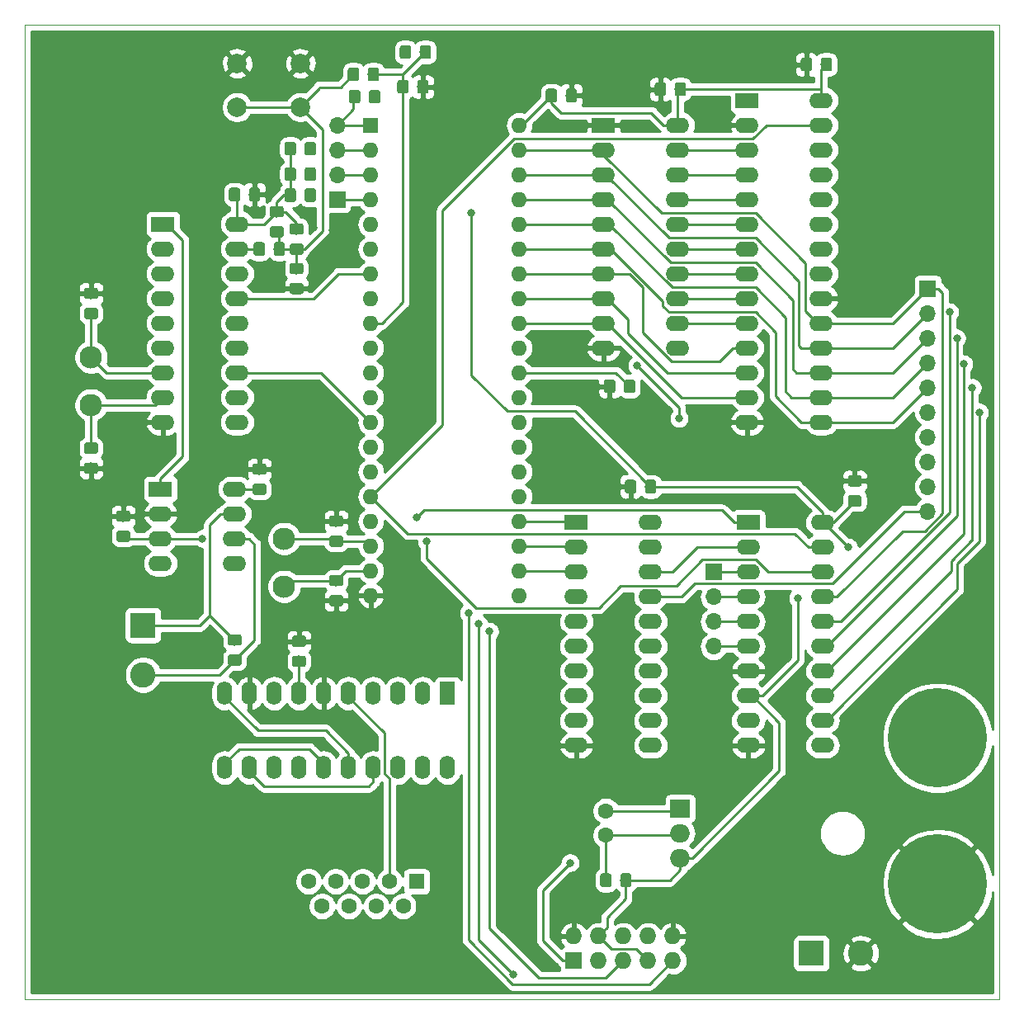
<source format=gbr>
G04 #@! TF.GenerationSoftware,KiCad,Pcbnew,(5.1.2)-1*
G04 #@! TF.CreationDate,2019-10-25T14:55:43+02:00*
G04 #@! TF.ProjectId,TTK4155-Embedded-PCB,54544b34-3135-4352-9d45-6d6265646465,rev?*
G04 #@! TF.SameCoordinates,Original*
G04 #@! TF.FileFunction,Copper,L1,Top*
G04 #@! TF.FilePolarity,Positive*
%FSLAX46Y46*%
G04 Gerber Fmt 4.6, Leading zero omitted, Abs format (unit mm)*
G04 Created by KiCad (PCBNEW (5.1.2)-1) date 2019-10-25 14:55:43*
%MOMM*%
%LPD*%
G04 APERTURE LIST*
%ADD10C,0.120000*%
%ADD11C,0.100000*%
%ADD12C,1.150000*%
%ADD13C,10.160000*%
%ADD14O,1.700000X1.700000*%
%ADD15R,1.700000X1.700000*%
%ADD16C,2.600000*%
%ADD17R,2.600000X2.600000*%
%ADD18O,2.400000X1.600000*%
%ADD19R,2.400000X1.600000*%
%ADD20C,2.300000*%
%ADD21O,1.600000X2.400000*%
%ADD22R,1.600000X2.400000*%
%ADD23O,1.600000X1.600000*%
%ADD24R,1.600000X1.600000*%
%ADD25O,2.000000X1.905000*%
%ADD26R,2.000000X1.905000*%
%ADD27C,2.000000*%
%ADD28C,1.600000*%
%ADD29O,1.727200X1.727200*%
%ADD30R,1.727200X1.727200*%
%ADD31C,0.800000*%
%ADD32C,0.250000*%
%ADD33C,0.254000*%
G04 APERTURE END LIST*
D10*
X42240000Y-31826000D02*
X142240000Y-31826000D01*
X42240000Y-31826000D02*
X42240000Y-131826000D01*
X142240000Y-31826000D02*
X142240000Y-131826000D01*
X42240000Y-131826000D02*
X142240000Y-131826000D01*
D11*
G36*
X69809505Y-48640704D02*
G01*
X69833773Y-48644304D01*
X69857572Y-48650265D01*
X69880671Y-48658530D01*
X69902850Y-48669020D01*
X69923893Y-48681632D01*
X69943599Y-48696247D01*
X69961777Y-48712723D01*
X69978253Y-48730901D01*
X69992868Y-48750607D01*
X70005480Y-48771650D01*
X70015970Y-48793829D01*
X70024235Y-48816928D01*
X70030196Y-48840727D01*
X70033796Y-48864995D01*
X70035000Y-48889499D01*
X70035000Y-49789501D01*
X70033796Y-49814005D01*
X70030196Y-49838273D01*
X70024235Y-49862072D01*
X70015970Y-49885171D01*
X70005480Y-49907350D01*
X69992868Y-49928393D01*
X69978253Y-49948099D01*
X69961777Y-49966277D01*
X69943599Y-49982753D01*
X69923893Y-49997368D01*
X69902850Y-50009980D01*
X69880671Y-50020470D01*
X69857572Y-50028735D01*
X69833773Y-50034696D01*
X69809505Y-50038296D01*
X69785001Y-50039500D01*
X69134999Y-50039500D01*
X69110495Y-50038296D01*
X69086227Y-50034696D01*
X69062428Y-50028735D01*
X69039329Y-50020470D01*
X69017150Y-50009980D01*
X68996107Y-49997368D01*
X68976401Y-49982753D01*
X68958223Y-49966277D01*
X68941747Y-49948099D01*
X68927132Y-49928393D01*
X68914520Y-49907350D01*
X68904030Y-49885171D01*
X68895765Y-49862072D01*
X68889804Y-49838273D01*
X68886204Y-49814005D01*
X68885000Y-49789501D01*
X68885000Y-48889499D01*
X68886204Y-48864995D01*
X68889804Y-48840727D01*
X68895765Y-48816928D01*
X68904030Y-48793829D01*
X68914520Y-48771650D01*
X68927132Y-48750607D01*
X68941747Y-48730901D01*
X68958223Y-48712723D01*
X68976401Y-48696247D01*
X68996107Y-48681632D01*
X69017150Y-48669020D01*
X69039329Y-48658530D01*
X69062428Y-48650265D01*
X69086227Y-48644304D01*
X69110495Y-48640704D01*
X69134999Y-48639500D01*
X69785001Y-48639500D01*
X69809505Y-48640704D01*
X69809505Y-48640704D01*
G37*
D12*
X69460000Y-49339500D03*
D11*
G36*
X71859505Y-48640704D02*
G01*
X71883773Y-48644304D01*
X71907572Y-48650265D01*
X71930671Y-48658530D01*
X71952850Y-48669020D01*
X71973893Y-48681632D01*
X71993599Y-48696247D01*
X72011777Y-48712723D01*
X72028253Y-48730901D01*
X72042868Y-48750607D01*
X72055480Y-48771650D01*
X72065970Y-48793829D01*
X72074235Y-48816928D01*
X72080196Y-48840727D01*
X72083796Y-48864995D01*
X72085000Y-48889499D01*
X72085000Y-49789501D01*
X72083796Y-49814005D01*
X72080196Y-49838273D01*
X72074235Y-49862072D01*
X72065970Y-49885171D01*
X72055480Y-49907350D01*
X72042868Y-49928393D01*
X72028253Y-49948099D01*
X72011777Y-49966277D01*
X71993599Y-49982753D01*
X71973893Y-49997368D01*
X71952850Y-50009980D01*
X71930671Y-50020470D01*
X71907572Y-50028735D01*
X71883773Y-50034696D01*
X71859505Y-50038296D01*
X71835001Y-50039500D01*
X71184999Y-50039500D01*
X71160495Y-50038296D01*
X71136227Y-50034696D01*
X71112428Y-50028735D01*
X71089329Y-50020470D01*
X71067150Y-50009980D01*
X71046107Y-49997368D01*
X71026401Y-49982753D01*
X71008223Y-49966277D01*
X70991747Y-49948099D01*
X70977132Y-49928393D01*
X70964520Y-49907350D01*
X70954030Y-49885171D01*
X70945765Y-49862072D01*
X70939804Y-49838273D01*
X70936204Y-49814005D01*
X70935000Y-49789501D01*
X70935000Y-48889499D01*
X70936204Y-48864995D01*
X70939804Y-48840727D01*
X70945765Y-48816928D01*
X70954030Y-48793829D01*
X70964520Y-48771650D01*
X70977132Y-48750607D01*
X70991747Y-48730901D01*
X71008223Y-48712723D01*
X71026401Y-48696247D01*
X71046107Y-48681632D01*
X71067150Y-48669020D01*
X71089329Y-48658530D01*
X71112428Y-48650265D01*
X71136227Y-48644304D01*
X71160495Y-48640704D01*
X71184999Y-48639500D01*
X71835001Y-48639500D01*
X71859505Y-48640704D01*
X71859505Y-48640704D01*
G37*
D12*
X71510000Y-49339500D03*
D11*
G36*
X69809505Y-46481704D02*
G01*
X69833773Y-46485304D01*
X69857572Y-46491265D01*
X69880671Y-46499530D01*
X69902850Y-46510020D01*
X69923893Y-46522632D01*
X69943599Y-46537247D01*
X69961777Y-46553723D01*
X69978253Y-46571901D01*
X69992868Y-46591607D01*
X70005480Y-46612650D01*
X70015970Y-46634829D01*
X70024235Y-46657928D01*
X70030196Y-46681727D01*
X70033796Y-46705995D01*
X70035000Y-46730499D01*
X70035000Y-47630501D01*
X70033796Y-47655005D01*
X70030196Y-47679273D01*
X70024235Y-47703072D01*
X70015970Y-47726171D01*
X70005480Y-47748350D01*
X69992868Y-47769393D01*
X69978253Y-47789099D01*
X69961777Y-47807277D01*
X69943599Y-47823753D01*
X69923893Y-47838368D01*
X69902850Y-47850980D01*
X69880671Y-47861470D01*
X69857572Y-47869735D01*
X69833773Y-47875696D01*
X69809505Y-47879296D01*
X69785001Y-47880500D01*
X69134999Y-47880500D01*
X69110495Y-47879296D01*
X69086227Y-47875696D01*
X69062428Y-47869735D01*
X69039329Y-47861470D01*
X69017150Y-47850980D01*
X68996107Y-47838368D01*
X68976401Y-47823753D01*
X68958223Y-47807277D01*
X68941747Y-47789099D01*
X68927132Y-47769393D01*
X68914520Y-47748350D01*
X68904030Y-47726171D01*
X68895765Y-47703072D01*
X68889804Y-47679273D01*
X68886204Y-47655005D01*
X68885000Y-47630501D01*
X68885000Y-46730499D01*
X68886204Y-46705995D01*
X68889804Y-46681727D01*
X68895765Y-46657928D01*
X68904030Y-46634829D01*
X68914520Y-46612650D01*
X68927132Y-46591607D01*
X68941747Y-46571901D01*
X68958223Y-46553723D01*
X68976401Y-46537247D01*
X68996107Y-46522632D01*
X69017150Y-46510020D01*
X69039329Y-46499530D01*
X69062428Y-46491265D01*
X69086227Y-46485304D01*
X69110495Y-46481704D01*
X69134999Y-46480500D01*
X69785001Y-46480500D01*
X69809505Y-46481704D01*
X69809505Y-46481704D01*
G37*
D12*
X69460000Y-47180500D03*
D11*
G36*
X71859505Y-46481704D02*
G01*
X71883773Y-46485304D01*
X71907572Y-46491265D01*
X71930671Y-46499530D01*
X71952850Y-46510020D01*
X71973893Y-46522632D01*
X71993599Y-46537247D01*
X72011777Y-46553723D01*
X72028253Y-46571901D01*
X72042868Y-46591607D01*
X72055480Y-46612650D01*
X72065970Y-46634829D01*
X72074235Y-46657928D01*
X72080196Y-46681727D01*
X72083796Y-46705995D01*
X72085000Y-46730499D01*
X72085000Y-47630501D01*
X72083796Y-47655005D01*
X72080196Y-47679273D01*
X72074235Y-47703072D01*
X72065970Y-47726171D01*
X72055480Y-47748350D01*
X72042868Y-47769393D01*
X72028253Y-47789099D01*
X72011777Y-47807277D01*
X71993599Y-47823753D01*
X71973893Y-47838368D01*
X71952850Y-47850980D01*
X71930671Y-47861470D01*
X71907572Y-47869735D01*
X71883773Y-47875696D01*
X71859505Y-47879296D01*
X71835001Y-47880500D01*
X71184999Y-47880500D01*
X71160495Y-47879296D01*
X71136227Y-47875696D01*
X71112428Y-47869735D01*
X71089329Y-47861470D01*
X71067150Y-47850980D01*
X71046107Y-47838368D01*
X71026401Y-47823753D01*
X71008223Y-47807277D01*
X70991747Y-47789099D01*
X70977132Y-47769393D01*
X70964520Y-47748350D01*
X70954030Y-47726171D01*
X70945765Y-47703072D01*
X70939804Y-47679273D01*
X70936204Y-47655005D01*
X70935000Y-47630501D01*
X70935000Y-46730499D01*
X70936204Y-46705995D01*
X70939804Y-46681727D01*
X70945765Y-46657928D01*
X70954030Y-46634829D01*
X70964520Y-46612650D01*
X70977132Y-46591607D01*
X70991747Y-46571901D01*
X71008223Y-46553723D01*
X71026401Y-46537247D01*
X71046107Y-46522632D01*
X71067150Y-46510020D01*
X71089329Y-46499530D01*
X71112428Y-46491265D01*
X71136227Y-46485304D01*
X71160495Y-46481704D01*
X71184999Y-46480500D01*
X71835001Y-46480500D01*
X71859505Y-46481704D01*
X71859505Y-46481704D01*
G37*
D12*
X71510000Y-47180500D03*
D11*
G36*
X69809505Y-43878204D02*
G01*
X69833773Y-43881804D01*
X69857572Y-43887765D01*
X69880671Y-43896030D01*
X69902850Y-43906520D01*
X69923893Y-43919132D01*
X69943599Y-43933747D01*
X69961777Y-43950223D01*
X69978253Y-43968401D01*
X69992868Y-43988107D01*
X70005480Y-44009150D01*
X70015970Y-44031329D01*
X70024235Y-44054428D01*
X70030196Y-44078227D01*
X70033796Y-44102495D01*
X70035000Y-44126999D01*
X70035000Y-45027001D01*
X70033796Y-45051505D01*
X70030196Y-45075773D01*
X70024235Y-45099572D01*
X70015970Y-45122671D01*
X70005480Y-45144850D01*
X69992868Y-45165893D01*
X69978253Y-45185599D01*
X69961777Y-45203777D01*
X69943599Y-45220253D01*
X69923893Y-45234868D01*
X69902850Y-45247480D01*
X69880671Y-45257970D01*
X69857572Y-45266235D01*
X69833773Y-45272196D01*
X69809505Y-45275796D01*
X69785001Y-45277000D01*
X69134999Y-45277000D01*
X69110495Y-45275796D01*
X69086227Y-45272196D01*
X69062428Y-45266235D01*
X69039329Y-45257970D01*
X69017150Y-45247480D01*
X68996107Y-45234868D01*
X68976401Y-45220253D01*
X68958223Y-45203777D01*
X68941747Y-45185599D01*
X68927132Y-45165893D01*
X68914520Y-45144850D01*
X68904030Y-45122671D01*
X68895765Y-45099572D01*
X68889804Y-45075773D01*
X68886204Y-45051505D01*
X68885000Y-45027001D01*
X68885000Y-44126999D01*
X68886204Y-44102495D01*
X68889804Y-44078227D01*
X68895765Y-44054428D01*
X68904030Y-44031329D01*
X68914520Y-44009150D01*
X68927132Y-43988107D01*
X68941747Y-43968401D01*
X68958223Y-43950223D01*
X68976401Y-43933747D01*
X68996107Y-43919132D01*
X69017150Y-43906520D01*
X69039329Y-43896030D01*
X69062428Y-43887765D01*
X69086227Y-43881804D01*
X69110495Y-43878204D01*
X69134999Y-43877000D01*
X69785001Y-43877000D01*
X69809505Y-43878204D01*
X69809505Y-43878204D01*
G37*
D12*
X69460000Y-44577000D03*
D11*
G36*
X71859505Y-43878204D02*
G01*
X71883773Y-43881804D01*
X71907572Y-43887765D01*
X71930671Y-43896030D01*
X71952850Y-43906520D01*
X71973893Y-43919132D01*
X71993599Y-43933747D01*
X72011777Y-43950223D01*
X72028253Y-43968401D01*
X72042868Y-43988107D01*
X72055480Y-44009150D01*
X72065970Y-44031329D01*
X72074235Y-44054428D01*
X72080196Y-44078227D01*
X72083796Y-44102495D01*
X72085000Y-44126999D01*
X72085000Y-45027001D01*
X72083796Y-45051505D01*
X72080196Y-45075773D01*
X72074235Y-45099572D01*
X72065970Y-45122671D01*
X72055480Y-45144850D01*
X72042868Y-45165893D01*
X72028253Y-45185599D01*
X72011777Y-45203777D01*
X71993599Y-45220253D01*
X71973893Y-45234868D01*
X71952850Y-45247480D01*
X71930671Y-45257970D01*
X71907572Y-45266235D01*
X71883773Y-45272196D01*
X71859505Y-45275796D01*
X71835001Y-45277000D01*
X71184999Y-45277000D01*
X71160495Y-45275796D01*
X71136227Y-45272196D01*
X71112428Y-45266235D01*
X71089329Y-45257970D01*
X71067150Y-45247480D01*
X71046107Y-45234868D01*
X71026401Y-45220253D01*
X71008223Y-45203777D01*
X70991747Y-45185599D01*
X70977132Y-45165893D01*
X70964520Y-45144850D01*
X70954030Y-45122671D01*
X70945765Y-45099572D01*
X70939804Y-45075773D01*
X70936204Y-45051505D01*
X70935000Y-45027001D01*
X70935000Y-44126999D01*
X70936204Y-44102495D01*
X70939804Y-44078227D01*
X70945765Y-44054428D01*
X70954030Y-44031329D01*
X70964520Y-44009150D01*
X70977132Y-43988107D01*
X70991747Y-43968401D01*
X71008223Y-43950223D01*
X71026401Y-43933747D01*
X71046107Y-43919132D01*
X71067150Y-43906520D01*
X71089329Y-43896030D01*
X71112428Y-43887765D01*
X71136227Y-43881804D01*
X71160495Y-43878204D01*
X71184999Y-43877000D01*
X71835001Y-43877000D01*
X71859505Y-43878204D01*
X71859505Y-43878204D01*
G37*
D12*
X71510000Y-44577000D03*
D11*
G36*
X78463505Y-38544204D02*
G01*
X78487773Y-38547804D01*
X78511572Y-38553765D01*
X78534671Y-38562030D01*
X78556850Y-38572520D01*
X78577893Y-38585132D01*
X78597599Y-38599747D01*
X78615777Y-38616223D01*
X78632253Y-38634401D01*
X78646868Y-38654107D01*
X78659480Y-38675150D01*
X78669970Y-38697329D01*
X78678235Y-38720428D01*
X78684196Y-38744227D01*
X78687796Y-38768495D01*
X78689000Y-38792999D01*
X78689000Y-39693001D01*
X78687796Y-39717505D01*
X78684196Y-39741773D01*
X78678235Y-39765572D01*
X78669970Y-39788671D01*
X78659480Y-39810850D01*
X78646868Y-39831893D01*
X78632253Y-39851599D01*
X78615777Y-39869777D01*
X78597599Y-39886253D01*
X78577893Y-39900868D01*
X78556850Y-39913480D01*
X78534671Y-39923970D01*
X78511572Y-39932235D01*
X78487773Y-39938196D01*
X78463505Y-39941796D01*
X78439001Y-39943000D01*
X77788999Y-39943000D01*
X77764495Y-39941796D01*
X77740227Y-39938196D01*
X77716428Y-39932235D01*
X77693329Y-39923970D01*
X77671150Y-39913480D01*
X77650107Y-39900868D01*
X77630401Y-39886253D01*
X77612223Y-39869777D01*
X77595747Y-39851599D01*
X77581132Y-39831893D01*
X77568520Y-39810850D01*
X77558030Y-39788671D01*
X77549765Y-39765572D01*
X77543804Y-39741773D01*
X77540204Y-39717505D01*
X77539000Y-39693001D01*
X77539000Y-38792999D01*
X77540204Y-38768495D01*
X77543804Y-38744227D01*
X77549765Y-38720428D01*
X77558030Y-38697329D01*
X77568520Y-38675150D01*
X77581132Y-38654107D01*
X77595747Y-38634401D01*
X77612223Y-38616223D01*
X77630401Y-38599747D01*
X77650107Y-38585132D01*
X77671150Y-38572520D01*
X77693329Y-38562030D01*
X77716428Y-38553765D01*
X77740227Y-38547804D01*
X77764495Y-38544204D01*
X77788999Y-38543000D01*
X78439001Y-38543000D01*
X78463505Y-38544204D01*
X78463505Y-38544204D01*
G37*
D12*
X78114000Y-39243000D03*
D11*
G36*
X76413505Y-38544204D02*
G01*
X76437773Y-38547804D01*
X76461572Y-38553765D01*
X76484671Y-38562030D01*
X76506850Y-38572520D01*
X76527893Y-38585132D01*
X76547599Y-38599747D01*
X76565777Y-38616223D01*
X76582253Y-38634401D01*
X76596868Y-38654107D01*
X76609480Y-38675150D01*
X76619970Y-38697329D01*
X76628235Y-38720428D01*
X76634196Y-38744227D01*
X76637796Y-38768495D01*
X76639000Y-38792999D01*
X76639000Y-39693001D01*
X76637796Y-39717505D01*
X76634196Y-39741773D01*
X76628235Y-39765572D01*
X76619970Y-39788671D01*
X76609480Y-39810850D01*
X76596868Y-39831893D01*
X76582253Y-39851599D01*
X76565777Y-39869777D01*
X76547599Y-39886253D01*
X76527893Y-39900868D01*
X76506850Y-39913480D01*
X76484671Y-39923970D01*
X76461572Y-39932235D01*
X76437773Y-39938196D01*
X76413505Y-39941796D01*
X76389001Y-39943000D01*
X75738999Y-39943000D01*
X75714495Y-39941796D01*
X75690227Y-39938196D01*
X75666428Y-39932235D01*
X75643329Y-39923970D01*
X75621150Y-39913480D01*
X75600107Y-39900868D01*
X75580401Y-39886253D01*
X75562223Y-39869777D01*
X75545747Y-39851599D01*
X75531132Y-39831893D01*
X75518520Y-39810850D01*
X75508030Y-39788671D01*
X75499765Y-39765572D01*
X75493804Y-39741773D01*
X75490204Y-39717505D01*
X75489000Y-39693001D01*
X75489000Y-38792999D01*
X75490204Y-38768495D01*
X75493804Y-38744227D01*
X75499765Y-38720428D01*
X75508030Y-38697329D01*
X75518520Y-38675150D01*
X75531132Y-38654107D01*
X75545747Y-38634401D01*
X75562223Y-38616223D01*
X75580401Y-38599747D01*
X75600107Y-38585132D01*
X75621150Y-38572520D01*
X75643329Y-38562030D01*
X75666428Y-38553765D01*
X75690227Y-38547804D01*
X75714495Y-38544204D01*
X75738999Y-38543000D01*
X76389001Y-38543000D01*
X76413505Y-38544204D01*
X76413505Y-38544204D01*
G37*
D12*
X76064000Y-39243000D03*
D13*
X135890000Y-120029000D03*
X135890000Y-105029000D03*
D14*
X74295000Y-42164000D03*
X74295000Y-44704000D03*
X74295000Y-47244000D03*
D15*
X74295000Y-49784000D03*
D16*
X128016000Y-127127000D03*
D17*
X122936000Y-127127000D03*
D14*
X134874000Y-81788000D03*
X134874000Y-79248000D03*
X134874000Y-76708000D03*
X134874000Y-74168000D03*
X134874000Y-71628000D03*
X134874000Y-69088000D03*
X134874000Y-66548000D03*
X134874000Y-64008000D03*
X134874000Y-61468000D03*
D15*
X134874000Y-58928000D03*
D16*
X54356000Y-98552000D03*
D17*
X54356000Y-93472000D03*
D14*
X112903000Y-95631000D03*
X112903000Y-93091000D03*
X112903000Y-90551000D03*
D15*
X112903000Y-88011000D03*
D11*
G36*
X64228505Y-96463204D02*
G01*
X64252773Y-96466804D01*
X64276572Y-96472765D01*
X64299671Y-96481030D01*
X64321850Y-96491520D01*
X64342893Y-96504132D01*
X64362599Y-96518747D01*
X64380777Y-96535223D01*
X64397253Y-96553401D01*
X64411868Y-96573107D01*
X64424480Y-96594150D01*
X64434970Y-96616329D01*
X64443235Y-96639428D01*
X64449196Y-96663227D01*
X64452796Y-96687495D01*
X64454000Y-96711999D01*
X64454000Y-97362001D01*
X64452796Y-97386505D01*
X64449196Y-97410773D01*
X64443235Y-97434572D01*
X64434970Y-97457671D01*
X64424480Y-97479850D01*
X64411868Y-97500893D01*
X64397253Y-97520599D01*
X64380777Y-97538777D01*
X64362599Y-97555253D01*
X64342893Y-97569868D01*
X64321850Y-97582480D01*
X64299671Y-97592970D01*
X64276572Y-97601235D01*
X64252773Y-97607196D01*
X64228505Y-97610796D01*
X64204001Y-97612000D01*
X63303999Y-97612000D01*
X63279495Y-97610796D01*
X63255227Y-97607196D01*
X63231428Y-97601235D01*
X63208329Y-97592970D01*
X63186150Y-97582480D01*
X63165107Y-97569868D01*
X63145401Y-97555253D01*
X63127223Y-97538777D01*
X63110747Y-97520599D01*
X63096132Y-97500893D01*
X63083520Y-97479850D01*
X63073030Y-97457671D01*
X63064765Y-97434572D01*
X63058804Y-97410773D01*
X63055204Y-97386505D01*
X63054000Y-97362001D01*
X63054000Y-96711999D01*
X63055204Y-96687495D01*
X63058804Y-96663227D01*
X63064765Y-96639428D01*
X63073030Y-96616329D01*
X63083520Y-96594150D01*
X63096132Y-96573107D01*
X63110747Y-96553401D01*
X63127223Y-96535223D01*
X63145401Y-96518747D01*
X63165107Y-96504132D01*
X63186150Y-96491520D01*
X63208329Y-96481030D01*
X63231428Y-96472765D01*
X63255227Y-96466804D01*
X63279495Y-96463204D01*
X63303999Y-96462000D01*
X64204001Y-96462000D01*
X64228505Y-96463204D01*
X64228505Y-96463204D01*
G37*
D12*
X63754000Y-97037000D03*
D11*
G36*
X64228505Y-94413204D02*
G01*
X64252773Y-94416804D01*
X64276572Y-94422765D01*
X64299671Y-94431030D01*
X64321850Y-94441520D01*
X64342893Y-94454132D01*
X64362599Y-94468747D01*
X64380777Y-94485223D01*
X64397253Y-94503401D01*
X64411868Y-94523107D01*
X64424480Y-94544150D01*
X64434970Y-94566329D01*
X64443235Y-94589428D01*
X64449196Y-94613227D01*
X64452796Y-94637495D01*
X64454000Y-94661999D01*
X64454000Y-95312001D01*
X64452796Y-95336505D01*
X64449196Y-95360773D01*
X64443235Y-95384572D01*
X64434970Y-95407671D01*
X64424480Y-95429850D01*
X64411868Y-95450893D01*
X64397253Y-95470599D01*
X64380777Y-95488777D01*
X64362599Y-95505253D01*
X64342893Y-95519868D01*
X64321850Y-95532480D01*
X64299671Y-95542970D01*
X64276572Y-95551235D01*
X64252773Y-95557196D01*
X64228505Y-95560796D01*
X64204001Y-95562000D01*
X63303999Y-95562000D01*
X63279495Y-95560796D01*
X63255227Y-95557196D01*
X63231428Y-95551235D01*
X63208329Y-95542970D01*
X63186150Y-95532480D01*
X63165107Y-95519868D01*
X63145401Y-95505253D01*
X63127223Y-95488777D01*
X63110747Y-95470599D01*
X63096132Y-95450893D01*
X63083520Y-95429850D01*
X63073030Y-95407671D01*
X63064765Y-95384572D01*
X63058804Y-95360773D01*
X63055204Y-95336505D01*
X63054000Y-95312001D01*
X63054000Y-94661999D01*
X63055204Y-94637495D01*
X63058804Y-94613227D01*
X63064765Y-94589428D01*
X63073030Y-94566329D01*
X63083520Y-94544150D01*
X63096132Y-94523107D01*
X63110747Y-94503401D01*
X63127223Y-94485223D01*
X63145401Y-94468747D01*
X63165107Y-94454132D01*
X63186150Y-94441520D01*
X63208329Y-94431030D01*
X63231428Y-94422765D01*
X63255227Y-94416804D01*
X63279495Y-94413204D01*
X63303999Y-94412000D01*
X64204001Y-94412000D01*
X64228505Y-94413204D01*
X64228505Y-94413204D01*
G37*
D12*
X63754000Y-94987000D03*
D18*
X123952000Y-39624000D03*
X116332000Y-72644000D03*
X123952000Y-42164000D03*
X116332000Y-70104000D03*
X123952000Y-44704000D03*
X116332000Y-67564000D03*
X123952000Y-47244000D03*
X116332000Y-65024000D03*
X123952000Y-49784000D03*
X116332000Y-62484000D03*
X123952000Y-52324000D03*
X116332000Y-59944000D03*
X123952000Y-54864000D03*
X116332000Y-57404000D03*
X123952000Y-57404000D03*
X116332000Y-54864000D03*
X123952000Y-59944000D03*
X116332000Y-52324000D03*
X123952000Y-62484000D03*
X116332000Y-49784000D03*
X123952000Y-65024000D03*
X116332000Y-47244000D03*
X123952000Y-67564000D03*
X116332000Y-44704000D03*
X123952000Y-70104000D03*
X116332000Y-42164000D03*
X123952000Y-72644000D03*
D19*
X116332000Y-39624000D03*
D18*
X109220000Y-42164000D03*
X101600000Y-65024000D03*
X109220000Y-44704000D03*
X101600000Y-62484000D03*
X109220000Y-47244000D03*
X101600000Y-59944000D03*
X109220000Y-49784000D03*
X101600000Y-57404000D03*
X109220000Y-52324000D03*
X101600000Y-54864000D03*
X109220000Y-54864000D03*
X101600000Y-52324000D03*
X109220000Y-57404000D03*
X101600000Y-49784000D03*
X109220000Y-59944000D03*
X101600000Y-47244000D03*
X109220000Y-62484000D03*
X101600000Y-44704000D03*
X109220000Y-65024000D03*
D19*
X101600000Y-42164000D03*
D20*
X49022000Y-65966000D03*
X49022000Y-70866000D03*
X68834000Y-89482000D03*
X68834000Y-84582000D03*
D18*
X124079000Y-82931000D03*
X116459000Y-105791000D03*
X124079000Y-85471000D03*
X116459000Y-103251000D03*
X124079000Y-88011000D03*
X116459000Y-100711000D03*
X124079000Y-90551000D03*
X116459000Y-98171000D03*
X124079000Y-93091000D03*
X116459000Y-95631000D03*
X124079000Y-95631000D03*
X116459000Y-93091000D03*
X124079000Y-98171000D03*
X116459000Y-90551000D03*
X124079000Y-100711000D03*
X116459000Y-88011000D03*
X124079000Y-103251000D03*
X116459000Y-85471000D03*
X124079000Y-105791000D03*
D19*
X116459000Y-82931000D03*
D21*
X85598000Y-108077000D03*
X62738000Y-100457000D03*
X83058000Y-108077000D03*
X65278000Y-100457000D03*
X80518000Y-108077000D03*
X67818000Y-100457000D03*
X77978000Y-108077000D03*
X70358000Y-100457000D03*
X75438000Y-108077000D03*
X72898000Y-100457000D03*
X72898000Y-108077000D03*
X75438000Y-100457000D03*
X70358000Y-108077000D03*
X77978000Y-100457000D03*
X67818000Y-108077000D03*
X80518000Y-100457000D03*
X65278000Y-108077000D03*
X83058000Y-100457000D03*
X62738000Y-108077000D03*
D22*
X85598000Y-100457000D03*
D18*
X63754000Y-79502000D03*
X56134000Y-87122000D03*
X63754000Y-82042000D03*
X56134000Y-84582000D03*
X63754000Y-84582000D03*
X56134000Y-82042000D03*
X63754000Y-87122000D03*
D19*
X56134000Y-79502000D03*
D18*
X64008000Y-52324000D03*
X56388000Y-72644000D03*
X64008000Y-54864000D03*
X56388000Y-70104000D03*
X64008000Y-57404000D03*
X56388000Y-67564000D03*
X64008000Y-59944000D03*
X56388000Y-65024000D03*
X64008000Y-62484000D03*
X56388000Y-62484000D03*
X64008000Y-65024000D03*
X56388000Y-59944000D03*
X64008000Y-67564000D03*
X56388000Y-57404000D03*
X64008000Y-70104000D03*
X56388000Y-54864000D03*
X64008000Y-72644000D03*
D19*
X56388000Y-52324000D03*
D18*
X106426000Y-82931000D03*
X98806000Y-105791000D03*
X106426000Y-85471000D03*
X98806000Y-103251000D03*
X106426000Y-88011000D03*
X98806000Y-100711000D03*
X106426000Y-90551000D03*
X98806000Y-98171000D03*
X106426000Y-93091000D03*
X98806000Y-95631000D03*
X106426000Y-95631000D03*
X98806000Y-93091000D03*
X106426000Y-98171000D03*
X98806000Y-90551000D03*
X106426000Y-100711000D03*
X98806000Y-88011000D03*
X106426000Y-103251000D03*
X98806000Y-85471000D03*
X106426000Y-105791000D03*
D19*
X98806000Y-82931000D03*
D23*
X92964000Y-42164000D03*
X77724000Y-90424000D03*
X92964000Y-44704000D03*
X77724000Y-87884000D03*
X92964000Y-47244000D03*
X77724000Y-85344000D03*
X92964000Y-49784000D03*
X77724000Y-82804000D03*
X92964000Y-52324000D03*
X77724000Y-80264000D03*
X92964000Y-54864000D03*
X77724000Y-77724000D03*
X92964000Y-57404000D03*
X77724000Y-75184000D03*
X92964000Y-59944000D03*
X77724000Y-72644000D03*
X92964000Y-62484000D03*
X77724000Y-70104000D03*
X92964000Y-65024000D03*
X77724000Y-67564000D03*
X92964000Y-67564000D03*
X77724000Y-65024000D03*
X92964000Y-70104000D03*
X77724000Y-62484000D03*
X92964000Y-72644000D03*
X77724000Y-59944000D03*
X92964000Y-75184000D03*
X77724000Y-57404000D03*
X92964000Y-77724000D03*
X77724000Y-54864000D03*
X92964000Y-80264000D03*
X77724000Y-52324000D03*
X92964000Y-82804000D03*
X77724000Y-49784000D03*
X92964000Y-85344000D03*
X77724000Y-47244000D03*
X92964000Y-87884000D03*
X77724000Y-44704000D03*
X92964000Y-90424000D03*
D24*
X77724000Y-42164000D03*
D25*
X109474000Y-117348000D03*
X109474000Y-114808000D03*
D26*
X109474000Y-112268000D03*
D27*
X70508000Y-35814000D03*
X70508000Y-40314000D03*
X64008000Y-35814000D03*
X64008000Y-40314000D03*
D11*
G36*
X66768505Y-78937204D02*
G01*
X66792773Y-78940804D01*
X66816572Y-78946765D01*
X66839671Y-78955030D01*
X66861850Y-78965520D01*
X66882893Y-78978132D01*
X66902599Y-78992747D01*
X66920777Y-79009223D01*
X66937253Y-79027401D01*
X66951868Y-79047107D01*
X66964480Y-79068150D01*
X66974970Y-79090329D01*
X66983235Y-79113428D01*
X66989196Y-79137227D01*
X66992796Y-79161495D01*
X66994000Y-79185999D01*
X66994000Y-79836001D01*
X66992796Y-79860505D01*
X66989196Y-79884773D01*
X66983235Y-79908572D01*
X66974970Y-79931671D01*
X66964480Y-79953850D01*
X66951868Y-79974893D01*
X66937253Y-79994599D01*
X66920777Y-80012777D01*
X66902599Y-80029253D01*
X66882893Y-80043868D01*
X66861850Y-80056480D01*
X66839671Y-80066970D01*
X66816572Y-80075235D01*
X66792773Y-80081196D01*
X66768505Y-80084796D01*
X66744001Y-80086000D01*
X65843999Y-80086000D01*
X65819495Y-80084796D01*
X65795227Y-80081196D01*
X65771428Y-80075235D01*
X65748329Y-80066970D01*
X65726150Y-80056480D01*
X65705107Y-80043868D01*
X65685401Y-80029253D01*
X65667223Y-80012777D01*
X65650747Y-79994599D01*
X65636132Y-79974893D01*
X65623520Y-79953850D01*
X65613030Y-79931671D01*
X65604765Y-79908572D01*
X65598804Y-79884773D01*
X65595204Y-79860505D01*
X65594000Y-79836001D01*
X65594000Y-79185999D01*
X65595204Y-79161495D01*
X65598804Y-79137227D01*
X65604765Y-79113428D01*
X65613030Y-79090329D01*
X65623520Y-79068150D01*
X65636132Y-79047107D01*
X65650747Y-79027401D01*
X65667223Y-79009223D01*
X65685401Y-78992747D01*
X65705107Y-78978132D01*
X65726150Y-78965520D01*
X65748329Y-78955030D01*
X65771428Y-78946765D01*
X65795227Y-78940804D01*
X65819495Y-78937204D01*
X65843999Y-78936000D01*
X66744001Y-78936000D01*
X66768505Y-78937204D01*
X66768505Y-78937204D01*
G37*
D12*
X66294000Y-79511000D03*
D11*
G36*
X66768505Y-76887204D02*
G01*
X66792773Y-76890804D01*
X66816572Y-76896765D01*
X66839671Y-76905030D01*
X66861850Y-76915520D01*
X66882893Y-76928132D01*
X66902599Y-76942747D01*
X66920777Y-76959223D01*
X66937253Y-76977401D01*
X66951868Y-76997107D01*
X66964480Y-77018150D01*
X66974970Y-77040329D01*
X66983235Y-77063428D01*
X66989196Y-77087227D01*
X66992796Y-77111495D01*
X66994000Y-77135999D01*
X66994000Y-77786001D01*
X66992796Y-77810505D01*
X66989196Y-77834773D01*
X66983235Y-77858572D01*
X66974970Y-77881671D01*
X66964480Y-77903850D01*
X66951868Y-77924893D01*
X66937253Y-77944599D01*
X66920777Y-77962777D01*
X66902599Y-77979253D01*
X66882893Y-77993868D01*
X66861850Y-78006480D01*
X66839671Y-78016970D01*
X66816572Y-78025235D01*
X66792773Y-78031196D01*
X66768505Y-78034796D01*
X66744001Y-78036000D01*
X65843999Y-78036000D01*
X65819495Y-78034796D01*
X65795227Y-78031196D01*
X65771428Y-78025235D01*
X65748329Y-78016970D01*
X65726150Y-78006480D01*
X65705107Y-77993868D01*
X65685401Y-77979253D01*
X65667223Y-77962777D01*
X65650747Y-77944599D01*
X65636132Y-77924893D01*
X65623520Y-77903850D01*
X65613030Y-77881671D01*
X65604765Y-77858572D01*
X65598804Y-77834773D01*
X65595204Y-77810505D01*
X65594000Y-77786001D01*
X65594000Y-77135999D01*
X65595204Y-77111495D01*
X65598804Y-77087227D01*
X65604765Y-77063428D01*
X65613030Y-77040329D01*
X65623520Y-77018150D01*
X65636132Y-76997107D01*
X65650747Y-76977401D01*
X65667223Y-76959223D01*
X65685401Y-76942747D01*
X65705107Y-76928132D01*
X65726150Y-76915520D01*
X65748329Y-76905030D01*
X65771428Y-76896765D01*
X65795227Y-76890804D01*
X65819495Y-76887204D01*
X65843999Y-76886000D01*
X66744001Y-76886000D01*
X66768505Y-76887204D01*
X66768505Y-76887204D01*
G37*
D12*
X66294000Y-77461000D03*
D11*
G36*
X68546505Y-52521204D02*
G01*
X68570773Y-52524804D01*
X68594572Y-52530765D01*
X68617671Y-52539030D01*
X68639850Y-52549520D01*
X68660893Y-52562132D01*
X68680599Y-52576747D01*
X68698777Y-52593223D01*
X68715253Y-52611401D01*
X68729868Y-52631107D01*
X68742480Y-52652150D01*
X68752970Y-52674329D01*
X68761235Y-52697428D01*
X68767196Y-52721227D01*
X68770796Y-52745495D01*
X68772000Y-52769999D01*
X68772000Y-53420001D01*
X68770796Y-53444505D01*
X68767196Y-53468773D01*
X68761235Y-53492572D01*
X68752970Y-53515671D01*
X68742480Y-53537850D01*
X68729868Y-53558893D01*
X68715253Y-53578599D01*
X68698777Y-53596777D01*
X68680599Y-53613253D01*
X68660893Y-53627868D01*
X68639850Y-53640480D01*
X68617671Y-53650970D01*
X68594572Y-53659235D01*
X68570773Y-53665196D01*
X68546505Y-53668796D01*
X68522001Y-53670000D01*
X67621999Y-53670000D01*
X67597495Y-53668796D01*
X67573227Y-53665196D01*
X67549428Y-53659235D01*
X67526329Y-53650970D01*
X67504150Y-53640480D01*
X67483107Y-53627868D01*
X67463401Y-53613253D01*
X67445223Y-53596777D01*
X67428747Y-53578599D01*
X67414132Y-53558893D01*
X67401520Y-53537850D01*
X67391030Y-53515671D01*
X67382765Y-53492572D01*
X67376804Y-53468773D01*
X67373204Y-53444505D01*
X67372000Y-53420001D01*
X67372000Y-52769999D01*
X67373204Y-52745495D01*
X67376804Y-52721227D01*
X67382765Y-52697428D01*
X67391030Y-52674329D01*
X67401520Y-52652150D01*
X67414132Y-52631107D01*
X67428747Y-52611401D01*
X67445223Y-52593223D01*
X67463401Y-52576747D01*
X67483107Y-52562132D01*
X67504150Y-52549520D01*
X67526329Y-52539030D01*
X67549428Y-52530765D01*
X67573227Y-52524804D01*
X67597495Y-52521204D01*
X67621999Y-52520000D01*
X68522001Y-52520000D01*
X68546505Y-52521204D01*
X68546505Y-52521204D01*
G37*
D12*
X68072000Y-53095000D03*
D11*
G36*
X68546505Y-50471204D02*
G01*
X68570773Y-50474804D01*
X68594572Y-50480765D01*
X68617671Y-50489030D01*
X68639850Y-50499520D01*
X68660893Y-50512132D01*
X68680599Y-50526747D01*
X68698777Y-50543223D01*
X68715253Y-50561401D01*
X68729868Y-50581107D01*
X68742480Y-50602150D01*
X68752970Y-50624329D01*
X68761235Y-50647428D01*
X68767196Y-50671227D01*
X68770796Y-50695495D01*
X68772000Y-50719999D01*
X68772000Y-51370001D01*
X68770796Y-51394505D01*
X68767196Y-51418773D01*
X68761235Y-51442572D01*
X68752970Y-51465671D01*
X68742480Y-51487850D01*
X68729868Y-51508893D01*
X68715253Y-51528599D01*
X68698777Y-51546777D01*
X68680599Y-51563253D01*
X68660893Y-51577868D01*
X68639850Y-51590480D01*
X68617671Y-51600970D01*
X68594572Y-51609235D01*
X68570773Y-51615196D01*
X68546505Y-51618796D01*
X68522001Y-51620000D01*
X67621999Y-51620000D01*
X67597495Y-51618796D01*
X67573227Y-51615196D01*
X67549428Y-51609235D01*
X67526329Y-51600970D01*
X67504150Y-51590480D01*
X67483107Y-51577868D01*
X67463401Y-51563253D01*
X67445223Y-51546777D01*
X67428747Y-51528599D01*
X67414132Y-51508893D01*
X67401520Y-51487850D01*
X67391030Y-51465671D01*
X67382765Y-51442572D01*
X67376804Y-51418773D01*
X67373204Y-51394505D01*
X67372000Y-51370001D01*
X67372000Y-50719999D01*
X67373204Y-50695495D01*
X67376804Y-50671227D01*
X67382765Y-50647428D01*
X67391030Y-50624329D01*
X67401520Y-50602150D01*
X67414132Y-50581107D01*
X67428747Y-50561401D01*
X67445223Y-50543223D01*
X67463401Y-50526747D01*
X67483107Y-50512132D01*
X67504150Y-50499520D01*
X67526329Y-50489030D01*
X67549428Y-50480765D01*
X67573227Y-50474804D01*
X67597495Y-50471204D01*
X67621999Y-50470000D01*
X68522001Y-50470000D01*
X68546505Y-50471204D01*
X68546505Y-50471204D01*
G37*
D12*
X68072000Y-51045000D03*
D11*
G36*
X68684505Y-54165204D02*
G01*
X68708773Y-54168804D01*
X68732572Y-54174765D01*
X68755671Y-54183030D01*
X68777850Y-54193520D01*
X68798893Y-54206132D01*
X68818599Y-54220747D01*
X68836777Y-54237223D01*
X68853253Y-54255401D01*
X68867868Y-54275107D01*
X68880480Y-54296150D01*
X68890970Y-54318329D01*
X68899235Y-54341428D01*
X68905196Y-54365227D01*
X68908796Y-54389495D01*
X68910000Y-54413999D01*
X68910000Y-55314001D01*
X68908796Y-55338505D01*
X68905196Y-55362773D01*
X68899235Y-55386572D01*
X68890970Y-55409671D01*
X68880480Y-55431850D01*
X68867868Y-55452893D01*
X68853253Y-55472599D01*
X68836777Y-55490777D01*
X68818599Y-55507253D01*
X68798893Y-55521868D01*
X68777850Y-55534480D01*
X68755671Y-55544970D01*
X68732572Y-55553235D01*
X68708773Y-55559196D01*
X68684505Y-55562796D01*
X68660001Y-55564000D01*
X68009999Y-55564000D01*
X67985495Y-55562796D01*
X67961227Y-55559196D01*
X67937428Y-55553235D01*
X67914329Y-55544970D01*
X67892150Y-55534480D01*
X67871107Y-55521868D01*
X67851401Y-55507253D01*
X67833223Y-55490777D01*
X67816747Y-55472599D01*
X67802132Y-55452893D01*
X67789520Y-55431850D01*
X67779030Y-55409671D01*
X67770765Y-55386572D01*
X67764804Y-55362773D01*
X67761204Y-55338505D01*
X67760000Y-55314001D01*
X67760000Y-54413999D01*
X67761204Y-54389495D01*
X67764804Y-54365227D01*
X67770765Y-54341428D01*
X67779030Y-54318329D01*
X67789520Y-54296150D01*
X67802132Y-54275107D01*
X67816747Y-54255401D01*
X67833223Y-54237223D01*
X67851401Y-54220747D01*
X67871107Y-54206132D01*
X67892150Y-54193520D01*
X67914329Y-54183030D01*
X67937428Y-54174765D01*
X67961227Y-54168804D01*
X67985495Y-54165204D01*
X68009999Y-54164000D01*
X68660001Y-54164000D01*
X68684505Y-54165204D01*
X68684505Y-54165204D01*
G37*
D12*
X68335000Y-54864000D03*
D11*
G36*
X66634505Y-54165204D02*
G01*
X66658773Y-54168804D01*
X66682572Y-54174765D01*
X66705671Y-54183030D01*
X66727850Y-54193520D01*
X66748893Y-54206132D01*
X66768599Y-54220747D01*
X66786777Y-54237223D01*
X66803253Y-54255401D01*
X66817868Y-54275107D01*
X66830480Y-54296150D01*
X66840970Y-54318329D01*
X66849235Y-54341428D01*
X66855196Y-54365227D01*
X66858796Y-54389495D01*
X66860000Y-54413999D01*
X66860000Y-55314001D01*
X66858796Y-55338505D01*
X66855196Y-55362773D01*
X66849235Y-55386572D01*
X66840970Y-55409671D01*
X66830480Y-55431850D01*
X66817868Y-55452893D01*
X66803253Y-55472599D01*
X66786777Y-55490777D01*
X66768599Y-55507253D01*
X66748893Y-55521868D01*
X66727850Y-55534480D01*
X66705671Y-55544970D01*
X66682572Y-55553235D01*
X66658773Y-55559196D01*
X66634505Y-55562796D01*
X66610001Y-55564000D01*
X65959999Y-55564000D01*
X65935495Y-55562796D01*
X65911227Y-55559196D01*
X65887428Y-55553235D01*
X65864329Y-55544970D01*
X65842150Y-55534480D01*
X65821107Y-55521868D01*
X65801401Y-55507253D01*
X65783223Y-55490777D01*
X65766747Y-55472599D01*
X65752132Y-55452893D01*
X65739520Y-55431850D01*
X65729030Y-55409671D01*
X65720765Y-55386572D01*
X65714804Y-55362773D01*
X65711204Y-55338505D01*
X65710000Y-55314001D01*
X65710000Y-54413999D01*
X65711204Y-54389495D01*
X65714804Y-54365227D01*
X65720765Y-54341428D01*
X65729030Y-54318329D01*
X65739520Y-54296150D01*
X65752132Y-54275107D01*
X65766747Y-54255401D01*
X65783223Y-54237223D01*
X65801401Y-54220747D01*
X65821107Y-54206132D01*
X65842150Y-54193520D01*
X65864329Y-54183030D01*
X65887428Y-54174765D01*
X65911227Y-54168804D01*
X65935495Y-54165204D01*
X65959999Y-54164000D01*
X66610001Y-54164000D01*
X66634505Y-54165204D01*
X66634505Y-54165204D01*
G37*
D12*
X66285000Y-54864000D03*
D11*
G36*
X83670505Y-33972204D02*
G01*
X83694773Y-33975804D01*
X83718572Y-33981765D01*
X83741671Y-33990030D01*
X83763850Y-34000520D01*
X83784893Y-34013132D01*
X83804599Y-34027747D01*
X83822777Y-34044223D01*
X83839253Y-34062401D01*
X83853868Y-34082107D01*
X83866480Y-34103150D01*
X83876970Y-34125329D01*
X83885235Y-34148428D01*
X83891196Y-34172227D01*
X83894796Y-34196495D01*
X83896000Y-34220999D01*
X83896000Y-35121001D01*
X83894796Y-35145505D01*
X83891196Y-35169773D01*
X83885235Y-35193572D01*
X83876970Y-35216671D01*
X83866480Y-35238850D01*
X83853868Y-35259893D01*
X83839253Y-35279599D01*
X83822777Y-35297777D01*
X83804599Y-35314253D01*
X83784893Y-35328868D01*
X83763850Y-35341480D01*
X83741671Y-35351970D01*
X83718572Y-35360235D01*
X83694773Y-35366196D01*
X83670505Y-35369796D01*
X83646001Y-35371000D01*
X82995999Y-35371000D01*
X82971495Y-35369796D01*
X82947227Y-35366196D01*
X82923428Y-35360235D01*
X82900329Y-35351970D01*
X82878150Y-35341480D01*
X82857107Y-35328868D01*
X82837401Y-35314253D01*
X82819223Y-35297777D01*
X82802747Y-35279599D01*
X82788132Y-35259893D01*
X82775520Y-35238850D01*
X82765030Y-35216671D01*
X82756765Y-35193572D01*
X82750804Y-35169773D01*
X82747204Y-35145505D01*
X82746000Y-35121001D01*
X82746000Y-34220999D01*
X82747204Y-34196495D01*
X82750804Y-34172227D01*
X82756765Y-34148428D01*
X82765030Y-34125329D01*
X82775520Y-34103150D01*
X82788132Y-34082107D01*
X82802747Y-34062401D01*
X82819223Y-34044223D01*
X82837401Y-34027747D01*
X82857107Y-34013132D01*
X82878150Y-34000520D01*
X82900329Y-33990030D01*
X82923428Y-33981765D01*
X82947227Y-33975804D01*
X82971495Y-33972204D01*
X82995999Y-33971000D01*
X83646001Y-33971000D01*
X83670505Y-33972204D01*
X83670505Y-33972204D01*
G37*
D12*
X83321000Y-34671000D03*
D11*
G36*
X81620505Y-33972204D02*
G01*
X81644773Y-33975804D01*
X81668572Y-33981765D01*
X81691671Y-33990030D01*
X81713850Y-34000520D01*
X81734893Y-34013132D01*
X81754599Y-34027747D01*
X81772777Y-34044223D01*
X81789253Y-34062401D01*
X81803868Y-34082107D01*
X81816480Y-34103150D01*
X81826970Y-34125329D01*
X81835235Y-34148428D01*
X81841196Y-34172227D01*
X81844796Y-34196495D01*
X81846000Y-34220999D01*
X81846000Y-35121001D01*
X81844796Y-35145505D01*
X81841196Y-35169773D01*
X81835235Y-35193572D01*
X81826970Y-35216671D01*
X81816480Y-35238850D01*
X81803868Y-35259893D01*
X81789253Y-35279599D01*
X81772777Y-35297777D01*
X81754599Y-35314253D01*
X81734893Y-35328868D01*
X81713850Y-35341480D01*
X81691671Y-35351970D01*
X81668572Y-35360235D01*
X81644773Y-35366196D01*
X81620505Y-35369796D01*
X81596001Y-35371000D01*
X80945999Y-35371000D01*
X80921495Y-35369796D01*
X80897227Y-35366196D01*
X80873428Y-35360235D01*
X80850329Y-35351970D01*
X80828150Y-35341480D01*
X80807107Y-35328868D01*
X80787401Y-35314253D01*
X80769223Y-35297777D01*
X80752747Y-35279599D01*
X80738132Y-35259893D01*
X80725520Y-35238850D01*
X80715030Y-35216671D01*
X80706765Y-35193572D01*
X80700804Y-35169773D01*
X80697204Y-35145505D01*
X80696000Y-35121001D01*
X80696000Y-34220999D01*
X80697204Y-34196495D01*
X80700804Y-34172227D01*
X80706765Y-34148428D01*
X80715030Y-34125329D01*
X80725520Y-34103150D01*
X80738132Y-34082107D01*
X80752747Y-34062401D01*
X80769223Y-34044223D01*
X80787401Y-34027747D01*
X80807107Y-34013132D01*
X80828150Y-34000520D01*
X80850329Y-33990030D01*
X80873428Y-33981765D01*
X80897227Y-33975804D01*
X80921495Y-33972204D01*
X80945999Y-33971000D01*
X81596001Y-33971000D01*
X81620505Y-33972204D01*
X81620505Y-33972204D01*
G37*
D12*
X81271000Y-34671000D03*
D11*
G36*
X76286505Y-36258204D02*
G01*
X76310773Y-36261804D01*
X76334572Y-36267765D01*
X76357671Y-36276030D01*
X76379850Y-36286520D01*
X76400893Y-36299132D01*
X76420599Y-36313747D01*
X76438777Y-36330223D01*
X76455253Y-36348401D01*
X76469868Y-36368107D01*
X76482480Y-36389150D01*
X76492970Y-36411329D01*
X76501235Y-36434428D01*
X76507196Y-36458227D01*
X76510796Y-36482495D01*
X76512000Y-36506999D01*
X76512000Y-37407001D01*
X76510796Y-37431505D01*
X76507196Y-37455773D01*
X76501235Y-37479572D01*
X76492970Y-37502671D01*
X76482480Y-37524850D01*
X76469868Y-37545893D01*
X76455253Y-37565599D01*
X76438777Y-37583777D01*
X76420599Y-37600253D01*
X76400893Y-37614868D01*
X76379850Y-37627480D01*
X76357671Y-37637970D01*
X76334572Y-37646235D01*
X76310773Y-37652196D01*
X76286505Y-37655796D01*
X76262001Y-37657000D01*
X75611999Y-37657000D01*
X75587495Y-37655796D01*
X75563227Y-37652196D01*
X75539428Y-37646235D01*
X75516329Y-37637970D01*
X75494150Y-37627480D01*
X75473107Y-37614868D01*
X75453401Y-37600253D01*
X75435223Y-37583777D01*
X75418747Y-37565599D01*
X75404132Y-37545893D01*
X75391520Y-37524850D01*
X75381030Y-37502671D01*
X75372765Y-37479572D01*
X75366804Y-37455773D01*
X75363204Y-37431505D01*
X75362000Y-37407001D01*
X75362000Y-36506999D01*
X75363204Y-36482495D01*
X75366804Y-36458227D01*
X75372765Y-36434428D01*
X75381030Y-36411329D01*
X75391520Y-36389150D01*
X75404132Y-36368107D01*
X75418747Y-36348401D01*
X75435223Y-36330223D01*
X75453401Y-36313747D01*
X75473107Y-36299132D01*
X75494150Y-36286520D01*
X75516329Y-36276030D01*
X75539428Y-36267765D01*
X75563227Y-36261804D01*
X75587495Y-36258204D01*
X75611999Y-36257000D01*
X76262001Y-36257000D01*
X76286505Y-36258204D01*
X76286505Y-36258204D01*
G37*
D12*
X75937000Y-36957000D03*
D11*
G36*
X78336505Y-36258204D02*
G01*
X78360773Y-36261804D01*
X78384572Y-36267765D01*
X78407671Y-36276030D01*
X78429850Y-36286520D01*
X78450893Y-36299132D01*
X78470599Y-36313747D01*
X78488777Y-36330223D01*
X78505253Y-36348401D01*
X78519868Y-36368107D01*
X78532480Y-36389150D01*
X78542970Y-36411329D01*
X78551235Y-36434428D01*
X78557196Y-36458227D01*
X78560796Y-36482495D01*
X78562000Y-36506999D01*
X78562000Y-37407001D01*
X78560796Y-37431505D01*
X78557196Y-37455773D01*
X78551235Y-37479572D01*
X78542970Y-37502671D01*
X78532480Y-37524850D01*
X78519868Y-37545893D01*
X78505253Y-37565599D01*
X78488777Y-37583777D01*
X78470599Y-37600253D01*
X78450893Y-37614868D01*
X78429850Y-37627480D01*
X78407671Y-37637970D01*
X78384572Y-37646235D01*
X78360773Y-37652196D01*
X78336505Y-37655796D01*
X78312001Y-37657000D01*
X77661999Y-37657000D01*
X77637495Y-37655796D01*
X77613227Y-37652196D01*
X77589428Y-37646235D01*
X77566329Y-37637970D01*
X77544150Y-37627480D01*
X77523107Y-37614868D01*
X77503401Y-37600253D01*
X77485223Y-37583777D01*
X77468747Y-37565599D01*
X77454132Y-37545893D01*
X77441520Y-37524850D01*
X77431030Y-37502671D01*
X77422765Y-37479572D01*
X77416804Y-37455773D01*
X77413204Y-37431505D01*
X77412000Y-37407001D01*
X77412000Y-36506999D01*
X77413204Y-36482495D01*
X77416804Y-36458227D01*
X77422765Y-36434428D01*
X77431030Y-36411329D01*
X77441520Y-36389150D01*
X77454132Y-36368107D01*
X77468747Y-36348401D01*
X77485223Y-36330223D01*
X77503401Y-36313747D01*
X77523107Y-36299132D01*
X77544150Y-36286520D01*
X77566329Y-36276030D01*
X77589428Y-36267765D01*
X77613227Y-36261804D01*
X77637495Y-36258204D01*
X77661999Y-36257000D01*
X78312001Y-36257000D01*
X78336505Y-36258204D01*
X78336505Y-36258204D01*
G37*
D12*
X77987000Y-36957000D03*
D28*
X72728000Y-122301000D03*
X75498000Y-122301000D03*
X78268000Y-122301000D03*
X81038000Y-122301000D03*
X71343000Y-119761000D03*
X74113000Y-119761000D03*
X76883000Y-119761000D03*
X79653000Y-119761000D03*
D24*
X82423000Y-119761000D03*
D29*
X108712000Y-125349000D03*
X108712000Y-127889000D03*
X106172000Y-125349000D03*
X106172000Y-127889000D03*
X103632000Y-125349000D03*
X103632000Y-127889000D03*
X101092000Y-125349000D03*
X101092000Y-127889000D03*
X98552000Y-125349000D03*
D30*
X98552000Y-127889000D03*
D11*
G36*
X70578505Y-54299204D02*
G01*
X70602773Y-54302804D01*
X70626572Y-54308765D01*
X70649671Y-54317030D01*
X70671850Y-54327520D01*
X70692893Y-54340132D01*
X70712599Y-54354747D01*
X70730777Y-54371223D01*
X70747253Y-54389401D01*
X70761868Y-54409107D01*
X70774480Y-54430150D01*
X70784970Y-54452329D01*
X70793235Y-54475428D01*
X70799196Y-54499227D01*
X70802796Y-54523495D01*
X70804000Y-54547999D01*
X70804000Y-55198001D01*
X70802796Y-55222505D01*
X70799196Y-55246773D01*
X70793235Y-55270572D01*
X70784970Y-55293671D01*
X70774480Y-55315850D01*
X70761868Y-55336893D01*
X70747253Y-55356599D01*
X70730777Y-55374777D01*
X70712599Y-55391253D01*
X70692893Y-55405868D01*
X70671850Y-55418480D01*
X70649671Y-55428970D01*
X70626572Y-55437235D01*
X70602773Y-55443196D01*
X70578505Y-55446796D01*
X70554001Y-55448000D01*
X69653999Y-55448000D01*
X69629495Y-55446796D01*
X69605227Y-55443196D01*
X69581428Y-55437235D01*
X69558329Y-55428970D01*
X69536150Y-55418480D01*
X69515107Y-55405868D01*
X69495401Y-55391253D01*
X69477223Y-55374777D01*
X69460747Y-55356599D01*
X69446132Y-55336893D01*
X69433520Y-55315850D01*
X69423030Y-55293671D01*
X69414765Y-55270572D01*
X69408804Y-55246773D01*
X69405204Y-55222505D01*
X69404000Y-55198001D01*
X69404000Y-54547999D01*
X69405204Y-54523495D01*
X69408804Y-54499227D01*
X69414765Y-54475428D01*
X69423030Y-54452329D01*
X69433520Y-54430150D01*
X69446132Y-54409107D01*
X69460747Y-54389401D01*
X69477223Y-54371223D01*
X69495401Y-54354747D01*
X69515107Y-54340132D01*
X69536150Y-54327520D01*
X69558329Y-54317030D01*
X69581428Y-54308765D01*
X69605227Y-54302804D01*
X69629495Y-54299204D01*
X69653999Y-54298000D01*
X70554001Y-54298000D01*
X70578505Y-54299204D01*
X70578505Y-54299204D01*
G37*
D12*
X70104000Y-54873000D03*
D11*
G36*
X70578505Y-52249204D02*
G01*
X70602773Y-52252804D01*
X70626572Y-52258765D01*
X70649671Y-52267030D01*
X70671850Y-52277520D01*
X70692893Y-52290132D01*
X70712599Y-52304747D01*
X70730777Y-52321223D01*
X70747253Y-52339401D01*
X70761868Y-52359107D01*
X70774480Y-52380150D01*
X70784970Y-52402329D01*
X70793235Y-52425428D01*
X70799196Y-52449227D01*
X70802796Y-52473495D01*
X70804000Y-52497999D01*
X70804000Y-53148001D01*
X70802796Y-53172505D01*
X70799196Y-53196773D01*
X70793235Y-53220572D01*
X70784970Y-53243671D01*
X70774480Y-53265850D01*
X70761868Y-53286893D01*
X70747253Y-53306599D01*
X70730777Y-53324777D01*
X70712599Y-53341253D01*
X70692893Y-53355868D01*
X70671850Y-53368480D01*
X70649671Y-53378970D01*
X70626572Y-53387235D01*
X70602773Y-53393196D01*
X70578505Y-53396796D01*
X70554001Y-53398000D01*
X69653999Y-53398000D01*
X69629495Y-53396796D01*
X69605227Y-53393196D01*
X69581428Y-53387235D01*
X69558329Y-53378970D01*
X69536150Y-53368480D01*
X69515107Y-53355868D01*
X69495401Y-53341253D01*
X69477223Y-53324777D01*
X69460747Y-53306599D01*
X69446132Y-53286893D01*
X69433520Y-53265850D01*
X69423030Y-53243671D01*
X69414765Y-53220572D01*
X69408804Y-53196773D01*
X69405204Y-53172505D01*
X69404000Y-53148001D01*
X69404000Y-52497999D01*
X69405204Y-52473495D01*
X69408804Y-52449227D01*
X69414765Y-52425428D01*
X69423030Y-52402329D01*
X69433520Y-52380150D01*
X69446132Y-52359107D01*
X69460747Y-52339401D01*
X69477223Y-52321223D01*
X69495401Y-52304747D01*
X69515107Y-52290132D01*
X69536150Y-52277520D01*
X69558329Y-52267030D01*
X69581428Y-52258765D01*
X69605227Y-52252804D01*
X69629495Y-52249204D01*
X69653999Y-52248000D01*
X70554001Y-52248000D01*
X70578505Y-52249204D01*
X70578505Y-52249204D01*
G37*
D12*
X70104000Y-52823000D03*
D11*
G36*
X70578505Y-58354204D02*
G01*
X70602773Y-58357804D01*
X70626572Y-58363765D01*
X70649671Y-58372030D01*
X70671850Y-58382520D01*
X70692893Y-58395132D01*
X70712599Y-58409747D01*
X70730777Y-58426223D01*
X70747253Y-58444401D01*
X70761868Y-58464107D01*
X70774480Y-58485150D01*
X70784970Y-58507329D01*
X70793235Y-58530428D01*
X70799196Y-58554227D01*
X70802796Y-58578495D01*
X70804000Y-58602999D01*
X70804000Y-59253001D01*
X70802796Y-59277505D01*
X70799196Y-59301773D01*
X70793235Y-59325572D01*
X70784970Y-59348671D01*
X70774480Y-59370850D01*
X70761868Y-59391893D01*
X70747253Y-59411599D01*
X70730777Y-59429777D01*
X70712599Y-59446253D01*
X70692893Y-59460868D01*
X70671850Y-59473480D01*
X70649671Y-59483970D01*
X70626572Y-59492235D01*
X70602773Y-59498196D01*
X70578505Y-59501796D01*
X70554001Y-59503000D01*
X69653999Y-59503000D01*
X69629495Y-59501796D01*
X69605227Y-59498196D01*
X69581428Y-59492235D01*
X69558329Y-59483970D01*
X69536150Y-59473480D01*
X69515107Y-59460868D01*
X69495401Y-59446253D01*
X69477223Y-59429777D01*
X69460747Y-59411599D01*
X69446132Y-59391893D01*
X69433520Y-59370850D01*
X69423030Y-59348671D01*
X69414765Y-59325572D01*
X69408804Y-59301773D01*
X69405204Y-59277505D01*
X69404000Y-59253001D01*
X69404000Y-58602999D01*
X69405204Y-58578495D01*
X69408804Y-58554227D01*
X69414765Y-58530428D01*
X69423030Y-58507329D01*
X69433520Y-58485150D01*
X69446132Y-58464107D01*
X69460747Y-58444401D01*
X69477223Y-58426223D01*
X69495401Y-58409747D01*
X69515107Y-58395132D01*
X69536150Y-58382520D01*
X69558329Y-58372030D01*
X69581428Y-58363765D01*
X69605227Y-58357804D01*
X69629495Y-58354204D01*
X69653999Y-58353000D01*
X70554001Y-58353000D01*
X70578505Y-58354204D01*
X70578505Y-58354204D01*
G37*
D12*
X70104000Y-58928000D03*
D11*
G36*
X70578505Y-56304204D02*
G01*
X70602773Y-56307804D01*
X70626572Y-56313765D01*
X70649671Y-56322030D01*
X70671850Y-56332520D01*
X70692893Y-56345132D01*
X70712599Y-56359747D01*
X70730777Y-56376223D01*
X70747253Y-56394401D01*
X70761868Y-56414107D01*
X70774480Y-56435150D01*
X70784970Y-56457329D01*
X70793235Y-56480428D01*
X70799196Y-56504227D01*
X70802796Y-56528495D01*
X70804000Y-56552999D01*
X70804000Y-57203001D01*
X70802796Y-57227505D01*
X70799196Y-57251773D01*
X70793235Y-57275572D01*
X70784970Y-57298671D01*
X70774480Y-57320850D01*
X70761868Y-57341893D01*
X70747253Y-57361599D01*
X70730777Y-57379777D01*
X70712599Y-57396253D01*
X70692893Y-57410868D01*
X70671850Y-57423480D01*
X70649671Y-57433970D01*
X70626572Y-57442235D01*
X70602773Y-57448196D01*
X70578505Y-57451796D01*
X70554001Y-57453000D01*
X69653999Y-57453000D01*
X69629495Y-57451796D01*
X69605227Y-57448196D01*
X69581428Y-57442235D01*
X69558329Y-57433970D01*
X69536150Y-57423480D01*
X69515107Y-57410868D01*
X69495401Y-57396253D01*
X69477223Y-57379777D01*
X69460747Y-57361599D01*
X69446132Y-57341893D01*
X69433520Y-57320850D01*
X69423030Y-57298671D01*
X69414765Y-57275572D01*
X69408804Y-57251773D01*
X69405204Y-57227505D01*
X69404000Y-57203001D01*
X69404000Y-56552999D01*
X69405204Y-56528495D01*
X69408804Y-56504227D01*
X69414765Y-56480428D01*
X69423030Y-56457329D01*
X69433520Y-56435150D01*
X69446132Y-56414107D01*
X69460747Y-56394401D01*
X69477223Y-56376223D01*
X69495401Y-56359747D01*
X69515107Y-56345132D01*
X69536150Y-56332520D01*
X69558329Y-56322030D01*
X69581428Y-56313765D01*
X69605227Y-56307804D01*
X69629495Y-56304204D01*
X69653999Y-56303000D01*
X70554001Y-56303000D01*
X70578505Y-56304204D01*
X70578505Y-56304204D01*
G37*
D12*
X70104000Y-56878000D03*
D11*
G36*
X49496505Y-74728204D02*
G01*
X49520773Y-74731804D01*
X49544572Y-74737765D01*
X49567671Y-74746030D01*
X49589850Y-74756520D01*
X49610893Y-74769132D01*
X49630599Y-74783747D01*
X49648777Y-74800223D01*
X49665253Y-74818401D01*
X49679868Y-74838107D01*
X49692480Y-74859150D01*
X49702970Y-74881329D01*
X49711235Y-74904428D01*
X49717196Y-74928227D01*
X49720796Y-74952495D01*
X49722000Y-74976999D01*
X49722000Y-75627001D01*
X49720796Y-75651505D01*
X49717196Y-75675773D01*
X49711235Y-75699572D01*
X49702970Y-75722671D01*
X49692480Y-75744850D01*
X49679868Y-75765893D01*
X49665253Y-75785599D01*
X49648777Y-75803777D01*
X49630599Y-75820253D01*
X49610893Y-75834868D01*
X49589850Y-75847480D01*
X49567671Y-75857970D01*
X49544572Y-75866235D01*
X49520773Y-75872196D01*
X49496505Y-75875796D01*
X49472001Y-75877000D01*
X48571999Y-75877000D01*
X48547495Y-75875796D01*
X48523227Y-75872196D01*
X48499428Y-75866235D01*
X48476329Y-75857970D01*
X48454150Y-75847480D01*
X48433107Y-75834868D01*
X48413401Y-75820253D01*
X48395223Y-75803777D01*
X48378747Y-75785599D01*
X48364132Y-75765893D01*
X48351520Y-75744850D01*
X48341030Y-75722671D01*
X48332765Y-75699572D01*
X48326804Y-75675773D01*
X48323204Y-75651505D01*
X48322000Y-75627001D01*
X48322000Y-74976999D01*
X48323204Y-74952495D01*
X48326804Y-74928227D01*
X48332765Y-74904428D01*
X48341030Y-74881329D01*
X48351520Y-74859150D01*
X48364132Y-74838107D01*
X48378747Y-74818401D01*
X48395223Y-74800223D01*
X48413401Y-74783747D01*
X48433107Y-74769132D01*
X48454150Y-74756520D01*
X48476329Y-74746030D01*
X48499428Y-74737765D01*
X48523227Y-74731804D01*
X48547495Y-74728204D01*
X48571999Y-74727000D01*
X49472001Y-74727000D01*
X49496505Y-74728204D01*
X49496505Y-74728204D01*
G37*
D12*
X49022000Y-75302000D03*
D11*
G36*
X49496505Y-76778204D02*
G01*
X49520773Y-76781804D01*
X49544572Y-76787765D01*
X49567671Y-76796030D01*
X49589850Y-76806520D01*
X49610893Y-76819132D01*
X49630599Y-76833747D01*
X49648777Y-76850223D01*
X49665253Y-76868401D01*
X49679868Y-76888107D01*
X49692480Y-76909150D01*
X49702970Y-76931329D01*
X49711235Y-76954428D01*
X49717196Y-76978227D01*
X49720796Y-77002495D01*
X49722000Y-77026999D01*
X49722000Y-77677001D01*
X49720796Y-77701505D01*
X49717196Y-77725773D01*
X49711235Y-77749572D01*
X49702970Y-77772671D01*
X49692480Y-77794850D01*
X49679868Y-77815893D01*
X49665253Y-77835599D01*
X49648777Y-77853777D01*
X49630599Y-77870253D01*
X49610893Y-77884868D01*
X49589850Y-77897480D01*
X49567671Y-77907970D01*
X49544572Y-77916235D01*
X49520773Y-77922196D01*
X49496505Y-77925796D01*
X49472001Y-77927000D01*
X48571999Y-77927000D01*
X48547495Y-77925796D01*
X48523227Y-77922196D01*
X48499428Y-77916235D01*
X48476329Y-77907970D01*
X48454150Y-77897480D01*
X48433107Y-77884868D01*
X48413401Y-77870253D01*
X48395223Y-77853777D01*
X48378747Y-77835599D01*
X48364132Y-77815893D01*
X48351520Y-77794850D01*
X48341030Y-77772671D01*
X48332765Y-77749572D01*
X48326804Y-77725773D01*
X48323204Y-77701505D01*
X48322000Y-77677001D01*
X48322000Y-77026999D01*
X48323204Y-77002495D01*
X48326804Y-76978227D01*
X48332765Y-76954428D01*
X48341030Y-76931329D01*
X48351520Y-76909150D01*
X48364132Y-76888107D01*
X48378747Y-76868401D01*
X48395223Y-76850223D01*
X48413401Y-76833747D01*
X48433107Y-76819132D01*
X48454150Y-76806520D01*
X48476329Y-76796030D01*
X48499428Y-76787765D01*
X48523227Y-76781804D01*
X48547495Y-76778204D01*
X48571999Y-76777000D01*
X49472001Y-76777000D01*
X49496505Y-76778204D01*
X49496505Y-76778204D01*
G37*
D12*
X49022000Y-77352000D03*
D11*
G36*
X49496505Y-58853204D02*
G01*
X49520773Y-58856804D01*
X49544572Y-58862765D01*
X49567671Y-58871030D01*
X49589850Y-58881520D01*
X49610893Y-58894132D01*
X49630599Y-58908747D01*
X49648777Y-58925223D01*
X49665253Y-58943401D01*
X49679868Y-58963107D01*
X49692480Y-58984150D01*
X49702970Y-59006329D01*
X49711235Y-59029428D01*
X49717196Y-59053227D01*
X49720796Y-59077495D01*
X49722000Y-59101999D01*
X49722000Y-59752001D01*
X49720796Y-59776505D01*
X49717196Y-59800773D01*
X49711235Y-59824572D01*
X49702970Y-59847671D01*
X49692480Y-59869850D01*
X49679868Y-59890893D01*
X49665253Y-59910599D01*
X49648777Y-59928777D01*
X49630599Y-59945253D01*
X49610893Y-59959868D01*
X49589850Y-59972480D01*
X49567671Y-59982970D01*
X49544572Y-59991235D01*
X49520773Y-59997196D01*
X49496505Y-60000796D01*
X49472001Y-60002000D01*
X48571999Y-60002000D01*
X48547495Y-60000796D01*
X48523227Y-59997196D01*
X48499428Y-59991235D01*
X48476329Y-59982970D01*
X48454150Y-59972480D01*
X48433107Y-59959868D01*
X48413401Y-59945253D01*
X48395223Y-59928777D01*
X48378747Y-59910599D01*
X48364132Y-59890893D01*
X48351520Y-59869850D01*
X48341030Y-59847671D01*
X48332765Y-59824572D01*
X48326804Y-59800773D01*
X48323204Y-59776505D01*
X48322000Y-59752001D01*
X48322000Y-59101999D01*
X48323204Y-59077495D01*
X48326804Y-59053227D01*
X48332765Y-59029428D01*
X48341030Y-59006329D01*
X48351520Y-58984150D01*
X48364132Y-58963107D01*
X48378747Y-58943401D01*
X48395223Y-58925223D01*
X48413401Y-58908747D01*
X48433107Y-58894132D01*
X48454150Y-58881520D01*
X48476329Y-58871030D01*
X48499428Y-58862765D01*
X48523227Y-58856804D01*
X48547495Y-58853204D01*
X48571999Y-58852000D01*
X49472001Y-58852000D01*
X49496505Y-58853204D01*
X49496505Y-58853204D01*
G37*
D12*
X49022000Y-59427000D03*
D11*
G36*
X49496505Y-60903204D02*
G01*
X49520773Y-60906804D01*
X49544572Y-60912765D01*
X49567671Y-60921030D01*
X49589850Y-60931520D01*
X49610893Y-60944132D01*
X49630599Y-60958747D01*
X49648777Y-60975223D01*
X49665253Y-60993401D01*
X49679868Y-61013107D01*
X49692480Y-61034150D01*
X49702970Y-61056329D01*
X49711235Y-61079428D01*
X49717196Y-61103227D01*
X49720796Y-61127495D01*
X49722000Y-61151999D01*
X49722000Y-61802001D01*
X49720796Y-61826505D01*
X49717196Y-61850773D01*
X49711235Y-61874572D01*
X49702970Y-61897671D01*
X49692480Y-61919850D01*
X49679868Y-61940893D01*
X49665253Y-61960599D01*
X49648777Y-61978777D01*
X49630599Y-61995253D01*
X49610893Y-62009868D01*
X49589850Y-62022480D01*
X49567671Y-62032970D01*
X49544572Y-62041235D01*
X49520773Y-62047196D01*
X49496505Y-62050796D01*
X49472001Y-62052000D01*
X48571999Y-62052000D01*
X48547495Y-62050796D01*
X48523227Y-62047196D01*
X48499428Y-62041235D01*
X48476329Y-62032970D01*
X48454150Y-62022480D01*
X48433107Y-62009868D01*
X48413401Y-61995253D01*
X48395223Y-61978777D01*
X48378747Y-61960599D01*
X48364132Y-61940893D01*
X48351520Y-61919850D01*
X48341030Y-61897671D01*
X48332765Y-61874572D01*
X48326804Y-61850773D01*
X48323204Y-61826505D01*
X48322000Y-61802001D01*
X48322000Y-61151999D01*
X48323204Y-61127495D01*
X48326804Y-61103227D01*
X48332765Y-61079428D01*
X48341030Y-61056329D01*
X48351520Y-61034150D01*
X48364132Y-61013107D01*
X48378747Y-60993401D01*
X48395223Y-60975223D01*
X48413401Y-60958747D01*
X48433107Y-60944132D01*
X48454150Y-60931520D01*
X48476329Y-60921030D01*
X48499428Y-60912765D01*
X48523227Y-60906804D01*
X48547495Y-60903204D01*
X48571999Y-60902000D01*
X49472001Y-60902000D01*
X49496505Y-60903204D01*
X49496505Y-60903204D01*
G37*
D12*
X49022000Y-61477000D03*
D11*
G36*
X104625505Y-68262204D02*
G01*
X104649773Y-68265804D01*
X104673572Y-68271765D01*
X104696671Y-68280030D01*
X104718850Y-68290520D01*
X104739893Y-68303132D01*
X104759599Y-68317747D01*
X104777777Y-68334223D01*
X104794253Y-68352401D01*
X104808868Y-68372107D01*
X104821480Y-68393150D01*
X104831970Y-68415329D01*
X104840235Y-68438428D01*
X104846196Y-68462227D01*
X104849796Y-68486495D01*
X104851000Y-68510999D01*
X104851000Y-69411001D01*
X104849796Y-69435505D01*
X104846196Y-69459773D01*
X104840235Y-69483572D01*
X104831970Y-69506671D01*
X104821480Y-69528850D01*
X104808868Y-69549893D01*
X104794253Y-69569599D01*
X104777777Y-69587777D01*
X104759599Y-69604253D01*
X104739893Y-69618868D01*
X104718850Y-69631480D01*
X104696671Y-69641970D01*
X104673572Y-69650235D01*
X104649773Y-69656196D01*
X104625505Y-69659796D01*
X104601001Y-69661000D01*
X103950999Y-69661000D01*
X103926495Y-69659796D01*
X103902227Y-69656196D01*
X103878428Y-69650235D01*
X103855329Y-69641970D01*
X103833150Y-69631480D01*
X103812107Y-69618868D01*
X103792401Y-69604253D01*
X103774223Y-69587777D01*
X103757747Y-69569599D01*
X103743132Y-69549893D01*
X103730520Y-69528850D01*
X103720030Y-69506671D01*
X103711765Y-69483572D01*
X103705804Y-69459773D01*
X103702204Y-69435505D01*
X103701000Y-69411001D01*
X103701000Y-68510999D01*
X103702204Y-68486495D01*
X103705804Y-68462227D01*
X103711765Y-68438428D01*
X103720030Y-68415329D01*
X103730520Y-68393150D01*
X103743132Y-68372107D01*
X103757747Y-68352401D01*
X103774223Y-68334223D01*
X103792401Y-68317747D01*
X103812107Y-68303132D01*
X103833150Y-68290520D01*
X103855329Y-68280030D01*
X103878428Y-68271765D01*
X103902227Y-68265804D01*
X103926495Y-68262204D01*
X103950999Y-68261000D01*
X104601001Y-68261000D01*
X104625505Y-68262204D01*
X104625505Y-68262204D01*
G37*
D12*
X104276000Y-68961000D03*
D11*
G36*
X102575505Y-68262204D02*
G01*
X102599773Y-68265804D01*
X102623572Y-68271765D01*
X102646671Y-68280030D01*
X102668850Y-68290520D01*
X102689893Y-68303132D01*
X102709599Y-68317747D01*
X102727777Y-68334223D01*
X102744253Y-68352401D01*
X102758868Y-68372107D01*
X102771480Y-68393150D01*
X102781970Y-68415329D01*
X102790235Y-68438428D01*
X102796196Y-68462227D01*
X102799796Y-68486495D01*
X102801000Y-68510999D01*
X102801000Y-69411001D01*
X102799796Y-69435505D01*
X102796196Y-69459773D01*
X102790235Y-69483572D01*
X102781970Y-69506671D01*
X102771480Y-69528850D01*
X102758868Y-69549893D01*
X102744253Y-69569599D01*
X102727777Y-69587777D01*
X102709599Y-69604253D01*
X102689893Y-69618868D01*
X102668850Y-69631480D01*
X102646671Y-69641970D01*
X102623572Y-69650235D01*
X102599773Y-69656196D01*
X102575505Y-69659796D01*
X102551001Y-69661000D01*
X101900999Y-69661000D01*
X101876495Y-69659796D01*
X101852227Y-69656196D01*
X101828428Y-69650235D01*
X101805329Y-69641970D01*
X101783150Y-69631480D01*
X101762107Y-69618868D01*
X101742401Y-69604253D01*
X101724223Y-69587777D01*
X101707747Y-69569599D01*
X101693132Y-69549893D01*
X101680520Y-69528850D01*
X101670030Y-69506671D01*
X101661765Y-69483572D01*
X101655804Y-69459773D01*
X101652204Y-69435505D01*
X101651000Y-69411001D01*
X101651000Y-68510999D01*
X101652204Y-68486495D01*
X101655804Y-68462227D01*
X101661765Y-68438428D01*
X101670030Y-68415329D01*
X101680520Y-68393150D01*
X101693132Y-68372107D01*
X101707747Y-68352401D01*
X101724223Y-68334223D01*
X101742401Y-68317747D01*
X101762107Y-68303132D01*
X101783150Y-68290520D01*
X101805329Y-68280030D01*
X101828428Y-68271765D01*
X101852227Y-68265804D01*
X101876495Y-68262204D01*
X101900999Y-68261000D01*
X102551001Y-68261000D01*
X102575505Y-68262204D01*
X102575505Y-68262204D01*
G37*
D12*
X102226000Y-68961000D03*
D11*
G36*
X107782505Y-37782204D02*
G01*
X107806773Y-37785804D01*
X107830572Y-37791765D01*
X107853671Y-37800030D01*
X107875850Y-37810520D01*
X107896893Y-37823132D01*
X107916599Y-37837747D01*
X107934777Y-37854223D01*
X107951253Y-37872401D01*
X107965868Y-37892107D01*
X107978480Y-37913150D01*
X107988970Y-37935329D01*
X107997235Y-37958428D01*
X108003196Y-37982227D01*
X108006796Y-38006495D01*
X108008000Y-38030999D01*
X108008000Y-38931001D01*
X108006796Y-38955505D01*
X108003196Y-38979773D01*
X107997235Y-39003572D01*
X107988970Y-39026671D01*
X107978480Y-39048850D01*
X107965868Y-39069893D01*
X107951253Y-39089599D01*
X107934777Y-39107777D01*
X107916599Y-39124253D01*
X107896893Y-39138868D01*
X107875850Y-39151480D01*
X107853671Y-39161970D01*
X107830572Y-39170235D01*
X107806773Y-39176196D01*
X107782505Y-39179796D01*
X107758001Y-39181000D01*
X107107999Y-39181000D01*
X107083495Y-39179796D01*
X107059227Y-39176196D01*
X107035428Y-39170235D01*
X107012329Y-39161970D01*
X106990150Y-39151480D01*
X106969107Y-39138868D01*
X106949401Y-39124253D01*
X106931223Y-39107777D01*
X106914747Y-39089599D01*
X106900132Y-39069893D01*
X106887520Y-39048850D01*
X106877030Y-39026671D01*
X106868765Y-39003572D01*
X106862804Y-38979773D01*
X106859204Y-38955505D01*
X106858000Y-38931001D01*
X106858000Y-38030999D01*
X106859204Y-38006495D01*
X106862804Y-37982227D01*
X106868765Y-37958428D01*
X106877030Y-37935329D01*
X106887520Y-37913150D01*
X106900132Y-37892107D01*
X106914747Y-37872401D01*
X106931223Y-37854223D01*
X106949401Y-37837747D01*
X106969107Y-37823132D01*
X106990150Y-37810520D01*
X107012329Y-37800030D01*
X107035428Y-37791765D01*
X107059227Y-37785804D01*
X107083495Y-37782204D01*
X107107999Y-37781000D01*
X107758001Y-37781000D01*
X107782505Y-37782204D01*
X107782505Y-37782204D01*
G37*
D12*
X107433000Y-38481000D03*
D11*
G36*
X109832505Y-37782204D02*
G01*
X109856773Y-37785804D01*
X109880572Y-37791765D01*
X109903671Y-37800030D01*
X109925850Y-37810520D01*
X109946893Y-37823132D01*
X109966599Y-37837747D01*
X109984777Y-37854223D01*
X110001253Y-37872401D01*
X110015868Y-37892107D01*
X110028480Y-37913150D01*
X110038970Y-37935329D01*
X110047235Y-37958428D01*
X110053196Y-37982227D01*
X110056796Y-38006495D01*
X110058000Y-38030999D01*
X110058000Y-38931001D01*
X110056796Y-38955505D01*
X110053196Y-38979773D01*
X110047235Y-39003572D01*
X110038970Y-39026671D01*
X110028480Y-39048850D01*
X110015868Y-39069893D01*
X110001253Y-39089599D01*
X109984777Y-39107777D01*
X109966599Y-39124253D01*
X109946893Y-39138868D01*
X109925850Y-39151480D01*
X109903671Y-39161970D01*
X109880572Y-39170235D01*
X109856773Y-39176196D01*
X109832505Y-39179796D01*
X109808001Y-39181000D01*
X109157999Y-39181000D01*
X109133495Y-39179796D01*
X109109227Y-39176196D01*
X109085428Y-39170235D01*
X109062329Y-39161970D01*
X109040150Y-39151480D01*
X109019107Y-39138868D01*
X108999401Y-39124253D01*
X108981223Y-39107777D01*
X108964747Y-39089599D01*
X108950132Y-39069893D01*
X108937520Y-39048850D01*
X108927030Y-39026671D01*
X108918765Y-39003572D01*
X108912804Y-38979773D01*
X108909204Y-38955505D01*
X108908000Y-38931001D01*
X108908000Y-38030999D01*
X108909204Y-38006495D01*
X108912804Y-37982227D01*
X108918765Y-37958428D01*
X108927030Y-37935329D01*
X108937520Y-37913150D01*
X108950132Y-37892107D01*
X108964747Y-37872401D01*
X108981223Y-37854223D01*
X108999401Y-37837747D01*
X109019107Y-37823132D01*
X109040150Y-37810520D01*
X109062329Y-37800030D01*
X109085428Y-37791765D01*
X109109227Y-37785804D01*
X109133495Y-37782204D01*
X109157999Y-37781000D01*
X109808001Y-37781000D01*
X109832505Y-37782204D01*
X109832505Y-37782204D01*
G37*
D12*
X109483000Y-38481000D03*
D11*
G36*
X70832505Y-94540204D02*
G01*
X70856773Y-94543804D01*
X70880572Y-94549765D01*
X70903671Y-94558030D01*
X70925850Y-94568520D01*
X70946893Y-94581132D01*
X70966599Y-94595747D01*
X70984777Y-94612223D01*
X71001253Y-94630401D01*
X71015868Y-94650107D01*
X71028480Y-94671150D01*
X71038970Y-94693329D01*
X71047235Y-94716428D01*
X71053196Y-94740227D01*
X71056796Y-94764495D01*
X71058000Y-94788999D01*
X71058000Y-95439001D01*
X71056796Y-95463505D01*
X71053196Y-95487773D01*
X71047235Y-95511572D01*
X71038970Y-95534671D01*
X71028480Y-95556850D01*
X71015868Y-95577893D01*
X71001253Y-95597599D01*
X70984777Y-95615777D01*
X70966599Y-95632253D01*
X70946893Y-95646868D01*
X70925850Y-95659480D01*
X70903671Y-95669970D01*
X70880572Y-95678235D01*
X70856773Y-95684196D01*
X70832505Y-95687796D01*
X70808001Y-95689000D01*
X69907999Y-95689000D01*
X69883495Y-95687796D01*
X69859227Y-95684196D01*
X69835428Y-95678235D01*
X69812329Y-95669970D01*
X69790150Y-95659480D01*
X69769107Y-95646868D01*
X69749401Y-95632253D01*
X69731223Y-95615777D01*
X69714747Y-95597599D01*
X69700132Y-95577893D01*
X69687520Y-95556850D01*
X69677030Y-95534671D01*
X69668765Y-95511572D01*
X69662804Y-95487773D01*
X69659204Y-95463505D01*
X69658000Y-95439001D01*
X69658000Y-94788999D01*
X69659204Y-94764495D01*
X69662804Y-94740227D01*
X69668765Y-94716428D01*
X69677030Y-94693329D01*
X69687520Y-94671150D01*
X69700132Y-94650107D01*
X69714747Y-94630401D01*
X69731223Y-94612223D01*
X69749401Y-94595747D01*
X69769107Y-94581132D01*
X69790150Y-94568520D01*
X69812329Y-94558030D01*
X69835428Y-94549765D01*
X69859227Y-94543804D01*
X69883495Y-94540204D01*
X69907999Y-94539000D01*
X70808001Y-94539000D01*
X70832505Y-94540204D01*
X70832505Y-94540204D01*
G37*
D12*
X70358000Y-95114000D03*
D11*
G36*
X70832505Y-96590204D02*
G01*
X70856773Y-96593804D01*
X70880572Y-96599765D01*
X70903671Y-96608030D01*
X70925850Y-96618520D01*
X70946893Y-96631132D01*
X70966599Y-96645747D01*
X70984777Y-96662223D01*
X71001253Y-96680401D01*
X71015868Y-96700107D01*
X71028480Y-96721150D01*
X71038970Y-96743329D01*
X71047235Y-96766428D01*
X71053196Y-96790227D01*
X71056796Y-96814495D01*
X71058000Y-96838999D01*
X71058000Y-97489001D01*
X71056796Y-97513505D01*
X71053196Y-97537773D01*
X71047235Y-97561572D01*
X71038970Y-97584671D01*
X71028480Y-97606850D01*
X71015868Y-97627893D01*
X71001253Y-97647599D01*
X70984777Y-97665777D01*
X70966599Y-97682253D01*
X70946893Y-97696868D01*
X70925850Y-97709480D01*
X70903671Y-97719970D01*
X70880572Y-97728235D01*
X70856773Y-97734196D01*
X70832505Y-97737796D01*
X70808001Y-97739000D01*
X69907999Y-97739000D01*
X69883495Y-97737796D01*
X69859227Y-97734196D01*
X69835428Y-97728235D01*
X69812329Y-97719970D01*
X69790150Y-97709480D01*
X69769107Y-97696868D01*
X69749401Y-97682253D01*
X69731223Y-97665777D01*
X69714747Y-97647599D01*
X69700132Y-97627893D01*
X69687520Y-97606850D01*
X69677030Y-97584671D01*
X69668765Y-97561572D01*
X69662804Y-97537773D01*
X69659204Y-97513505D01*
X69658000Y-97489001D01*
X69658000Y-96838999D01*
X69659204Y-96814495D01*
X69662804Y-96790227D01*
X69668765Y-96766428D01*
X69677030Y-96743329D01*
X69687520Y-96721150D01*
X69700132Y-96700107D01*
X69714747Y-96680401D01*
X69731223Y-96662223D01*
X69749401Y-96645747D01*
X69769107Y-96631132D01*
X69790150Y-96618520D01*
X69812329Y-96608030D01*
X69835428Y-96599765D01*
X69859227Y-96593804D01*
X69883495Y-96590204D01*
X69907999Y-96589000D01*
X70808001Y-96589000D01*
X70832505Y-96590204D01*
X70832505Y-96590204D01*
G37*
D12*
X70358000Y-97164000D03*
D11*
G36*
X66144505Y-48577204D02*
G01*
X66168773Y-48580804D01*
X66192572Y-48586765D01*
X66215671Y-48595030D01*
X66237850Y-48605520D01*
X66258893Y-48618132D01*
X66278599Y-48632747D01*
X66296777Y-48649223D01*
X66313253Y-48667401D01*
X66327868Y-48687107D01*
X66340480Y-48708150D01*
X66350970Y-48730329D01*
X66359235Y-48753428D01*
X66365196Y-48777227D01*
X66368796Y-48801495D01*
X66370000Y-48825999D01*
X66370000Y-49726001D01*
X66368796Y-49750505D01*
X66365196Y-49774773D01*
X66359235Y-49798572D01*
X66350970Y-49821671D01*
X66340480Y-49843850D01*
X66327868Y-49864893D01*
X66313253Y-49884599D01*
X66296777Y-49902777D01*
X66278599Y-49919253D01*
X66258893Y-49933868D01*
X66237850Y-49946480D01*
X66215671Y-49956970D01*
X66192572Y-49965235D01*
X66168773Y-49971196D01*
X66144505Y-49974796D01*
X66120001Y-49976000D01*
X65469999Y-49976000D01*
X65445495Y-49974796D01*
X65421227Y-49971196D01*
X65397428Y-49965235D01*
X65374329Y-49956970D01*
X65352150Y-49946480D01*
X65331107Y-49933868D01*
X65311401Y-49919253D01*
X65293223Y-49902777D01*
X65276747Y-49884599D01*
X65262132Y-49864893D01*
X65249520Y-49843850D01*
X65239030Y-49821671D01*
X65230765Y-49798572D01*
X65224804Y-49774773D01*
X65221204Y-49750505D01*
X65220000Y-49726001D01*
X65220000Y-48825999D01*
X65221204Y-48801495D01*
X65224804Y-48777227D01*
X65230765Y-48753428D01*
X65239030Y-48730329D01*
X65249520Y-48708150D01*
X65262132Y-48687107D01*
X65276747Y-48667401D01*
X65293223Y-48649223D01*
X65311401Y-48632747D01*
X65331107Y-48618132D01*
X65352150Y-48605520D01*
X65374329Y-48595030D01*
X65397428Y-48586765D01*
X65421227Y-48580804D01*
X65445495Y-48577204D01*
X65469999Y-48576000D01*
X66120001Y-48576000D01*
X66144505Y-48577204D01*
X66144505Y-48577204D01*
G37*
D12*
X65795000Y-49276000D03*
D11*
G36*
X64094505Y-48577204D02*
G01*
X64118773Y-48580804D01*
X64142572Y-48586765D01*
X64165671Y-48595030D01*
X64187850Y-48605520D01*
X64208893Y-48618132D01*
X64228599Y-48632747D01*
X64246777Y-48649223D01*
X64263253Y-48667401D01*
X64277868Y-48687107D01*
X64290480Y-48708150D01*
X64300970Y-48730329D01*
X64309235Y-48753428D01*
X64315196Y-48777227D01*
X64318796Y-48801495D01*
X64320000Y-48825999D01*
X64320000Y-49726001D01*
X64318796Y-49750505D01*
X64315196Y-49774773D01*
X64309235Y-49798572D01*
X64300970Y-49821671D01*
X64290480Y-49843850D01*
X64277868Y-49864893D01*
X64263253Y-49884599D01*
X64246777Y-49902777D01*
X64228599Y-49919253D01*
X64208893Y-49933868D01*
X64187850Y-49946480D01*
X64165671Y-49956970D01*
X64142572Y-49965235D01*
X64118773Y-49971196D01*
X64094505Y-49974796D01*
X64070001Y-49976000D01*
X63419999Y-49976000D01*
X63395495Y-49974796D01*
X63371227Y-49971196D01*
X63347428Y-49965235D01*
X63324329Y-49956970D01*
X63302150Y-49946480D01*
X63281107Y-49933868D01*
X63261401Y-49919253D01*
X63243223Y-49902777D01*
X63226747Y-49884599D01*
X63212132Y-49864893D01*
X63199520Y-49843850D01*
X63189030Y-49821671D01*
X63180765Y-49798572D01*
X63174804Y-49774773D01*
X63171204Y-49750505D01*
X63170000Y-49726001D01*
X63170000Y-48825999D01*
X63171204Y-48801495D01*
X63174804Y-48777227D01*
X63180765Y-48753428D01*
X63189030Y-48730329D01*
X63199520Y-48708150D01*
X63212132Y-48687107D01*
X63226747Y-48667401D01*
X63243223Y-48649223D01*
X63261401Y-48632747D01*
X63281107Y-48618132D01*
X63302150Y-48605520D01*
X63324329Y-48595030D01*
X63347428Y-48586765D01*
X63371227Y-48580804D01*
X63395495Y-48577204D01*
X63419999Y-48576000D01*
X64070001Y-48576000D01*
X64094505Y-48577204D01*
X64094505Y-48577204D01*
G37*
D12*
X63745000Y-49276000D03*
D11*
G36*
X102194505Y-118935204D02*
G01*
X102218773Y-118938804D01*
X102242572Y-118944765D01*
X102265671Y-118953030D01*
X102287850Y-118963520D01*
X102308893Y-118976132D01*
X102328599Y-118990747D01*
X102346777Y-119007223D01*
X102363253Y-119025401D01*
X102377868Y-119045107D01*
X102390480Y-119066150D01*
X102400970Y-119088329D01*
X102409235Y-119111428D01*
X102415196Y-119135227D01*
X102418796Y-119159495D01*
X102420000Y-119183999D01*
X102420000Y-120084001D01*
X102418796Y-120108505D01*
X102415196Y-120132773D01*
X102409235Y-120156572D01*
X102400970Y-120179671D01*
X102390480Y-120201850D01*
X102377868Y-120222893D01*
X102363253Y-120242599D01*
X102346777Y-120260777D01*
X102328599Y-120277253D01*
X102308893Y-120291868D01*
X102287850Y-120304480D01*
X102265671Y-120314970D01*
X102242572Y-120323235D01*
X102218773Y-120329196D01*
X102194505Y-120332796D01*
X102170001Y-120334000D01*
X101519999Y-120334000D01*
X101495495Y-120332796D01*
X101471227Y-120329196D01*
X101447428Y-120323235D01*
X101424329Y-120314970D01*
X101402150Y-120304480D01*
X101381107Y-120291868D01*
X101361401Y-120277253D01*
X101343223Y-120260777D01*
X101326747Y-120242599D01*
X101312132Y-120222893D01*
X101299520Y-120201850D01*
X101289030Y-120179671D01*
X101280765Y-120156572D01*
X101274804Y-120132773D01*
X101271204Y-120108505D01*
X101270000Y-120084001D01*
X101270000Y-119183999D01*
X101271204Y-119159495D01*
X101274804Y-119135227D01*
X101280765Y-119111428D01*
X101289030Y-119088329D01*
X101299520Y-119066150D01*
X101312132Y-119045107D01*
X101326747Y-119025401D01*
X101343223Y-119007223D01*
X101361401Y-118990747D01*
X101381107Y-118976132D01*
X101402150Y-118963520D01*
X101424329Y-118953030D01*
X101447428Y-118944765D01*
X101471227Y-118938804D01*
X101495495Y-118935204D01*
X101519999Y-118934000D01*
X102170001Y-118934000D01*
X102194505Y-118935204D01*
X102194505Y-118935204D01*
G37*
D12*
X101845000Y-119634000D03*
D11*
G36*
X104244505Y-118935204D02*
G01*
X104268773Y-118938804D01*
X104292572Y-118944765D01*
X104315671Y-118953030D01*
X104337850Y-118963520D01*
X104358893Y-118976132D01*
X104378599Y-118990747D01*
X104396777Y-119007223D01*
X104413253Y-119025401D01*
X104427868Y-119045107D01*
X104440480Y-119066150D01*
X104450970Y-119088329D01*
X104459235Y-119111428D01*
X104465196Y-119135227D01*
X104468796Y-119159495D01*
X104470000Y-119183999D01*
X104470000Y-120084001D01*
X104468796Y-120108505D01*
X104465196Y-120132773D01*
X104459235Y-120156572D01*
X104450970Y-120179671D01*
X104440480Y-120201850D01*
X104427868Y-120222893D01*
X104413253Y-120242599D01*
X104396777Y-120260777D01*
X104378599Y-120277253D01*
X104358893Y-120291868D01*
X104337850Y-120304480D01*
X104315671Y-120314970D01*
X104292572Y-120323235D01*
X104268773Y-120329196D01*
X104244505Y-120332796D01*
X104220001Y-120334000D01*
X103569999Y-120334000D01*
X103545495Y-120332796D01*
X103521227Y-120329196D01*
X103497428Y-120323235D01*
X103474329Y-120314970D01*
X103452150Y-120304480D01*
X103431107Y-120291868D01*
X103411401Y-120277253D01*
X103393223Y-120260777D01*
X103376747Y-120242599D01*
X103362132Y-120222893D01*
X103349520Y-120201850D01*
X103339030Y-120179671D01*
X103330765Y-120156572D01*
X103324804Y-120132773D01*
X103321204Y-120108505D01*
X103320000Y-120084001D01*
X103320000Y-119183999D01*
X103321204Y-119159495D01*
X103324804Y-119135227D01*
X103330765Y-119111428D01*
X103339030Y-119088329D01*
X103349520Y-119066150D01*
X103362132Y-119045107D01*
X103376747Y-119025401D01*
X103393223Y-119007223D01*
X103411401Y-118990747D01*
X103431107Y-118976132D01*
X103452150Y-118963520D01*
X103474329Y-118953030D01*
X103497428Y-118944765D01*
X103521227Y-118938804D01*
X103545495Y-118935204D01*
X103569999Y-118934000D01*
X104220001Y-118934000D01*
X104244505Y-118935204D01*
X104244505Y-118935204D01*
G37*
D12*
X103895000Y-119634000D03*
D11*
G36*
X52798505Y-81713204D02*
G01*
X52822773Y-81716804D01*
X52846572Y-81722765D01*
X52869671Y-81731030D01*
X52891850Y-81741520D01*
X52912893Y-81754132D01*
X52932599Y-81768747D01*
X52950777Y-81785223D01*
X52967253Y-81803401D01*
X52981868Y-81823107D01*
X52994480Y-81844150D01*
X53004970Y-81866329D01*
X53013235Y-81889428D01*
X53019196Y-81913227D01*
X53022796Y-81937495D01*
X53024000Y-81961999D01*
X53024000Y-82612001D01*
X53022796Y-82636505D01*
X53019196Y-82660773D01*
X53013235Y-82684572D01*
X53004970Y-82707671D01*
X52994480Y-82729850D01*
X52981868Y-82750893D01*
X52967253Y-82770599D01*
X52950777Y-82788777D01*
X52932599Y-82805253D01*
X52912893Y-82819868D01*
X52891850Y-82832480D01*
X52869671Y-82842970D01*
X52846572Y-82851235D01*
X52822773Y-82857196D01*
X52798505Y-82860796D01*
X52774001Y-82862000D01*
X51873999Y-82862000D01*
X51849495Y-82860796D01*
X51825227Y-82857196D01*
X51801428Y-82851235D01*
X51778329Y-82842970D01*
X51756150Y-82832480D01*
X51735107Y-82819868D01*
X51715401Y-82805253D01*
X51697223Y-82788777D01*
X51680747Y-82770599D01*
X51666132Y-82750893D01*
X51653520Y-82729850D01*
X51643030Y-82707671D01*
X51634765Y-82684572D01*
X51628804Y-82660773D01*
X51625204Y-82636505D01*
X51624000Y-82612001D01*
X51624000Y-81961999D01*
X51625204Y-81937495D01*
X51628804Y-81913227D01*
X51634765Y-81889428D01*
X51643030Y-81866329D01*
X51653520Y-81844150D01*
X51666132Y-81823107D01*
X51680747Y-81803401D01*
X51697223Y-81785223D01*
X51715401Y-81768747D01*
X51735107Y-81754132D01*
X51756150Y-81741520D01*
X51778329Y-81731030D01*
X51801428Y-81722765D01*
X51825227Y-81716804D01*
X51849495Y-81713204D01*
X51873999Y-81712000D01*
X52774001Y-81712000D01*
X52798505Y-81713204D01*
X52798505Y-81713204D01*
G37*
D12*
X52324000Y-82287000D03*
D11*
G36*
X52798505Y-83763204D02*
G01*
X52822773Y-83766804D01*
X52846572Y-83772765D01*
X52869671Y-83781030D01*
X52891850Y-83791520D01*
X52912893Y-83804132D01*
X52932599Y-83818747D01*
X52950777Y-83835223D01*
X52967253Y-83853401D01*
X52981868Y-83873107D01*
X52994480Y-83894150D01*
X53004970Y-83916329D01*
X53013235Y-83939428D01*
X53019196Y-83963227D01*
X53022796Y-83987495D01*
X53024000Y-84011999D01*
X53024000Y-84662001D01*
X53022796Y-84686505D01*
X53019196Y-84710773D01*
X53013235Y-84734572D01*
X53004970Y-84757671D01*
X52994480Y-84779850D01*
X52981868Y-84800893D01*
X52967253Y-84820599D01*
X52950777Y-84838777D01*
X52932599Y-84855253D01*
X52912893Y-84869868D01*
X52891850Y-84882480D01*
X52869671Y-84892970D01*
X52846572Y-84901235D01*
X52822773Y-84907196D01*
X52798505Y-84910796D01*
X52774001Y-84912000D01*
X51873999Y-84912000D01*
X51849495Y-84910796D01*
X51825227Y-84907196D01*
X51801428Y-84901235D01*
X51778329Y-84892970D01*
X51756150Y-84882480D01*
X51735107Y-84869868D01*
X51715401Y-84855253D01*
X51697223Y-84838777D01*
X51680747Y-84820599D01*
X51666132Y-84800893D01*
X51653520Y-84779850D01*
X51643030Y-84757671D01*
X51634765Y-84734572D01*
X51628804Y-84710773D01*
X51625204Y-84686505D01*
X51624000Y-84662001D01*
X51624000Y-84011999D01*
X51625204Y-83987495D01*
X51628804Y-83963227D01*
X51634765Y-83939428D01*
X51643030Y-83916329D01*
X51653520Y-83894150D01*
X51666132Y-83873107D01*
X51680747Y-83853401D01*
X51697223Y-83835223D01*
X51715401Y-83818747D01*
X51735107Y-83804132D01*
X51756150Y-83791520D01*
X51778329Y-83781030D01*
X51801428Y-83772765D01*
X51825227Y-83766804D01*
X51849495Y-83763204D01*
X51873999Y-83762000D01*
X52774001Y-83762000D01*
X52798505Y-83763204D01*
X52798505Y-83763204D01*
G37*
D12*
X52324000Y-84337000D03*
D11*
G36*
X122768505Y-35242204D02*
G01*
X122792773Y-35245804D01*
X122816572Y-35251765D01*
X122839671Y-35260030D01*
X122861850Y-35270520D01*
X122882893Y-35283132D01*
X122902599Y-35297747D01*
X122920777Y-35314223D01*
X122937253Y-35332401D01*
X122951868Y-35352107D01*
X122964480Y-35373150D01*
X122974970Y-35395329D01*
X122983235Y-35418428D01*
X122989196Y-35442227D01*
X122992796Y-35466495D01*
X122994000Y-35490999D01*
X122994000Y-36391001D01*
X122992796Y-36415505D01*
X122989196Y-36439773D01*
X122983235Y-36463572D01*
X122974970Y-36486671D01*
X122964480Y-36508850D01*
X122951868Y-36529893D01*
X122937253Y-36549599D01*
X122920777Y-36567777D01*
X122902599Y-36584253D01*
X122882893Y-36598868D01*
X122861850Y-36611480D01*
X122839671Y-36621970D01*
X122816572Y-36630235D01*
X122792773Y-36636196D01*
X122768505Y-36639796D01*
X122744001Y-36641000D01*
X122093999Y-36641000D01*
X122069495Y-36639796D01*
X122045227Y-36636196D01*
X122021428Y-36630235D01*
X121998329Y-36621970D01*
X121976150Y-36611480D01*
X121955107Y-36598868D01*
X121935401Y-36584253D01*
X121917223Y-36567777D01*
X121900747Y-36549599D01*
X121886132Y-36529893D01*
X121873520Y-36508850D01*
X121863030Y-36486671D01*
X121854765Y-36463572D01*
X121848804Y-36439773D01*
X121845204Y-36415505D01*
X121844000Y-36391001D01*
X121844000Y-35490999D01*
X121845204Y-35466495D01*
X121848804Y-35442227D01*
X121854765Y-35418428D01*
X121863030Y-35395329D01*
X121873520Y-35373150D01*
X121886132Y-35352107D01*
X121900747Y-35332401D01*
X121917223Y-35314223D01*
X121935401Y-35297747D01*
X121955107Y-35283132D01*
X121976150Y-35270520D01*
X121998329Y-35260030D01*
X122021428Y-35251765D01*
X122045227Y-35245804D01*
X122069495Y-35242204D01*
X122093999Y-35241000D01*
X122744001Y-35241000D01*
X122768505Y-35242204D01*
X122768505Y-35242204D01*
G37*
D12*
X122419000Y-35941000D03*
D11*
G36*
X124818505Y-35242204D02*
G01*
X124842773Y-35245804D01*
X124866572Y-35251765D01*
X124889671Y-35260030D01*
X124911850Y-35270520D01*
X124932893Y-35283132D01*
X124952599Y-35297747D01*
X124970777Y-35314223D01*
X124987253Y-35332401D01*
X125001868Y-35352107D01*
X125014480Y-35373150D01*
X125024970Y-35395329D01*
X125033235Y-35418428D01*
X125039196Y-35442227D01*
X125042796Y-35466495D01*
X125044000Y-35490999D01*
X125044000Y-36391001D01*
X125042796Y-36415505D01*
X125039196Y-36439773D01*
X125033235Y-36463572D01*
X125024970Y-36486671D01*
X125014480Y-36508850D01*
X125001868Y-36529893D01*
X124987253Y-36549599D01*
X124970777Y-36567777D01*
X124952599Y-36584253D01*
X124932893Y-36598868D01*
X124911850Y-36611480D01*
X124889671Y-36621970D01*
X124866572Y-36630235D01*
X124842773Y-36636196D01*
X124818505Y-36639796D01*
X124794001Y-36641000D01*
X124143999Y-36641000D01*
X124119495Y-36639796D01*
X124095227Y-36636196D01*
X124071428Y-36630235D01*
X124048329Y-36621970D01*
X124026150Y-36611480D01*
X124005107Y-36598868D01*
X123985401Y-36584253D01*
X123967223Y-36567777D01*
X123950747Y-36549599D01*
X123936132Y-36529893D01*
X123923520Y-36508850D01*
X123913030Y-36486671D01*
X123904765Y-36463572D01*
X123898804Y-36439773D01*
X123895204Y-36415505D01*
X123894000Y-36391001D01*
X123894000Y-35490999D01*
X123895204Y-35466495D01*
X123898804Y-35442227D01*
X123904765Y-35418428D01*
X123913030Y-35395329D01*
X123923520Y-35373150D01*
X123936132Y-35352107D01*
X123950747Y-35332401D01*
X123967223Y-35314223D01*
X123985401Y-35297747D01*
X124005107Y-35283132D01*
X124026150Y-35270520D01*
X124048329Y-35260030D01*
X124071428Y-35251765D01*
X124095227Y-35245804D01*
X124119495Y-35242204D01*
X124143999Y-35241000D01*
X124794001Y-35241000D01*
X124818505Y-35242204D01*
X124818505Y-35242204D01*
G37*
D12*
X124469000Y-35941000D03*
D28*
X101854000Y-115022000D03*
X101854000Y-112522000D03*
D11*
G36*
X127855505Y-78088204D02*
G01*
X127879773Y-78091804D01*
X127903572Y-78097765D01*
X127926671Y-78106030D01*
X127948850Y-78116520D01*
X127969893Y-78129132D01*
X127989599Y-78143747D01*
X128007777Y-78160223D01*
X128024253Y-78178401D01*
X128038868Y-78198107D01*
X128051480Y-78219150D01*
X128061970Y-78241329D01*
X128070235Y-78264428D01*
X128076196Y-78288227D01*
X128079796Y-78312495D01*
X128081000Y-78336999D01*
X128081000Y-78987001D01*
X128079796Y-79011505D01*
X128076196Y-79035773D01*
X128070235Y-79059572D01*
X128061970Y-79082671D01*
X128051480Y-79104850D01*
X128038868Y-79125893D01*
X128024253Y-79145599D01*
X128007777Y-79163777D01*
X127989599Y-79180253D01*
X127969893Y-79194868D01*
X127948850Y-79207480D01*
X127926671Y-79217970D01*
X127903572Y-79226235D01*
X127879773Y-79232196D01*
X127855505Y-79235796D01*
X127831001Y-79237000D01*
X126930999Y-79237000D01*
X126906495Y-79235796D01*
X126882227Y-79232196D01*
X126858428Y-79226235D01*
X126835329Y-79217970D01*
X126813150Y-79207480D01*
X126792107Y-79194868D01*
X126772401Y-79180253D01*
X126754223Y-79163777D01*
X126737747Y-79145599D01*
X126723132Y-79125893D01*
X126710520Y-79104850D01*
X126700030Y-79082671D01*
X126691765Y-79059572D01*
X126685804Y-79035773D01*
X126682204Y-79011505D01*
X126681000Y-78987001D01*
X126681000Y-78336999D01*
X126682204Y-78312495D01*
X126685804Y-78288227D01*
X126691765Y-78264428D01*
X126700030Y-78241329D01*
X126710520Y-78219150D01*
X126723132Y-78198107D01*
X126737747Y-78178401D01*
X126754223Y-78160223D01*
X126772401Y-78143747D01*
X126792107Y-78129132D01*
X126813150Y-78116520D01*
X126835329Y-78106030D01*
X126858428Y-78097765D01*
X126882227Y-78091804D01*
X126906495Y-78088204D01*
X126930999Y-78087000D01*
X127831001Y-78087000D01*
X127855505Y-78088204D01*
X127855505Y-78088204D01*
G37*
D12*
X127381000Y-78662000D03*
D11*
G36*
X127855505Y-80138204D02*
G01*
X127879773Y-80141804D01*
X127903572Y-80147765D01*
X127926671Y-80156030D01*
X127948850Y-80166520D01*
X127969893Y-80179132D01*
X127989599Y-80193747D01*
X128007777Y-80210223D01*
X128024253Y-80228401D01*
X128038868Y-80248107D01*
X128051480Y-80269150D01*
X128061970Y-80291329D01*
X128070235Y-80314428D01*
X128076196Y-80338227D01*
X128079796Y-80362495D01*
X128081000Y-80386999D01*
X128081000Y-81037001D01*
X128079796Y-81061505D01*
X128076196Y-81085773D01*
X128070235Y-81109572D01*
X128061970Y-81132671D01*
X128051480Y-81154850D01*
X128038868Y-81175893D01*
X128024253Y-81195599D01*
X128007777Y-81213777D01*
X127989599Y-81230253D01*
X127969893Y-81244868D01*
X127948850Y-81257480D01*
X127926671Y-81267970D01*
X127903572Y-81276235D01*
X127879773Y-81282196D01*
X127855505Y-81285796D01*
X127831001Y-81287000D01*
X126930999Y-81287000D01*
X126906495Y-81285796D01*
X126882227Y-81282196D01*
X126858428Y-81276235D01*
X126835329Y-81267970D01*
X126813150Y-81257480D01*
X126792107Y-81244868D01*
X126772401Y-81230253D01*
X126754223Y-81213777D01*
X126737747Y-81195599D01*
X126723132Y-81175893D01*
X126710520Y-81154850D01*
X126700030Y-81132671D01*
X126691765Y-81109572D01*
X126685804Y-81085773D01*
X126682204Y-81061505D01*
X126681000Y-81037001D01*
X126681000Y-80386999D01*
X126682204Y-80362495D01*
X126685804Y-80338227D01*
X126691765Y-80314428D01*
X126700030Y-80291329D01*
X126710520Y-80269150D01*
X126723132Y-80248107D01*
X126737747Y-80228401D01*
X126754223Y-80210223D01*
X126772401Y-80193747D01*
X126792107Y-80179132D01*
X126813150Y-80166520D01*
X126835329Y-80156030D01*
X126858428Y-80147765D01*
X126882227Y-80141804D01*
X126906495Y-80138204D01*
X126930999Y-80137000D01*
X127831001Y-80137000D01*
X127855505Y-80138204D01*
X127855505Y-80138204D01*
G37*
D12*
X127381000Y-80712000D03*
D11*
G36*
X74642505Y-84271204D02*
G01*
X74666773Y-84274804D01*
X74690572Y-84280765D01*
X74713671Y-84289030D01*
X74735850Y-84299520D01*
X74756893Y-84312132D01*
X74776599Y-84326747D01*
X74794777Y-84343223D01*
X74811253Y-84361401D01*
X74825868Y-84381107D01*
X74838480Y-84402150D01*
X74848970Y-84424329D01*
X74857235Y-84447428D01*
X74863196Y-84471227D01*
X74866796Y-84495495D01*
X74868000Y-84519999D01*
X74868000Y-85170001D01*
X74866796Y-85194505D01*
X74863196Y-85218773D01*
X74857235Y-85242572D01*
X74848970Y-85265671D01*
X74838480Y-85287850D01*
X74825868Y-85308893D01*
X74811253Y-85328599D01*
X74794777Y-85346777D01*
X74776599Y-85363253D01*
X74756893Y-85377868D01*
X74735850Y-85390480D01*
X74713671Y-85400970D01*
X74690572Y-85409235D01*
X74666773Y-85415196D01*
X74642505Y-85418796D01*
X74618001Y-85420000D01*
X73717999Y-85420000D01*
X73693495Y-85418796D01*
X73669227Y-85415196D01*
X73645428Y-85409235D01*
X73622329Y-85400970D01*
X73600150Y-85390480D01*
X73579107Y-85377868D01*
X73559401Y-85363253D01*
X73541223Y-85346777D01*
X73524747Y-85328599D01*
X73510132Y-85308893D01*
X73497520Y-85287850D01*
X73487030Y-85265671D01*
X73478765Y-85242572D01*
X73472804Y-85218773D01*
X73469204Y-85194505D01*
X73468000Y-85170001D01*
X73468000Y-84519999D01*
X73469204Y-84495495D01*
X73472804Y-84471227D01*
X73478765Y-84447428D01*
X73487030Y-84424329D01*
X73497520Y-84402150D01*
X73510132Y-84381107D01*
X73524747Y-84361401D01*
X73541223Y-84343223D01*
X73559401Y-84326747D01*
X73579107Y-84312132D01*
X73600150Y-84299520D01*
X73622329Y-84289030D01*
X73645428Y-84280765D01*
X73669227Y-84274804D01*
X73693495Y-84271204D01*
X73717999Y-84270000D01*
X74618001Y-84270000D01*
X74642505Y-84271204D01*
X74642505Y-84271204D01*
G37*
D12*
X74168000Y-84845000D03*
D11*
G36*
X74642505Y-82221204D02*
G01*
X74666773Y-82224804D01*
X74690572Y-82230765D01*
X74713671Y-82239030D01*
X74735850Y-82249520D01*
X74756893Y-82262132D01*
X74776599Y-82276747D01*
X74794777Y-82293223D01*
X74811253Y-82311401D01*
X74825868Y-82331107D01*
X74838480Y-82352150D01*
X74848970Y-82374329D01*
X74857235Y-82397428D01*
X74863196Y-82421227D01*
X74866796Y-82445495D01*
X74868000Y-82469999D01*
X74868000Y-83120001D01*
X74866796Y-83144505D01*
X74863196Y-83168773D01*
X74857235Y-83192572D01*
X74848970Y-83215671D01*
X74838480Y-83237850D01*
X74825868Y-83258893D01*
X74811253Y-83278599D01*
X74794777Y-83296777D01*
X74776599Y-83313253D01*
X74756893Y-83327868D01*
X74735850Y-83340480D01*
X74713671Y-83350970D01*
X74690572Y-83359235D01*
X74666773Y-83365196D01*
X74642505Y-83368796D01*
X74618001Y-83370000D01*
X73717999Y-83370000D01*
X73693495Y-83368796D01*
X73669227Y-83365196D01*
X73645428Y-83359235D01*
X73622329Y-83350970D01*
X73600150Y-83340480D01*
X73579107Y-83327868D01*
X73559401Y-83313253D01*
X73541223Y-83296777D01*
X73524747Y-83278599D01*
X73510132Y-83258893D01*
X73497520Y-83237850D01*
X73487030Y-83215671D01*
X73478765Y-83192572D01*
X73472804Y-83168773D01*
X73469204Y-83144505D01*
X73468000Y-83120001D01*
X73468000Y-82469999D01*
X73469204Y-82445495D01*
X73472804Y-82421227D01*
X73478765Y-82397428D01*
X73487030Y-82374329D01*
X73497520Y-82352150D01*
X73510132Y-82331107D01*
X73524747Y-82311401D01*
X73541223Y-82293223D01*
X73559401Y-82276747D01*
X73579107Y-82262132D01*
X73600150Y-82249520D01*
X73622329Y-82239030D01*
X73645428Y-82230765D01*
X73669227Y-82224804D01*
X73693495Y-82221204D01*
X73717999Y-82220000D01*
X74618001Y-82220000D01*
X74642505Y-82221204D01*
X74642505Y-82221204D01*
G37*
D12*
X74168000Y-82795000D03*
D11*
G36*
X74642505Y-90367204D02*
G01*
X74666773Y-90370804D01*
X74690572Y-90376765D01*
X74713671Y-90385030D01*
X74735850Y-90395520D01*
X74756893Y-90408132D01*
X74776599Y-90422747D01*
X74794777Y-90439223D01*
X74811253Y-90457401D01*
X74825868Y-90477107D01*
X74838480Y-90498150D01*
X74848970Y-90520329D01*
X74857235Y-90543428D01*
X74863196Y-90567227D01*
X74866796Y-90591495D01*
X74868000Y-90615999D01*
X74868000Y-91266001D01*
X74866796Y-91290505D01*
X74863196Y-91314773D01*
X74857235Y-91338572D01*
X74848970Y-91361671D01*
X74838480Y-91383850D01*
X74825868Y-91404893D01*
X74811253Y-91424599D01*
X74794777Y-91442777D01*
X74776599Y-91459253D01*
X74756893Y-91473868D01*
X74735850Y-91486480D01*
X74713671Y-91496970D01*
X74690572Y-91505235D01*
X74666773Y-91511196D01*
X74642505Y-91514796D01*
X74618001Y-91516000D01*
X73717999Y-91516000D01*
X73693495Y-91514796D01*
X73669227Y-91511196D01*
X73645428Y-91505235D01*
X73622329Y-91496970D01*
X73600150Y-91486480D01*
X73579107Y-91473868D01*
X73559401Y-91459253D01*
X73541223Y-91442777D01*
X73524747Y-91424599D01*
X73510132Y-91404893D01*
X73497520Y-91383850D01*
X73487030Y-91361671D01*
X73478765Y-91338572D01*
X73472804Y-91314773D01*
X73469204Y-91290505D01*
X73468000Y-91266001D01*
X73468000Y-90615999D01*
X73469204Y-90591495D01*
X73472804Y-90567227D01*
X73478765Y-90543428D01*
X73487030Y-90520329D01*
X73497520Y-90498150D01*
X73510132Y-90477107D01*
X73524747Y-90457401D01*
X73541223Y-90439223D01*
X73559401Y-90422747D01*
X73579107Y-90408132D01*
X73600150Y-90395520D01*
X73622329Y-90385030D01*
X73645428Y-90376765D01*
X73669227Y-90370804D01*
X73693495Y-90367204D01*
X73717999Y-90366000D01*
X74618001Y-90366000D01*
X74642505Y-90367204D01*
X74642505Y-90367204D01*
G37*
D12*
X74168000Y-90941000D03*
D11*
G36*
X74642505Y-88317204D02*
G01*
X74666773Y-88320804D01*
X74690572Y-88326765D01*
X74713671Y-88335030D01*
X74735850Y-88345520D01*
X74756893Y-88358132D01*
X74776599Y-88372747D01*
X74794777Y-88389223D01*
X74811253Y-88407401D01*
X74825868Y-88427107D01*
X74838480Y-88448150D01*
X74848970Y-88470329D01*
X74857235Y-88493428D01*
X74863196Y-88517227D01*
X74866796Y-88541495D01*
X74868000Y-88565999D01*
X74868000Y-89216001D01*
X74866796Y-89240505D01*
X74863196Y-89264773D01*
X74857235Y-89288572D01*
X74848970Y-89311671D01*
X74838480Y-89333850D01*
X74825868Y-89354893D01*
X74811253Y-89374599D01*
X74794777Y-89392777D01*
X74776599Y-89409253D01*
X74756893Y-89423868D01*
X74735850Y-89436480D01*
X74713671Y-89446970D01*
X74690572Y-89455235D01*
X74666773Y-89461196D01*
X74642505Y-89464796D01*
X74618001Y-89466000D01*
X73717999Y-89466000D01*
X73693495Y-89464796D01*
X73669227Y-89461196D01*
X73645428Y-89455235D01*
X73622329Y-89446970D01*
X73600150Y-89436480D01*
X73579107Y-89423868D01*
X73559401Y-89409253D01*
X73541223Y-89392777D01*
X73524747Y-89374599D01*
X73510132Y-89354893D01*
X73497520Y-89333850D01*
X73487030Y-89311671D01*
X73478765Y-89288572D01*
X73472804Y-89264773D01*
X73469204Y-89240505D01*
X73468000Y-89216001D01*
X73468000Y-88565999D01*
X73469204Y-88541495D01*
X73472804Y-88517227D01*
X73478765Y-88493428D01*
X73487030Y-88470329D01*
X73497520Y-88448150D01*
X73510132Y-88427107D01*
X73524747Y-88407401D01*
X73541223Y-88389223D01*
X73559401Y-88372747D01*
X73579107Y-88358132D01*
X73600150Y-88345520D01*
X73622329Y-88335030D01*
X73645428Y-88326765D01*
X73669227Y-88320804D01*
X73693495Y-88317204D01*
X73717999Y-88316000D01*
X74618001Y-88316000D01*
X74642505Y-88317204D01*
X74642505Y-88317204D01*
G37*
D12*
X74168000Y-88891000D03*
D11*
G36*
X83416505Y-37528204D02*
G01*
X83440773Y-37531804D01*
X83464572Y-37537765D01*
X83487671Y-37546030D01*
X83509850Y-37556520D01*
X83530893Y-37569132D01*
X83550599Y-37583747D01*
X83568777Y-37600223D01*
X83585253Y-37618401D01*
X83599868Y-37638107D01*
X83612480Y-37659150D01*
X83622970Y-37681329D01*
X83631235Y-37704428D01*
X83637196Y-37728227D01*
X83640796Y-37752495D01*
X83642000Y-37776999D01*
X83642000Y-38677001D01*
X83640796Y-38701505D01*
X83637196Y-38725773D01*
X83631235Y-38749572D01*
X83622970Y-38772671D01*
X83612480Y-38794850D01*
X83599868Y-38815893D01*
X83585253Y-38835599D01*
X83568777Y-38853777D01*
X83550599Y-38870253D01*
X83530893Y-38884868D01*
X83509850Y-38897480D01*
X83487671Y-38907970D01*
X83464572Y-38916235D01*
X83440773Y-38922196D01*
X83416505Y-38925796D01*
X83392001Y-38927000D01*
X82741999Y-38927000D01*
X82717495Y-38925796D01*
X82693227Y-38922196D01*
X82669428Y-38916235D01*
X82646329Y-38907970D01*
X82624150Y-38897480D01*
X82603107Y-38884868D01*
X82583401Y-38870253D01*
X82565223Y-38853777D01*
X82548747Y-38835599D01*
X82534132Y-38815893D01*
X82521520Y-38794850D01*
X82511030Y-38772671D01*
X82502765Y-38749572D01*
X82496804Y-38725773D01*
X82493204Y-38701505D01*
X82492000Y-38677001D01*
X82492000Y-37776999D01*
X82493204Y-37752495D01*
X82496804Y-37728227D01*
X82502765Y-37704428D01*
X82511030Y-37681329D01*
X82521520Y-37659150D01*
X82534132Y-37638107D01*
X82548747Y-37618401D01*
X82565223Y-37600223D01*
X82583401Y-37583747D01*
X82603107Y-37569132D01*
X82624150Y-37556520D01*
X82646329Y-37546030D01*
X82669428Y-37537765D01*
X82693227Y-37531804D01*
X82717495Y-37528204D01*
X82741999Y-37527000D01*
X83392001Y-37527000D01*
X83416505Y-37528204D01*
X83416505Y-37528204D01*
G37*
D12*
X83067000Y-38227000D03*
D11*
G36*
X81366505Y-37528204D02*
G01*
X81390773Y-37531804D01*
X81414572Y-37537765D01*
X81437671Y-37546030D01*
X81459850Y-37556520D01*
X81480893Y-37569132D01*
X81500599Y-37583747D01*
X81518777Y-37600223D01*
X81535253Y-37618401D01*
X81549868Y-37638107D01*
X81562480Y-37659150D01*
X81572970Y-37681329D01*
X81581235Y-37704428D01*
X81587196Y-37728227D01*
X81590796Y-37752495D01*
X81592000Y-37776999D01*
X81592000Y-38677001D01*
X81590796Y-38701505D01*
X81587196Y-38725773D01*
X81581235Y-38749572D01*
X81572970Y-38772671D01*
X81562480Y-38794850D01*
X81549868Y-38815893D01*
X81535253Y-38835599D01*
X81518777Y-38853777D01*
X81500599Y-38870253D01*
X81480893Y-38884868D01*
X81459850Y-38897480D01*
X81437671Y-38907970D01*
X81414572Y-38916235D01*
X81390773Y-38922196D01*
X81366505Y-38925796D01*
X81342001Y-38927000D01*
X80691999Y-38927000D01*
X80667495Y-38925796D01*
X80643227Y-38922196D01*
X80619428Y-38916235D01*
X80596329Y-38907970D01*
X80574150Y-38897480D01*
X80553107Y-38884868D01*
X80533401Y-38870253D01*
X80515223Y-38853777D01*
X80498747Y-38835599D01*
X80484132Y-38815893D01*
X80471520Y-38794850D01*
X80461030Y-38772671D01*
X80452765Y-38749572D01*
X80446804Y-38725773D01*
X80443204Y-38701505D01*
X80442000Y-38677001D01*
X80442000Y-37776999D01*
X80443204Y-37752495D01*
X80446804Y-37728227D01*
X80452765Y-37704428D01*
X80461030Y-37681329D01*
X80471520Y-37659150D01*
X80484132Y-37638107D01*
X80498747Y-37618401D01*
X80515223Y-37600223D01*
X80533401Y-37583747D01*
X80553107Y-37569132D01*
X80574150Y-37556520D01*
X80596329Y-37546030D01*
X80619428Y-37537765D01*
X80643227Y-37531804D01*
X80667495Y-37528204D01*
X80691999Y-37527000D01*
X81342001Y-37527000D01*
X81366505Y-37528204D01*
X81366505Y-37528204D01*
G37*
D12*
X81017000Y-38227000D03*
D11*
G36*
X98656505Y-38417204D02*
G01*
X98680773Y-38420804D01*
X98704572Y-38426765D01*
X98727671Y-38435030D01*
X98749850Y-38445520D01*
X98770893Y-38458132D01*
X98790599Y-38472747D01*
X98808777Y-38489223D01*
X98825253Y-38507401D01*
X98839868Y-38527107D01*
X98852480Y-38548150D01*
X98862970Y-38570329D01*
X98871235Y-38593428D01*
X98877196Y-38617227D01*
X98880796Y-38641495D01*
X98882000Y-38665999D01*
X98882000Y-39566001D01*
X98880796Y-39590505D01*
X98877196Y-39614773D01*
X98871235Y-39638572D01*
X98862970Y-39661671D01*
X98852480Y-39683850D01*
X98839868Y-39704893D01*
X98825253Y-39724599D01*
X98808777Y-39742777D01*
X98790599Y-39759253D01*
X98770893Y-39773868D01*
X98749850Y-39786480D01*
X98727671Y-39796970D01*
X98704572Y-39805235D01*
X98680773Y-39811196D01*
X98656505Y-39814796D01*
X98632001Y-39816000D01*
X97981999Y-39816000D01*
X97957495Y-39814796D01*
X97933227Y-39811196D01*
X97909428Y-39805235D01*
X97886329Y-39796970D01*
X97864150Y-39786480D01*
X97843107Y-39773868D01*
X97823401Y-39759253D01*
X97805223Y-39742777D01*
X97788747Y-39724599D01*
X97774132Y-39704893D01*
X97761520Y-39683850D01*
X97751030Y-39661671D01*
X97742765Y-39638572D01*
X97736804Y-39614773D01*
X97733204Y-39590505D01*
X97732000Y-39566001D01*
X97732000Y-38665999D01*
X97733204Y-38641495D01*
X97736804Y-38617227D01*
X97742765Y-38593428D01*
X97751030Y-38570329D01*
X97761520Y-38548150D01*
X97774132Y-38527107D01*
X97788747Y-38507401D01*
X97805223Y-38489223D01*
X97823401Y-38472747D01*
X97843107Y-38458132D01*
X97864150Y-38445520D01*
X97886329Y-38435030D01*
X97909428Y-38426765D01*
X97933227Y-38420804D01*
X97957495Y-38417204D01*
X97981999Y-38416000D01*
X98632001Y-38416000D01*
X98656505Y-38417204D01*
X98656505Y-38417204D01*
G37*
D12*
X98307000Y-39116000D03*
D11*
G36*
X96606505Y-38417204D02*
G01*
X96630773Y-38420804D01*
X96654572Y-38426765D01*
X96677671Y-38435030D01*
X96699850Y-38445520D01*
X96720893Y-38458132D01*
X96740599Y-38472747D01*
X96758777Y-38489223D01*
X96775253Y-38507401D01*
X96789868Y-38527107D01*
X96802480Y-38548150D01*
X96812970Y-38570329D01*
X96821235Y-38593428D01*
X96827196Y-38617227D01*
X96830796Y-38641495D01*
X96832000Y-38665999D01*
X96832000Y-39566001D01*
X96830796Y-39590505D01*
X96827196Y-39614773D01*
X96821235Y-39638572D01*
X96812970Y-39661671D01*
X96802480Y-39683850D01*
X96789868Y-39704893D01*
X96775253Y-39724599D01*
X96758777Y-39742777D01*
X96740599Y-39759253D01*
X96720893Y-39773868D01*
X96699850Y-39786480D01*
X96677671Y-39796970D01*
X96654572Y-39805235D01*
X96630773Y-39811196D01*
X96606505Y-39814796D01*
X96582001Y-39816000D01*
X95931999Y-39816000D01*
X95907495Y-39814796D01*
X95883227Y-39811196D01*
X95859428Y-39805235D01*
X95836329Y-39796970D01*
X95814150Y-39786480D01*
X95793107Y-39773868D01*
X95773401Y-39759253D01*
X95755223Y-39742777D01*
X95738747Y-39724599D01*
X95724132Y-39704893D01*
X95711520Y-39683850D01*
X95701030Y-39661671D01*
X95692765Y-39638572D01*
X95686804Y-39614773D01*
X95683204Y-39590505D01*
X95682000Y-39566001D01*
X95682000Y-38665999D01*
X95683204Y-38641495D01*
X95686804Y-38617227D01*
X95692765Y-38593428D01*
X95701030Y-38570329D01*
X95711520Y-38548150D01*
X95724132Y-38527107D01*
X95738747Y-38507401D01*
X95755223Y-38489223D01*
X95773401Y-38472747D01*
X95793107Y-38458132D01*
X95814150Y-38445520D01*
X95836329Y-38435030D01*
X95859428Y-38426765D01*
X95883227Y-38420804D01*
X95907495Y-38417204D01*
X95931999Y-38416000D01*
X96582001Y-38416000D01*
X96606505Y-38417204D01*
X96606505Y-38417204D01*
G37*
D12*
X96257000Y-39116000D03*
D11*
G36*
X104734505Y-78549204D02*
G01*
X104758773Y-78552804D01*
X104782572Y-78558765D01*
X104805671Y-78567030D01*
X104827850Y-78577520D01*
X104848893Y-78590132D01*
X104868599Y-78604747D01*
X104886777Y-78621223D01*
X104903253Y-78639401D01*
X104917868Y-78659107D01*
X104930480Y-78680150D01*
X104940970Y-78702329D01*
X104949235Y-78725428D01*
X104955196Y-78749227D01*
X104958796Y-78773495D01*
X104960000Y-78797999D01*
X104960000Y-79698001D01*
X104958796Y-79722505D01*
X104955196Y-79746773D01*
X104949235Y-79770572D01*
X104940970Y-79793671D01*
X104930480Y-79815850D01*
X104917868Y-79836893D01*
X104903253Y-79856599D01*
X104886777Y-79874777D01*
X104868599Y-79891253D01*
X104848893Y-79905868D01*
X104827850Y-79918480D01*
X104805671Y-79928970D01*
X104782572Y-79937235D01*
X104758773Y-79943196D01*
X104734505Y-79946796D01*
X104710001Y-79948000D01*
X104059999Y-79948000D01*
X104035495Y-79946796D01*
X104011227Y-79943196D01*
X103987428Y-79937235D01*
X103964329Y-79928970D01*
X103942150Y-79918480D01*
X103921107Y-79905868D01*
X103901401Y-79891253D01*
X103883223Y-79874777D01*
X103866747Y-79856599D01*
X103852132Y-79836893D01*
X103839520Y-79815850D01*
X103829030Y-79793671D01*
X103820765Y-79770572D01*
X103814804Y-79746773D01*
X103811204Y-79722505D01*
X103810000Y-79698001D01*
X103810000Y-78797999D01*
X103811204Y-78773495D01*
X103814804Y-78749227D01*
X103820765Y-78725428D01*
X103829030Y-78702329D01*
X103839520Y-78680150D01*
X103852132Y-78659107D01*
X103866747Y-78639401D01*
X103883223Y-78621223D01*
X103901401Y-78604747D01*
X103921107Y-78590132D01*
X103942150Y-78577520D01*
X103964329Y-78567030D01*
X103987428Y-78558765D01*
X104011227Y-78552804D01*
X104035495Y-78549204D01*
X104059999Y-78548000D01*
X104710001Y-78548000D01*
X104734505Y-78549204D01*
X104734505Y-78549204D01*
G37*
D12*
X104385000Y-79248000D03*
D11*
G36*
X106784505Y-78549204D02*
G01*
X106808773Y-78552804D01*
X106832572Y-78558765D01*
X106855671Y-78567030D01*
X106877850Y-78577520D01*
X106898893Y-78590132D01*
X106918599Y-78604747D01*
X106936777Y-78621223D01*
X106953253Y-78639401D01*
X106967868Y-78659107D01*
X106980480Y-78680150D01*
X106990970Y-78702329D01*
X106999235Y-78725428D01*
X107005196Y-78749227D01*
X107008796Y-78773495D01*
X107010000Y-78797999D01*
X107010000Y-79698001D01*
X107008796Y-79722505D01*
X107005196Y-79746773D01*
X106999235Y-79770572D01*
X106990970Y-79793671D01*
X106980480Y-79815850D01*
X106967868Y-79836893D01*
X106953253Y-79856599D01*
X106936777Y-79874777D01*
X106918599Y-79891253D01*
X106898893Y-79905868D01*
X106877850Y-79918480D01*
X106855671Y-79928970D01*
X106832572Y-79937235D01*
X106808773Y-79943196D01*
X106784505Y-79946796D01*
X106760001Y-79948000D01*
X106109999Y-79948000D01*
X106085495Y-79946796D01*
X106061227Y-79943196D01*
X106037428Y-79937235D01*
X106014329Y-79928970D01*
X105992150Y-79918480D01*
X105971107Y-79905868D01*
X105951401Y-79891253D01*
X105933223Y-79874777D01*
X105916747Y-79856599D01*
X105902132Y-79836893D01*
X105889520Y-79815850D01*
X105879030Y-79793671D01*
X105870765Y-79770572D01*
X105864804Y-79746773D01*
X105861204Y-79722505D01*
X105860000Y-79698001D01*
X105860000Y-78797999D01*
X105861204Y-78773495D01*
X105864804Y-78749227D01*
X105870765Y-78725428D01*
X105879030Y-78702329D01*
X105889520Y-78680150D01*
X105902132Y-78659107D01*
X105916747Y-78639401D01*
X105933223Y-78621223D01*
X105951401Y-78604747D01*
X105971107Y-78590132D01*
X105992150Y-78577520D01*
X106014329Y-78567030D01*
X106037428Y-78558765D01*
X106061227Y-78552804D01*
X106085495Y-78549204D01*
X106109999Y-78548000D01*
X106760001Y-78548000D01*
X106784505Y-78549204D01*
X106784505Y-78549204D01*
G37*
D12*
X106435000Y-79248000D03*
D31*
X65786000Y-49276000D03*
X70104000Y-58928000D03*
X104394000Y-79248000D03*
X102235000Y-68961000D03*
X73025000Y-54737000D03*
X71882000Y-52705000D03*
X73787000Y-52959000D03*
X67564000Y-58801000D03*
X81271000Y-34671000D03*
X106435000Y-79248000D03*
X121539000Y-90678000D03*
X126746000Y-85471000D03*
X70104000Y-52823000D03*
X60452000Y-84582000D03*
X70358000Y-97164000D03*
X88011000Y-51181000D03*
X77987000Y-39243000D03*
X104276000Y-68961000D03*
X87757000Y-92202000D03*
X89916000Y-94107000D03*
X88773000Y-93345000D03*
X92329000Y-129286000D03*
X98171000Y-117856000D03*
X140171000Y-71628000D03*
X139446000Y-69088000D03*
X138573000Y-66675000D03*
X137848000Y-64008000D03*
X137123000Y-61341000D03*
X82423000Y-82423000D03*
X83439000Y-84836000D03*
X109347000Y-72263000D03*
X105029000Y-66802000D03*
X71510000Y-44577000D03*
X71510000Y-47180500D03*
X71510000Y-49339500D03*
D32*
X123952000Y-36458000D02*
X124469000Y-35941000D01*
X123952000Y-39624000D02*
X123952000Y-36458000D01*
X109220000Y-38744000D02*
X109483000Y-38481000D01*
X109220000Y-42164000D02*
X109220000Y-38744000D01*
X93209000Y-42164000D02*
X92964000Y-42164000D01*
X96257000Y-39116000D02*
X93209000Y-42164000D01*
X126757628Y-81335372D02*
X127381000Y-80712000D01*
X125162000Y-82931000D02*
X126757628Y-81335372D01*
X124079000Y-82931000D02*
X125162000Y-82931000D01*
X124079000Y-81881000D02*
X124079000Y-82931000D01*
X121446000Y-79248000D02*
X124079000Y-81881000D01*
X106435000Y-79248000D02*
X121446000Y-79248000D01*
X123952000Y-38574000D02*
X123952000Y-39624000D01*
X123859000Y-38481000D02*
X123952000Y-38574000D01*
X109483000Y-38481000D02*
X123859000Y-38481000D01*
X96257000Y-39916000D02*
X97235000Y-40894000D01*
X96257000Y-39116000D02*
X96257000Y-39916000D01*
X107770000Y-42164000D02*
X109220000Y-42164000D01*
X106500000Y-40894000D02*
X107770000Y-42164000D01*
X97235000Y-40894000D02*
X106500000Y-40894000D01*
X109474000Y-118550500D02*
X109474000Y-117348000D01*
X108390500Y-119634000D02*
X109474000Y-118550500D01*
X103895000Y-119634000D02*
X108390500Y-119634000D01*
X110724000Y-117348000D02*
X119634000Y-108438000D01*
X109474000Y-117348000D02*
X110724000Y-117348000D01*
X116859000Y-100711000D02*
X116459000Y-100711000D01*
X119634000Y-103486000D02*
X116859000Y-100711000D01*
X119634000Y-108438000D02*
X119634000Y-103486000D01*
X117909000Y-100711000D02*
X121539000Y-97081000D01*
X116459000Y-100711000D02*
X117909000Y-100711000D01*
X121539000Y-97081000D02*
X121539000Y-90678000D01*
X124206000Y-82931000D02*
X124079000Y-82931000D01*
X126746000Y-85471000D02*
X124206000Y-82931000D01*
X104983399Y-126700399D02*
X106172000Y-127889000D01*
X101092000Y-125349000D02*
X102443399Y-126700399D01*
X102443399Y-126700399D02*
X104983399Y-126700399D01*
X101955599Y-124485401D02*
X101955599Y-123469401D01*
X101092000Y-125349000D02*
X101955599Y-124485401D01*
X103895000Y-121530000D02*
X103895000Y-119634000D01*
X101955599Y-123469401D02*
X103895000Y-121530000D01*
X68872000Y-51045000D02*
X68072000Y-51045000D01*
X69001000Y-51045000D02*
X68872000Y-51045000D01*
X70104000Y-52148000D02*
X69001000Y-51045000D01*
X70104000Y-52823000D02*
X70104000Y-52148000D01*
X66793000Y-52324000D02*
X68072000Y-51045000D01*
X64008000Y-52324000D02*
X66793000Y-52324000D01*
X64008000Y-49539000D02*
X63745000Y-49276000D01*
X64008000Y-52324000D02*
X64008000Y-49539000D01*
X52569000Y-84582000D02*
X52324000Y-84337000D01*
X56134000Y-84582000D02*
X52569000Y-84582000D01*
X59886315Y-84582000D02*
X56134000Y-84582000D01*
X60452000Y-84582000D02*
X59886315Y-84582000D01*
X70358000Y-97164000D02*
X70358000Y-100457000D01*
X98705999Y-71518999D02*
X91711999Y-71518999D01*
X106435000Y-79248000D02*
X98705999Y-71518999D01*
X91711999Y-71518999D02*
X88011000Y-67818000D01*
X88011000Y-67818000D02*
X88011000Y-51181000D01*
X69460000Y-45377000D02*
X69460000Y-47180500D01*
X69460000Y-44577000D02*
X69460000Y-45377000D01*
X69460000Y-47180500D02*
X69460000Y-49339500D01*
X68072000Y-50370000D02*
X68072000Y-51045000D01*
X68072000Y-50052500D02*
X68072000Y-50370000D01*
X68785000Y-49339500D02*
X68072000Y-50052500D01*
X69460000Y-49339500D02*
X68785000Y-49339500D01*
X81017000Y-36975000D02*
X83321000Y-34671000D01*
X81017000Y-38227000D02*
X81017000Y-36975000D01*
X78680000Y-36975000D02*
X81017000Y-36975000D01*
X78662000Y-36957000D02*
X78680000Y-36975000D01*
X77987000Y-36957000D02*
X78662000Y-36957000D01*
X81017000Y-39027000D02*
X81017000Y-38227000D01*
X81017000Y-60322370D02*
X81017000Y-39027000D01*
X78855370Y-62484000D02*
X81017000Y-60322370D01*
X77724000Y-62484000D02*
X78855370Y-62484000D01*
X75175000Y-87884000D02*
X74168000Y-88891000D01*
X77724000Y-87884000D02*
X75175000Y-87884000D01*
X69425000Y-88891000D02*
X68834000Y-89482000D01*
X74168000Y-88891000D02*
X69425000Y-88891000D01*
X73905000Y-84582000D02*
X74168000Y-84845000D01*
X68834000Y-84582000D02*
X73905000Y-84582000D01*
X77225000Y-84845000D02*
X77724000Y-85344000D01*
X74168000Y-84845000D02*
X77225000Y-84845000D01*
X109260000Y-115022000D02*
X109474000Y-114808000D01*
X101854000Y-115022000D02*
X109260000Y-115022000D01*
X101854000Y-119625000D02*
X101845000Y-119634000D01*
X101854000Y-115022000D02*
X101854000Y-119625000D01*
X109220000Y-112522000D02*
X109474000Y-112268000D01*
X101854000Y-112522000D02*
X109220000Y-112522000D01*
X102879000Y-67564000D02*
X104276000Y-68961000D01*
X92964000Y-67564000D02*
X102879000Y-67564000D01*
X49022000Y-64339655D02*
X49022000Y-61477000D01*
X49022000Y-65966000D02*
X49022000Y-64339655D01*
X50620000Y-67564000D02*
X56388000Y-67564000D01*
X49022000Y-65966000D02*
X50620000Y-67564000D01*
X49022000Y-74627000D02*
X49022000Y-70866000D01*
X49022000Y-75302000D02*
X49022000Y-74627000D01*
X55626000Y-70866000D02*
X56388000Y-70104000D01*
X49022000Y-70866000D02*
X55626000Y-70866000D01*
X72470628Y-38351372D02*
X70508000Y-40314000D01*
X72470628Y-38351372D02*
X72470628Y-38273372D01*
X74620628Y-38273372D02*
X75937000Y-36957000D01*
X72470628Y-38273372D02*
X74620628Y-38273372D01*
X65422213Y-40314000D02*
X70508000Y-40314000D01*
X64008000Y-40314000D02*
X65422213Y-40314000D01*
X70095000Y-54864000D02*
X70104000Y-54873000D01*
X68335000Y-54864000D02*
X70095000Y-54864000D01*
X68335000Y-53358000D02*
X68072000Y-53095000D01*
X68335000Y-54864000D02*
X68335000Y-53358000D01*
X70104000Y-56878000D02*
X70104000Y-54873000D01*
X70904000Y-54873000D02*
X72771000Y-53006000D01*
X70104000Y-54873000D02*
X70904000Y-54873000D01*
X72771000Y-42577000D02*
X70508000Y-40314000D01*
X72771000Y-53006000D02*
X72771000Y-42577000D01*
X87757000Y-125787002D02*
X92271998Y-130302000D01*
X87757000Y-92202000D02*
X87757000Y-125787002D01*
X106299000Y-130302000D02*
X108712000Y-127889000D01*
X92271998Y-130302000D02*
X106299000Y-130302000D01*
X89916000Y-94107000D02*
X89916000Y-124587000D01*
X89916000Y-124587000D02*
X94996000Y-129667000D01*
X101854000Y-129667000D02*
X103632000Y-127889000D01*
X94996000Y-129667000D02*
X101854000Y-129667000D01*
X88773000Y-93345000D02*
X88773000Y-125730000D01*
X88773000Y-125730000D02*
X92329000Y-129286000D01*
X97438400Y-127889000D02*
X98552000Y-127889000D01*
X95377000Y-125827600D02*
X97438400Y-127889000D01*
X95377000Y-120650000D02*
X95377000Y-125827600D01*
X98171000Y-117856000D02*
X95377000Y-120650000D01*
X75438000Y-100857000D02*
X75438000Y-100457000D01*
X79103010Y-104522010D02*
X75438000Y-100857000D01*
X79103010Y-108653014D02*
X79103010Y-104522010D01*
X79653000Y-109203004D02*
X79103010Y-108653014D01*
X79653000Y-112141000D02*
X79653000Y-109203004D01*
X79653000Y-112141000D02*
X79653000Y-119761000D01*
X94095370Y-62484000D02*
X101600000Y-62484000D01*
X92964000Y-62484000D02*
X94095370Y-62484000D01*
X114882000Y-70104000D02*
X116332000Y-70104000D01*
X109620000Y-70104000D02*
X114882000Y-70104000D01*
X102000000Y-62484000D02*
X109620000Y-70104000D01*
X101600000Y-62484000D02*
X102000000Y-62484000D01*
X94095370Y-59944000D02*
X101600000Y-59944000D01*
X92964000Y-59944000D02*
X94095370Y-59944000D01*
X102000000Y-59944000D02*
X101600000Y-59944000D01*
X104140000Y-62084000D02*
X102000000Y-59944000D01*
X104140000Y-63501410D02*
X104140000Y-62084000D01*
X108202590Y-67564000D02*
X104140000Y-63501410D01*
X116332000Y-67564000D02*
X108202590Y-67564000D01*
X92964000Y-57404000D02*
X101600000Y-57404000D01*
X104267000Y-57404000D02*
X101600000Y-57404000D01*
X114882000Y-65024000D02*
X113485000Y-66421000D01*
X116332000Y-65024000D02*
X114882000Y-65024000D01*
X105664000Y-63459004D02*
X105664000Y-58801000D01*
X105664000Y-58801000D02*
X104267000Y-57404000D01*
X108625996Y-66421000D02*
X105664000Y-63459004D01*
X113485000Y-66421000D02*
X108625996Y-66421000D01*
X124479000Y-103251000D02*
X137922000Y-89808000D01*
X124079000Y-103251000D02*
X124479000Y-103251000D01*
X137922000Y-89808000D02*
X137922000Y-87122000D01*
X137922000Y-87122000D02*
X140171000Y-84873000D01*
X140171000Y-84873000D02*
X140171000Y-71628000D01*
X92964000Y-54864000D02*
X101600000Y-54864000D01*
X117197994Y-61358990D02*
X119253000Y-63413996D01*
X108354006Y-61358990D02*
X117197994Y-61358990D01*
X107694990Y-60699974D02*
X108354006Y-61358990D01*
X107694990Y-60195580D02*
X107694990Y-60699974D01*
X101600000Y-54864000D02*
X102363410Y-54864000D01*
X102363410Y-54864000D02*
X107694990Y-60195580D01*
X119253000Y-63413996D02*
X119253000Y-69977000D01*
X121920000Y-72644000D02*
X123952000Y-72644000D01*
X119253000Y-69977000D02*
X121920000Y-72644000D01*
X131318000Y-72644000D02*
X134874000Y-69088000D01*
X123952000Y-72644000D02*
X131318000Y-72644000D01*
X124079000Y-100711000D02*
X123679000Y-100711000D01*
X124479000Y-100711000D02*
X137287000Y-87903000D01*
X124079000Y-100711000D02*
X124479000Y-100711000D01*
X137287000Y-86868000D02*
X139446000Y-84709000D01*
X137287000Y-87903000D02*
X137287000Y-86868000D01*
X139446000Y-84795004D02*
X139446000Y-84709000D01*
X139446000Y-84709000D02*
X139446000Y-69088000D01*
X94095370Y-52324000D02*
X101600000Y-52324000D01*
X92964000Y-52324000D02*
X94095370Y-52324000D01*
X123552000Y-70104000D02*
X123952000Y-70104000D01*
X120904000Y-70104000D02*
X123952000Y-70104000D01*
X101600000Y-52324000D02*
X102148996Y-52324000D01*
X108643986Y-58818990D02*
X117197994Y-58818990D01*
X117197994Y-58818990D02*
X120269000Y-61889996D01*
X102148996Y-52324000D02*
X108643986Y-58818990D01*
X120269000Y-61889996D02*
X120269000Y-69469000D01*
X120269000Y-69469000D02*
X120904000Y-70104000D01*
X131318000Y-70104000D02*
X134874000Y-66548000D01*
X123952000Y-70104000D02*
X131318000Y-70104000D01*
X138573000Y-83677000D02*
X138573000Y-66675000D01*
X138573000Y-84077000D02*
X138573000Y-83677000D01*
X124079000Y-98171000D02*
X124479000Y-98171000D01*
X124479000Y-98171000D02*
X138573000Y-84077000D01*
X92964000Y-49784000D02*
X101600000Y-49784000D01*
X121412000Y-67564000D02*
X123952000Y-67564000D01*
X102000000Y-49784000D02*
X108494990Y-56278990D01*
X101600000Y-49784000D02*
X102000000Y-49784000D01*
X108494990Y-56278990D02*
X117197994Y-56278990D01*
X117197994Y-56278990D02*
X121031000Y-60111996D01*
X121031000Y-60111996D02*
X121031000Y-67183000D01*
X121031000Y-67183000D02*
X121412000Y-67564000D01*
X131318000Y-67564000D02*
X134874000Y-64008000D01*
X123952000Y-67564000D02*
X131318000Y-67564000D01*
X137848000Y-82262000D02*
X137848000Y-64008000D01*
X124079000Y-95631000D02*
X124479000Y-95631000D01*
X124479000Y-95631000D02*
X137848000Y-82262000D01*
X92964000Y-47244000D02*
X101600000Y-47244000D01*
X121920000Y-65024000D02*
X123952000Y-65024000D01*
X101859016Y-47244000D02*
X108354006Y-53738990D01*
X101600000Y-47244000D02*
X101859016Y-47244000D01*
X108354006Y-53738990D02*
X117197994Y-53738990D01*
X117197994Y-53738990D02*
X121666000Y-58206996D01*
X121666000Y-58206996D02*
X121666000Y-64770000D01*
X121666000Y-64770000D02*
X121920000Y-65024000D01*
X131318000Y-65024000D02*
X134874000Y-61468000D01*
X123952000Y-65024000D02*
X131318000Y-65024000D01*
X137123000Y-81914412D02*
X137123000Y-61341000D01*
X124079000Y-93091000D02*
X125946412Y-93091000D01*
X125946412Y-93091000D02*
X137123000Y-81914412D01*
X94095370Y-44704000D02*
X101600000Y-44704000D01*
X92964000Y-44704000D02*
X94095370Y-44704000D01*
X117197994Y-51198990D02*
X122301000Y-56301996D01*
X107545994Y-51198990D02*
X117197994Y-51198990D01*
X101600000Y-44704000D02*
X101600000Y-45252996D01*
X101600000Y-45252996D02*
X107545994Y-51198990D01*
X123552000Y-62484000D02*
X123952000Y-62484000D01*
X122301000Y-61233000D02*
X123552000Y-62484000D01*
X122301000Y-56301996D02*
X122301000Y-61233000D01*
X131318000Y-62484000D02*
X134874000Y-58928000D01*
X123952000Y-62484000D02*
X131318000Y-62484000D01*
X125529000Y-90551000D02*
X132260000Y-83820000D01*
X124079000Y-90551000D02*
X125529000Y-90551000D01*
X134581002Y-83820000D02*
X136398000Y-82003002D01*
X132260000Y-83820000D02*
X134581002Y-83820000D01*
X135974000Y-58928000D02*
X134874000Y-58928000D01*
X136398000Y-59352000D02*
X135974000Y-58928000D01*
X136398000Y-82003002D02*
X136398000Y-59352000D01*
X114359081Y-95631000D02*
X116459000Y-95631000D01*
X113157000Y-95631000D02*
X114359081Y-95631000D01*
X114359081Y-93091000D02*
X116459000Y-93091000D01*
X113157000Y-93091000D02*
X114359081Y-93091000D01*
X114359081Y-90551000D02*
X116459000Y-90551000D01*
X113157000Y-90551000D02*
X114359081Y-90551000D01*
X113157000Y-88011000D02*
X116459000Y-88011000D01*
X109601000Y-90551000D02*
X106426000Y-90551000D01*
X110965999Y-89186001D02*
X109601000Y-90551000D01*
X125062999Y-89186001D02*
X110965999Y-89186001D01*
X134874000Y-81788000D02*
X132461000Y-81788000D01*
X132461000Y-81788000D02*
X125062999Y-89186001D01*
X66285000Y-54864000D02*
X64008000Y-54864000D01*
X63763000Y-79511000D02*
X63754000Y-79502000D01*
X66294000Y-79511000D02*
X63763000Y-79511000D01*
X83167001Y-81678999D02*
X82423000Y-82423000D01*
X113756999Y-81678999D02*
X83167001Y-81678999D01*
X116459000Y-82931000D02*
X115009000Y-82931000D01*
X115009000Y-82931000D02*
X113756999Y-81678999D01*
X92424008Y-43578990D02*
X85090000Y-50912998D01*
X116908014Y-43578990D02*
X92424008Y-43578990D01*
X123952000Y-42164000D02*
X118323004Y-42164000D01*
X118323004Y-42164000D02*
X116908014Y-43578990D01*
X85090000Y-72898000D02*
X77724000Y-80264000D01*
X85090000Y-50912998D02*
X85090000Y-72898000D01*
X122629000Y-85471000D02*
X124079000Y-85471000D01*
X121214001Y-84056001D02*
X122629000Y-85471000D01*
X81516001Y-84056001D02*
X121214001Y-84056001D01*
X77724000Y-80264000D02*
X81516001Y-84056001D01*
X72644000Y-67564000D02*
X77724000Y-72644000D01*
X64008000Y-67564000D02*
X72644000Y-67564000D01*
X117221000Y-86741000D02*
X111760000Y-86741000D01*
X124079000Y-88011000D02*
X118491000Y-88011000D01*
X118491000Y-88011000D02*
X117221000Y-86741000D01*
X109075010Y-89425990D02*
X103360010Y-89425990D01*
X111760000Y-86741000D02*
X109075010Y-89425990D01*
X101109990Y-91676010D02*
X88501010Y-91676010D01*
X103360010Y-89425990D02*
X101109990Y-91676010D01*
X88501010Y-91676010D02*
X83439000Y-86614000D01*
X83439000Y-86614000D02*
X83439000Y-84836000D01*
X64008000Y-59944000D02*
X71882000Y-59944000D01*
X74422000Y-57404000D02*
X77724000Y-57404000D01*
X71882000Y-59944000D02*
X74422000Y-57404000D01*
X98679000Y-82804000D02*
X98806000Y-82931000D01*
X92964000Y-82804000D02*
X98679000Y-82804000D01*
X98679000Y-85344000D02*
X98806000Y-85471000D01*
X92964000Y-85344000D02*
X98679000Y-85344000D01*
X98679000Y-87884000D02*
X98806000Y-88011000D01*
X92964000Y-87884000D02*
X98679000Y-87884000D01*
X109347000Y-72263000D02*
X109347000Y-71120000D01*
X109347000Y-71120000D02*
X105029000Y-66802000D01*
X109220000Y-62484000D02*
X116332000Y-62484000D01*
X109220000Y-59944000D02*
X116332000Y-59944000D01*
X110670000Y-57404000D02*
X116332000Y-57404000D01*
X109220000Y-57404000D02*
X110670000Y-57404000D01*
X109220000Y-54864000D02*
X116332000Y-54864000D01*
X110670000Y-52324000D02*
X116332000Y-52324000D01*
X109220000Y-52324000D02*
X110670000Y-52324000D01*
X109220000Y-47244000D02*
X116332000Y-47244000D01*
X109220000Y-44704000D02*
X116332000Y-44704000D01*
X108712000Y-88011000D02*
X106426000Y-88011000D01*
X116459000Y-85471000D02*
X111252000Y-85471000D01*
X111252000Y-85471000D02*
X108712000Y-88011000D01*
X56788000Y-52324000D02*
X58420000Y-53956000D01*
X56388000Y-52324000D02*
X56788000Y-52324000D01*
X56134000Y-78452000D02*
X56134000Y-79502000D01*
X58420000Y-76166000D02*
X56134000Y-78452000D01*
X58420000Y-53956000D02*
X58420000Y-76166000D01*
X75438000Y-106627000D02*
X73078000Y-104267000D01*
X75438000Y-108077000D02*
X75438000Y-106627000D01*
X62738000Y-100857000D02*
X62738000Y-100457000D01*
X66148000Y-104267000D02*
X62738000Y-100857000D01*
X73078000Y-104267000D02*
X66148000Y-104267000D01*
X77978000Y-109527000D02*
X77523000Y-109982000D01*
X77978000Y-108077000D02*
X77978000Y-109527000D01*
X65278000Y-108477000D02*
X65278000Y-108077000D01*
X66783000Y-109982000D02*
X65278000Y-108477000D01*
X77523000Y-109982000D02*
X66783000Y-109982000D01*
X62738000Y-107677000D02*
X64243000Y-106172000D01*
X62738000Y-108077000D02*
X62738000Y-107677000D01*
X72898000Y-107677000D02*
X72898000Y-108077000D01*
X71393000Y-106172000D02*
X72898000Y-107677000D01*
X64243000Y-106172000D02*
X71393000Y-106172000D01*
X65204000Y-84582000D02*
X65786000Y-85164000D01*
X63754000Y-84582000D02*
X65204000Y-84582000D01*
X65786000Y-95005000D02*
X63754000Y-97037000D01*
X65786000Y-85164000D02*
X65786000Y-95005000D01*
X62239000Y-98552000D02*
X63754000Y-97037000D01*
X54356000Y-98552000D02*
X62239000Y-98552000D01*
X62304000Y-82042000D02*
X61214000Y-83132000D01*
X63754000Y-82042000D02*
X62304000Y-82042000D01*
X61214000Y-92447000D02*
X63754000Y-94987000D01*
X61214000Y-83132000D02*
X61214000Y-92447000D01*
X60189000Y-93472000D02*
X54356000Y-93472000D01*
X61214000Y-92447000D02*
X60189000Y-93472000D01*
X110670000Y-49784000D02*
X116332000Y-49784000D01*
X109220000Y-49784000D02*
X110670000Y-49784000D01*
X77724000Y-42164000D02*
X74295000Y-42164000D01*
X75937000Y-40522000D02*
X74295000Y-42164000D01*
X75937000Y-39243000D02*
X75937000Y-40522000D01*
X77724000Y-44704000D02*
X74295000Y-44704000D01*
X76592630Y-47244000D02*
X74295000Y-47244000D01*
X77724000Y-47244000D02*
X76592630Y-47244000D01*
X77724000Y-49784000D02*
X74295000Y-49784000D01*
D33*
G36*
X141545001Y-104164486D02*
G01*
X141385375Y-103361996D01*
X140954567Y-102321933D01*
X140329130Y-101385900D01*
X139533100Y-100589870D01*
X138597067Y-99964433D01*
X137557004Y-99533625D01*
X136452878Y-99314000D01*
X135327122Y-99314000D01*
X134222996Y-99533625D01*
X133182933Y-99964433D01*
X132246900Y-100589870D01*
X131450870Y-101385900D01*
X130825433Y-102321933D01*
X130394625Y-103361996D01*
X130175000Y-104466122D01*
X130175000Y-105591878D01*
X130394625Y-106696004D01*
X130825433Y-107736067D01*
X131450870Y-108672100D01*
X132246900Y-109468130D01*
X133182933Y-110093567D01*
X134222996Y-110524375D01*
X135327122Y-110744000D01*
X136452878Y-110744000D01*
X137557004Y-110524375D01*
X138597067Y-110093567D01*
X139533100Y-109468130D01*
X140329130Y-108672100D01*
X140954567Y-107736067D01*
X141385375Y-106696004D01*
X141545001Y-105893514D01*
X141545001Y-119058439D01*
X141540697Y-119005435D01*
X141232433Y-117922706D01*
X140718863Y-116920921D01*
X140609416Y-116757124D01*
X139927196Y-116171409D01*
X136069605Y-120029000D01*
X139927196Y-123886591D01*
X140609416Y-123300876D01*
X141157045Y-122317296D01*
X141502265Y-121245777D01*
X141545001Y-120876860D01*
X141545001Y-131131000D01*
X42935000Y-131131000D01*
X42935000Y-82862000D01*
X50985928Y-82862000D01*
X50998188Y-82986482D01*
X51034498Y-83106180D01*
X51093463Y-83216494D01*
X51172815Y-83313185D01*
X51252594Y-83378658D01*
X51246038Y-83384038D01*
X51135595Y-83518613D01*
X51053528Y-83672149D01*
X51002992Y-83838745D01*
X50985928Y-84011999D01*
X50985928Y-84662001D01*
X51002992Y-84835255D01*
X51053528Y-85001851D01*
X51135595Y-85155387D01*
X51246038Y-85289962D01*
X51380613Y-85400405D01*
X51534149Y-85482472D01*
X51700745Y-85533008D01*
X51873999Y-85550072D01*
X52774001Y-85550072D01*
X52947255Y-85533008D01*
X53113851Y-85482472D01*
X53267387Y-85400405D01*
X53338554Y-85342000D01*
X54513099Y-85342000D01*
X54535068Y-85383101D01*
X54714392Y-85601608D01*
X54932899Y-85780932D01*
X55065858Y-85852000D01*
X54932899Y-85923068D01*
X54714392Y-86102392D01*
X54535068Y-86320899D01*
X54401818Y-86570192D01*
X54319764Y-86840691D01*
X54292057Y-87122000D01*
X54319764Y-87403309D01*
X54401818Y-87673808D01*
X54535068Y-87923101D01*
X54714392Y-88141608D01*
X54932899Y-88320932D01*
X55182192Y-88454182D01*
X55452691Y-88536236D01*
X55663508Y-88557000D01*
X56604492Y-88557000D01*
X56815309Y-88536236D01*
X57085808Y-88454182D01*
X57335101Y-88320932D01*
X57553608Y-88141608D01*
X57732932Y-87923101D01*
X57866182Y-87673808D01*
X57948236Y-87403309D01*
X57975943Y-87122000D01*
X57948236Y-86840691D01*
X57866182Y-86570192D01*
X57732932Y-86320899D01*
X57553608Y-86102392D01*
X57335101Y-85923068D01*
X57202142Y-85852000D01*
X57335101Y-85780932D01*
X57553608Y-85601608D01*
X57732932Y-85383101D01*
X57754901Y-85342000D01*
X59748289Y-85342000D01*
X59792226Y-85385937D01*
X59961744Y-85499205D01*
X60150102Y-85577226D01*
X60350061Y-85617000D01*
X60454000Y-85617000D01*
X60454001Y-92132197D01*
X59874199Y-92712000D01*
X56294072Y-92712000D01*
X56294072Y-92172000D01*
X56281812Y-92047518D01*
X56245502Y-91927820D01*
X56186537Y-91817506D01*
X56107185Y-91720815D01*
X56010494Y-91641463D01*
X55900180Y-91582498D01*
X55780482Y-91546188D01*
X55656000Y-91533928D01*
X53056000Y-91533928D01*
X52931518Y-91546188D01*
X52811820Y-91582498D01*
X52701506Y-91641463D01*
X52604815Y-91720815D01*
X52525463Y-91817506D01*
X52466498Y-91927820D01*
X52430188Y-92047518D01*
X52417928Y-92172000D01*
X52417928Y-94772000D01*
X52430188Y-94896482D01*
X52466498Y-95016180D01*
X52525463Y-95126494D01*
X52604815Y-95223185D01*
X52701506Y-95302537D01*
X52811820Y-95361502D01*
X52931518Y-95397812D01*
X53056000Y-95410072D01*
X55656000Y-95410072D01*
X55780482Y-95397812D01*
X55900180Y-95361502D01*
X56010494Y-95302537D01*
X56107185Y-95223185D01*
X56186537Y-95126494D01*
X56245502Y-95016180D01*
X56281812Y-94896482D01*
X56294072Y-94772000D01*
X56294072Y-94232000D01*
X60151678Y-94232000D01*
X60189000Y-94235676D01*
X60226322Y-94232000D01*
X60226333Y-94232000D01*
X60337986Y-94221003D01*
X60481247Y-94177546D01*
X60613276Y-94106974D01*
X60729001Y-94012001D01*
X60752804Y-93982998D01*
X61214000Y-93521801D01*
X62415928Y-94723730D01*
X62415928Y-95312001D01*
X62432992Y-95485255D01*
X62483528Y-95651851D01*
X62565595Y-95805387D01*
X62676038Y-95939962D01*
X62763816Y-96012000D01*
X62676038Y-96084038D01*
X62565595Y-96218613D01*
X62483528Y-96372149D01*
X62432992Y-96538745D01*
X62415928Y-96711999D01*
X62415928Y-97300271D01*
X61924199Y-97792000D01*
X56135627Y-97792000D01*
X56070775Y-97635434D01*
X55859013Y-97318509D01*
X55589491Y-97048987D01*
X55272566Y-96837225D01*
X54920419Y-96691361D01*
X54546581Y-96617000D01*
X54165419Y-96617000D01*
X53791581Y-96691361D01*
X53439434Y-96837225D01*
X53122509Y-97048987D01*
X52852987Y-97318509D01*
X52641225Y-97635434D01*
X52495361Y-97987581D01*
X52421000Y-98361419D01*
X52421000Y-98742581D01*
X52495361Y-99116419D01*
X52641225Y-99468566D01*
X52852987Y-99785491D01*
X53122509Y-100055013D01*
X53439434Y-100266775D01*
X53791581Y-100412639D01*
X54165419Y-100487000D01*
X54546581Y-100487000D01*
X54920419Y-100412639D01*
X55272566Y-100266775D01*
X55589491Y-100055013D01*
X55859013Y-99785491D01*
X56070775Y-99468566D01*
X56135627Y-99312000D01*
X61509081Y-99312000D01*
X61405818Y-99505192D01*
X61323764Y-99775691D01*
X61303000Y-99986508D01*
X61303000Y-100927491D01*
X61323764Y-101138308D01*
X61405818Y-101408807D01*
X61539068Y-101658100D01*
X61718392Y-101876607D01*
X61936899Y-102055932D01*
X62186192Y-102189182D01*
X62456691Y-102271236D01*
X62738000Y-102298943D01*
X63019308Y-102271236D01*
X63063906Y-102257707D01*
X65584200Y-104778002D01*
X65607999Y-104807001D01*
X65723724Y-104901974D01*
X65855753Y-104972546D01*
X65999014Y-105016003D01*
X66110667Y-105027000D01*
X66110676Y-105027000D01*
X66147999Y-105030676D01*
X66185322Y-105027000D01*
X72763199Y-105027000D01*
X74407213Y-106671015D01*
X74239068Y-106875899D01*
X74168000Y-107008858D01*
X74096932Y-106875899D01*
X73917608Y-106657392D01*
X73699101Y-106478068D01*
X73449808Y-106344818D01*
X73179309Y-106262764D01*
X72898000Y-106235057D01*
X72616692Y-106262764D01*
X72572094Y-106276292D01*
X71956803Y-105661002D01*
X71933001Y-105631999D01*
X71817276Y-105537026D01*
X71685247Y-105466454D01*
X71541986Y-105422997D01*
X71430333Y-105412000D01*
X71430322Y-105412000D01*
X71393000Y-105408324D01*
X71355678Y-105412000D01*
X64280322Y-105412000D01*
X64242999Y-105408324D01*
X64205676Y-105412000D01*
X64205667Y-105412000D01*
X64094014Y-105422997D01*
X63950753Y-105466454D01*
X63818724Y-105537026D01*
X63818722Y-105537027D01*
X63818723Y-105537027D01*
X63731996Y-105608201D01*
X63731992Y-105608205D01*
X63702999Y-105631999D01*
X63679205Y-105660992D01*
X63063906Y-106276292D01*
X63019309Y-106262764D01*
X62738000Y-106235057D01*
X62456692Y-106262764D01*
X62186193Y-106344818D01*
X61936900Y-106478068D01*
X61718393Y-106657392D01*
X61539068Y-106875899D01*
X61405818Y-107125192D01*
X61323764Y-107395691D01*
X61303000Y-107606508D01*
X61303000Y-108547491D01*
X61323764Y-108758308D01*
X61405818Y-109028807D01*
X61539068Y-109278100D01*
X61718392Y-109496607D01*
X61936899Y-109675932D01*
X62186192Y-109809182D01*
X62456691Y-109891236D01*
X62738000Y-109918943D01*
X63019308Y-109891236D01*
X63289807Y-109809182D01*
X63539100Y-109675932D01*
X63757607Y-109496608D01*
X63936932Y-109278101D01*
X64008000Y-109145142D01*
X64079068Y-109278100D01*
X64258392Y-109496607D01*
X64476899Y-109675932D01*
X64726192Y-109809182D01*
X64996691Y-109891236D01*
X65278000Y-109918943D01*
X65559308Y-109891236D01*
X65603906Y-109877708D01*
X66219205Y-110493008D01*
X66242999Y-110522001D01*
X66271992Y-110545795D01*
X66271996Y-110545799D01*
X66342685Y-110603811D01*
X66358724Y-110616974D01*
X66490753Y-110687546D01*
X66634014Y-110731003D01*
X66745667Y-110742000D01*
X66745676Y-110742000D01*
X66782999Y-110745676D01*
X66820322Y-110742000D01*
X77485678Y-110742000D01*
X77523000Y-110745676D01*
X77560322Y-110742000D01*
X77560333Y-110742000D01*
X77671986Y-110731003D01*
X77815247Y-110687546D01*
X77947276Y-110616974D01*
X78063001Y-110522001D01*
X78086804Y-110492997D01*
X78488997Y-110090804D01*
X78518001Y-110067001D01*
X78612974Y-109951276D01*
X78683546Y-109819247D01*
X78716941Y-109709157D01*
X78779100Y-109675932D01*
X78893001Y-109582456D01*
X78893000Y-112103667D01*
X78893000Y-112103668D01*
X78893001Y-118542956D01*
X78738241Y-118646363D01*
X78538363Y-118846241D01*
X78381320Y-119081273D01*
X78273147Y-119342426D01*
X78268000Y-119368301D01*
X78262853Y-119342426D01*
X78154680Y-119081273D01*
X77997637Y-118846241D01*
X77797759Y-118646363D01*
X77562727Y-118489320D01*
X77301574Y-118381147D01*
X77024335Y-118326000D01*
X76741665Y-118326000D01*
X76464426Y-118381147D01*
X76203273Y-118489320D01*
X75968241Y-118646363D01*
X75768363Y-118846241D01*
X75611320Y-119081273D01*
X75503147Y-119342426D01*
X75498000Y-119368301D01*
X75492853Y-119342426D01*
X75384680Y-119081273D01*
X75227637Y-118846241D01*
X75027759Y-118646363D01*
X74792727Y-118489320D01*
X74531574Y-118381147D01*
X74254335Y-118326000D01*
X73971665Y-118326000D01*
X73694426Y-118381147D01*
X73433273Y-118489320D01*
X73198241Y-118646363D01*
X72998363Y-118846241D01*
X72841320Y-119081273D01*
X72733147Y-119342426D01*
X72728000Y-119368301D01*
X72722853Y-119342426D01*
X72614680Y-119081273D01*
X72457637Y-118846241D01*
X72257759Y-118646363D01*
X72022727Y-118489320D01*
X71761574Y-118381147D01*
X71484335Y-118326000D01*
X71201665Y-118326000D01*
X70924426Y-118381147D01*
X70663273Y-118489320D01*
X70428241Y-118646363D01*
X70228363Y-118846241D01*
X70071320Y-119081273D01*
X69963147Y-119342426D01*
X69908000Y-119619665D01*
X69908000Y-119902335D01*
X69963147Y-120179574D01*
X70071320Y-120440727D01*
X70228363Y-120675759D01*
X70428241Y-120875637D01*
X70663273Y-121032680D01*
X70924426Y-121140853D01*
X71201665Y-121196000D01*
X71484335Y-121196000D01*
X71761574Y-121140853D01*
X72022727Y-121032680D01*
X72257759Y-120875637D01*
X72457637Y-120675759D01*
X72614680Y-120440727D01*
X72722853Y-120179574D01*
X72728000Y-120153699D01*
X72733147Y-120179574D01*
X72841320Y-120440727D01*
X72998363Y-120675759D01*
X73198241Y-120875637D01*
X73433273Y-121032680D01*
X73694426Y-121140853D01*
X73971665Y-121196000D01*
X74254335Y-121196000D01*
X74531574Y-121140853D01*
X74792727Y-121032680D01*
X75027759Y-120875637D01*
X75227637Y-120675759D01*
X75384680Y-120440727D01*
X75492853Y-120179574D01*
X75498000Y-120153699D01*
X75503147Y-120179574D01*
X75611320Y-120440727D01*
X75768363Y-120675759D01*
X75968241Y-120875637D01*
X76203273Y-121032680D01*
X76464426Y-121140853D01*
X76741665Y-121196000D01*
X77024335Y-121196000D01*
X77301574Y-121140853D01*
X77562727Y-121032680D01*
X77797759Y-120875637D01*
X77997637Y-120675759D01*
X78154680Y-120440727D01*
X78262853Y-120179574D01*
X78268000Y-120153699D01*
X78273147Y-120179574D01*
X78381320Y-120440727D01*
X78538363Y-120675759D01*
X78738241Y-120875637D01*
X78973273Y-121032680D01*
X79234426Y-121140853D01*
X79511665Y-121196000D01*
X79794335Y-121196000D01*
X80071574Y-121140853D01*
X80332727Y-121032680D01*
X80567759Y-120875637D01*
X80767637Y-120675759D01*
X80924680Y-120440727D01*
X80984928Y-120295275D01*
X80984928Y-120561000D01*
X80997188Y-120685482D01*
X81033498Y-120805180D01*
X81066007Y-120866000D01*
X80896665Y-120866000D01*
X80619426Y-120921147D01*
X80358273Y-121029320D01*
X80123241Y-121186363D01*
X79923363Y-121386241D01*
X79766320Y-121621273D01*
X79658147Y-121882426D01*
X79653000Y-121908301D01*
X79647853Y-121882426D01*
X79539680Y-121621273D01*
X79382637Y-121386241D01*
X79182759Y-121186363D01*
X78947727Y-121029320D01*
X78686574Y-120921147D01*
X78409335Y-120866000D01*
X78126665Y-120866000D01*
X77849426Y-120921147D01*
X77588273Y-121029320D01*
X77353241Y-121186363D01*
X77153363Y-121386241D01*
X76996320Y-121621273D01*
X76888147Y-121882426D01*
X76883000Y-121908301D01*
X76877853Y-121882426D01*
X76769680Y-121621273D01*
X76612637Y-121386241D01*
X76412759Y-121186363D01*
X76177727Y-121029320D01*
X75916574Y-120921147D01*
X75639335Y-120866000D01*
X75356665Y-120866000D01*
X75079426Y-120921147D01*
X74818273Y-121029320D01*
X74583241Y-121186363D01*
X74383363Y-121386241D01*
X74226320Y-121621273D01*
X74118147Y-121882426D01*
X74113000Y-121908301D01*
X74107853Y-121882426D01*
X73999680Y-121621273D01*
X73842637Y-121386241D01*
X73642759Y-121186363D01*
X73407727Y-121029320D01*
X73146574Y-120921147D01*
X72869335Y-120866000D01*
X72586665Y-120866000D01*
X72309426Y-120921147D01*
X72048273Y-121029320D01*
X71813241Y-121186363D01*
X71613363Y-121386241D01*
X71456320Y-121621273D01*
X71348147Y-121882426D01*
X71293000Y-122159665D01*
X71293000Y-122442335D01*
X71348147Y-122719574D01*
X71456320Y-122980727D01*
X71613363Y-123215759D01*
X71813241Y-123415637D01*
X72048273Y-123572680D01*
X72309426Y-123680853D01*
X72586665Y-123736000D01*
X72869335Y-123736000D01*
X73146574Y-123680853D01*
X73407727Y-123572680D01*
X73642759Y-123415637D01*
X73842637Y-123215759D01*
X73999680Y-122980727D01*
X74107853Y-122719574D01*
X74113000Y-122693699D01*
X74118147Y-122719574D01*
X74226320Y-122980727D01*
X74383363Y-123215759D01*
X74583241Y-123415637D01*
X74818273Y-123572680D01*
X75079426Y-123680853D01*
X75356665Y-123736000D01*
X75639335Y-123736000D01*
X75916574Y-123680853D01*
X76177727Y-123572680D01*
X76412759Y-123415637D01*
X76612637Y-123215759D01*
X76769680Y-122980727D01*
X76877853Y-122719574D01*
X76883000Y-122693699D01*
X76888147Y-122719574D01*
X76996320Y-122980727D01*
X77153363Y-123215759D01*
X77353241Y-123415637D01*
X77588273Y-123572680D01*
X77849426Y-123680853D01*
X78126665Y-123736000D01*
X78409335Y-123736000D01*
X78686574Y-123680853D01*
X78947727Y-123572680D01*
X79182759Y-123415637D01*
X79382637Y-123215759D01*
X79539680Y-122980727D01*
X79647853Y-122719574D01*
X79653000Y-122693699D01*
X79658147Y-122719574D01*
X79766320Y-122980727D01*
X79923363Y-123215759D01*
X80123241Y-123415637D01*
X80358273Y-123572680D01*
X80619426Y-123680853D01*
X80896665Y-123736000D01*
X81179335Y-123736000D01*
X81456574Y-123680853D01*
X81717727Y-123572680D01*
X81952759Y-123415637D01*
X82152637Y-123215759D01*
X82309680Y-122980727D01*
X82417853Y-122719574D01*
X82473000Y-122442335D01*
X82473000Y-122159665D01*
X82417853Y-121882426D01*
X82309680Y-121621273D01*
X82152637Y-121386241D01*
X81965468Y-121199072D01*
X83223000Y-121199072D01*
X83347482Y-121186812D01*
X83467180Y-121150502D01*
X83577494Y-121091537D01*
X83674185Y-121012185D01*
X83753537Y-120915494D01*
X83812502Y-120805180D01*
X83848812Y-120685482D01*
X83861072Y-120561000D01*
X83861072Y-118961000D01*
X83848812Y-118836518D01*
X83812502Y-118716820D01*
X83753537Y-118606506D01*
X83674185Y-118509815D01*
X83577494Y-118430463D01*
X83467180Y-118371498D01*
X83347482Y-118335188D01*
X83223000Y-118322928D01*
X81623000Y-118322928D01*
X81498518Y-118335188D01*
X81378820Y-118371498D01*
X81268506Y-118430463D01*
X81171815Y-118509815D01*
X81092463Y-118606506D01*
X81033498Y-118716820D01*
X80997188Y-118836518D01*
X80984928Y-118961000D01*
X80984928Y-119226725D01*
X80924680Y-119081273D01*
X80767637Y-118846241D01*
X80567759Y-118646363D01*
X80413000Y-118542957D01*
X80413000Y-109908601D01*
X80518000Y-109918943D01*
X80799308Y-109891236D01*
X81069807Y-109809182D01*
X81319100Y-109675932D01*
X81537607Y-109496608D01*
X81716932Y-109278101D01*
X81788000Y-109145142D01*
X81859068Y-109278100D01*
X82038392Y-109496607D01*
X82256899Y-109675932D01*
X82506192Y-109809182D01*
X82776691Y-109891236D01*
X83058000Y-109918943D01*
X83339308Y-109891236D01*
X83609807Y-109809182D01*
X83859100Y-109675932D01*
X84077607Y-109496608D01*
X84256932Y-109278101D01*
X84328000Y-109145142D01*
X84399068Y-109278100D01*
X84578392Y-109496607D01*
X84796899Y-109675932D01*
X85046192Y-109809182D01*
X85316691Y-109891236D01*
X85598000Y-109918943D01*
X85879308Y-109891236D01*
X86149807Y-109809182D01*
X86399100Y-109675932D01*
X86617607Y-109496608D01*
X86796932Y-109278101D01*
X86930182Y-109028808D01*
X86997000Y-108808534D01*
X86997001Y-125749669D01*
X86993324Y-125787002D01*
X86997001Y-125824335D01*
X87007998Y-125935988D01*
X87020313Y-125976585D01*
X87051454Y-126079248D01*
X87122026Y-126211278D01*
X87175244Y-126276123D01*
X87217000Y-126327003D01*
X87245998Y-126350801D01*
X91708203Y-130813008D01*
X91731997Y-130842001D01*
X91760990Y-130865795D01*
X91760994Y-130865799D01*
X91831683Y-130923811D01*
X91847722Y-130936974D01*
X91979751Y-131007546D01*
X92123012Y-131051003D01*
X92234665Y-131062000D01*
X92234674Y-131062000D01*
X92271997Y-131065676D01*
X92309320Y-131062000D01*
X106261678Y-131062000D01*
X106299000Y-131065676D01*
X106336322Y-131062000D01*
X106336333Y-131062000D01*
X106447986Y-131051003D01*
X106591247Y-131007546D01*
X106723276Y-130936974D01*
X106839001Y-130842001D01*
X106862804Y-130812997D01*
X108335100Y-129340701D01*
X108418223Y-129365916D01*
X108638381Y-129387600D01*
X108785619Y-129387600D01*
X109005777Y-129365916D01*
X109288264Y-129280225D01*
X109548606Y-129141069D01*
X109776797Y-128953797D01*
X109964069Y-128725606D01*
X110103225Y-128465264D01*
X110188916Y-128182777D01*
X110217851Y-127889000D01*
X110188916Y-127595223D01*
X110103225Y-127312736D01*
X109964069Y-127052394D01*
X109776797Y-126824203D01*
X109548606Y-126636931D01*
X109508567Y-126615530D01*
X109722293Y-126455854D01*
X109918817Y-126237488D01*
X110068964Y-125984978D01*
X110124864Y-125827000D01*
X120997928Y-125827000D01*
X120997928Y-128427000D01*
X121010188Y-128551482D01*
X121046498Y-128671180D01*
X121105463Y-128781494D01*
X121184815Y-128878185D01*
X121281506Y-128957537D01*
X121391820Y-129016502D01*
X121511518Y-129052812D01*
X121636000Y-129065072D01*
X124236000Y-129065072D01*
X124360482Y-129052812D01*
X124480180Y-129016502D01*
X124590494Y-128957537D01*
X124687185Y-128878185D01*
X124766537Y-128781494D01*
X124825502Y-128671180D01*
X124861812Y-128551482D01*
X124869224Y-128476224D01*
X126846381Y-128476224D01*
X126978317Y-128771312D01*
X127319045Y-128942159D01*
X127686557Y-129043250D01*
X128066729Y-129070701D01*
X128444951Y-129023457D01*
X128806690Y-128903333D01*
X129053683Y-128771312D01*
X129185619Y-128476224D01*
X128016000Y-127306605D01*
X126846381Y-128476224D01*
X124869224Y-128476224D01*
X124874072Y-128427000D01*
X124874072Y-127177729D01*
X126072299Y-127177729D01*
X126119543Y-127555951D01*
X126239667Y-127917690D01*
X126371688Y-128164683D01*
X126666776Y-128296619D01*
X127836395Y-127127000D01*
X128195605Y-127127000D01*
X129365224Y-128296619D01*
X129660312Y-128164683D01*
X129831159Y-127823955D01*
X129932250Y-127456443D01*
X129959701Y-127076271D01*
X129912457Y-126698049D01*
X129792333Y-126336310D01*
X129660312Y-126089317D01*
X129365224Y-125957381D01*
X128195605Y-127127000D01*
X127836395Y-127127000D01*
X126666776Y-125957381D01*
X126371688Y-126089317D01*
X126200841Y-126430045D01*
X126099750Y-126797557D01*
X126072299Y-127177729D01*
X124874072Y-127177729D01*
X124874072Y-125827000D01*
X124869225Y-125777776D01*
X126846381Y-125777776D01*
X128016000Y-126947395D01*
X129185619Y-125777776D01*
X129053683Y-125482688D01*
X128712955Y-125311841D01*
X128345443Y-125210750D01*
X127965271Y-125183299D01*
X127587049Y-125230543D01*
X127225310Y-125350667D01*
X126978317Y-125482688D01*
X126846381Y-125777776D01*
X124869225Y-125777776D01*
X124861812Y-125702518D01*
X124825502Y-125582820D01*
X124766537Y-125472506D01*
X124687185Y-125375815D01*
X124590494Y-125296463D01*
X124480180Y-125237498D01*
X124360482Y-125201188D01*
X124236000Y-125188928D01*
X121636000Y-125188928D01*
X121511518Y-125201188D01*
X121391820Y-125237498D01*
X121281506Y-125296463D01*
X121184815Y-125375815D01*
X121105463Y-125472506D01*
X121046498Y-125582820D01*
X121010188Y-125702518D01*
X120997928Y-125827000D01*
X110124864Y-125827000D01*
X110166963Y-125708027D01*
X110046464Y-125476000D01*
X108839000Y-125476000D01*
X108839000Y-125496000D01*
X108585000Y-125496000D01*
X108585000Y-125476000D01*
X108565000Y-125476000D01*
X108565000Y-125222000D01*
X108585000Y-125222000D01*
X108585000Y-124015183D01*
X108839000Y-124015183D01*
X108839000Y-125222000D01*
X110046464Y-125222000D01*
X110166963Y-124989973D01*
X110068964Y-124713022D01*
X109918817Y-124460512D01*
X109722293Y-124242146D01*
X109486944Y-124066316D01*
X109486693Y-124066196D01*
X132032409Y-124066196D01*
X132618124Y-124748416D01*
X133601704Y-125296045D01*
X134673223Y-125641265D01*
X135791501Y-125770808D01*
X136913565Y-125679697D01*
X137996294Y-125371433D01*
X138998079Y-124857863D01*
X139161876Y-124748416D01*
X139747591Y-124066196D01*
X135890000Y-120208605D01*
X132032409Y-124066196D01*
X109486693Y-124066196D01*
X109221814Y-123939778D01*
X109071026Y-123894042D01*
X108839000Y-124015183D01*
X108585000Y-124015183D01*
X108352974Y-123894042D01*
X108202186Y-123939778D01*
X107937056Y-124066316D01*
X107701707Y-124242146D01*
X107505183Y-124460512D01*
X107447863Y-124556910D01*
X107424069Y-124512394D01*
X107236797Y-124284203D01*
X107008606Y-124096931D01*
X106748264Y-123957775D01*
X106465777Y-123872084D01*
X106245619Y-123850400D01*
X106098381Y-123850400D01*
X105878223Y-123872084D01*
X105595736Y-123957775D01*
X105335394Y-124096931D01*
X105107203Y-124284203D01*
X104919931Y-124512394D01*
X104902000Y-124545940D01*
X104884069Y-124512394D01*
X104696797Y-124284203D01*
X104468606Y-124096931D01*
X104208264Y-123957775D01*
X103925777Y-123872084D01*
X103705619Y-123850400D01*
X103558381Y-123850400D01*
X103338223Y-123872084D01*
X103055736Y-123957775D01*
X102795394Y-124096931D01*
X102715599Y-124162417D01*
X102715599Y-123784202D01*
X104406004Y-122093798D01*
X104435001Y-122070001D01*
X104529974Y-121954276D01*
X104600546Y-121822247D01*
X104644003Y-121678986D01*
X104655000Y-121567333D01*
X104655000Y-121567324D01*
X104658676Y-121530001D01*
X104655000Y-121492678D01*
X104655000Y-120853614D01*
X104713387Y-120822405D01*
X104847962Y-120711962D01*
X104958405Y-120577387D01*
X105040472Y-120423851D01*
X105049527Y-120394000D01*
X108353178Y-120394000D01*
X108390500Y-120397676D01*
X108427822Y-120394000D01*
X108427833Y-120394000D01*
X108539486Y-120383003D01*
X108682747Y-120339546D01*
X108814776Y-120268974D01*
X108930501Y-120174001D01*
X108954303Y-120144998D01*
X109168800Y-119930501D01*
X130148192Y-119930501D01*
X130239303Y-121052565D01*
X130547567Y-122135294D01*
X131061137Y-123137079D01*
X131170584Y-123300876D01*
X131852804Y-123886591D01*
X135710395Y-120029000D01*
X131852804Y-116171409D01*
X131170584Y-116757124D01*
X130622955Y-117740704D01*
X130277735Y-118812223D01*
X130148192Y-119930501D01*
X109168800Y-119930501D01*
X109985009Y-119114294D01*
X110014001Y-119090501D01*
X110037795Y-119061508D01*
X110037799Y-119061504D01*
X110108973Y-118974777D01*
X110108974Y-118974776D01*
X110179546Y-118842747D01*
X110196357Y-118787329D01*
X110407735Y-118674345D01*
X110649463Y-118475963D01*
X110847845Y-118234235D01*
X110930526Y-118079549D01*
X111016247Y-118053546D01*
X111148276Y-117982974D01*
X111264001Y-117888001D01*
X111287804Y-117858997D01*
X114338801Y-114808000D01*
X123737461Y-114808000D01*
X123783510Y-115275542D01*
X123919887Y-115725116D01*
X124141351Y-116139446D01*
X124439391Y-116502609D01*
X124802554Y-116800649D01*
X125216884Y-117022113D01*
X125666458Y-117158490D01*
X126016843Y-117193000D01*
X126251157Y-117193000D01*
X126601542Y-117158490D01*
X127051116Y-117022113D01*
X127465446Y-116800649D01*
X127828609Y-116502609D01*
X128126649Y-116139446D01*
X128205565Y-115991804D01*
X132032409Y-115991804D01*
X135890000Y-119849395D01*
X139747591Y-115991804D01*
X139161876Y-115309584D01*
X138178296Y-114761955D01*
X137106777Y-114416735D01*
X135988499Y-114287192D01*
X134866435Y-114378303D01*
X133783706Y-114686567D01*
X132781921Y-115200137D01*
X132618124Y-115309584D01*
X132032409Y-115991804D01*
X128205565Y-115991804D01*
X128348113Y-115725116D01*
X128484490Y-115275542D01*
X128530539Y-114808000D01*
X128484490Y-114340458D01*
X128348113Y-113890884D01*
X128126649Y-113476554D01*
X127828609Y-113113391D01*
X127465446Y-112815351D01*
X127051116Y-112593887D01*
X126601542Y-112457510D01*
X126251157Y-112423000D01*
X126016843Y-112423000D01*
X125666458Y-112457510D01*
X125216884Y-112593887D01*
X124802554Y-112815351D01*
X124439391Y-113113391D01*
X124141351Y-113476554D01*
X123919887Y-113890884D01*
X123783510Y-114340458D01*
X123737461Y-114808000D01*
X114338801Y-114808000D01*
X120145004Y-109001798D01*
X120174001Y-108978001D01*
X120268974Y-108862276D01*
X120339546Y-108730247D01*
X120383003Y-108586986D01*
X120394000Y-108475333D01*
X120394000Y-108475323D01*
X120397676Y-108438000D01*
X120394000Y-108400677D01*
X120394000Y-103523325D01*
X120397676Y-103486000D01*
X120394000Y-103448675D01*
X120394000Y-103448667D01*
X120383003Y-103337014D01*
X120339546Y-103193753D01*
X120268974Y-103061724D01*
X120174001Y-102945999D01*
X120145003Y-102922201D01*
X118460180Y-101237379D01*
X118472804Y-101221997D01*
X122050004Y-97644798D01*
X122079001Y-97621001D01*
X122173974Y-97505276D01*
X122244546Y-97373247D01*
X122288003Y-97229986D01*
X122299000Y-97118333D01*
X122299000Y-97118324D01*
X122302676Y-97081001D01*
X122299000Y-97043678D01*
X122299000Y-96025171D01*
X122346818Y-96182808D01*
X122480068Y-96432101D01*
X122659392Y-96650608D01*
X122877899Y-96829932D01*
X123010858Y-96901000D01*
X122877899Y-96972068D01*
X122659392Y-97151392D01*
X122480068Y-97369899D01*
X122346818Y-97619192D01*
X122264764Y-97889691D01*
X122237057Y-98171000D01*
X122264764Y-98452309D01*
X122346818Y-98722808D01*
X122480068Y-98972101D01*
X122659392Y-99190608D01*
X122877899Y-99369932D01*
X123010858Y-99441000D01*
X122877899Y-99512068D01*
X122659392Y-99691392D01*
X122480068Y-99909899D01*
X122346818Y-100159192D01*
X122264764Y-100429691D01*
X122237057Y-100711000D01*
X122264764Y-100992309D01*
X122346818Y-101262808D01*
X122480068Y-101512101D01*
X122659392Y-101730608D01*
X122877899Y-101909932D01*
X123010858Y-101981000D01*
X122877899Y-102052068D01*
X122659392Y-102231392D01*
X122480068Y-102449899D01*
X122346818Y-102699192D01*
X122264764Y-102969691D01*
X122237057Y-103251000D01*
X122264764Y-103532309D01*
X122346818Y-103802808D01*
X122480068Y-104052101D01*
X122659392Y-104270608D01*
X122877899Y-104449932D01*
X123010858Y-104521000D01*
X122877899Y-104592068D01*
X122659392Y-104771392D01*
X122480068Y-104989899D01*
X122346818Y-105239192D01*
X122264764Y-105509691D01*
X122237057Y-105791000D01*
X122264764Y-106072309D01*
X122346818Y-106342808D01*
X122480068Y-106592101D01*
X122659392Y-106810608D01*
X122877899Y-106989932D01*
X123127192Y-107123182D01*
X123397691Y-107205236D01*
X123608508Y-107226000D01*
X124549492Y-107226000D01*
X124760309Y-107205236D01*
X125030808Y-107123182D01*
X125280101Y-106989932D01*
X125498608Y-106810608D01*
X125677932Y-106592101D01*
X125811182Y-106342808D01*
X125893236Y-106072309D01*
X125920943Y-105791000D01*
X125893236Y-105509691D01*
X125811182Y-105239192D01*
X125677932Y-104989899D01*
X125498608Y-104771392D01*
X125280101Y-104592068D01*
X125147142Y-104521000D01*
X125280101Y-104449932D01*
X125498608Y-104270608D01*
X125677932Y-104052101D01*
X125811182Y-103802808D01*
X125893236Y-103532309D01*
X125920943Y-103251000D01*
X125893236Y-102969691D01*
X125879708Y-102925093D01*
X138433004Y-90371798D01*
X138462001Y-90348001D01*
X138488332Y-90315917D01*
X138556974Y-90232277D01*
X138627546Y-90100247D01*
X138644062Y-90045799D01*
X138671003Y-89956986D01*
X138682000Y-89845333D01*
X138682000Y-89845323D01*
X138685676Y-89808000D01*
X138682000Y-89770677D01*
X138682000Y-87436801D01*
X140682004Y-85436798D01*
X140711001Y-85413001D01*
X140805974Y-85297276D01*
X140876546Y-85165247D01*
X140920003Y-85021986D01*
X140931000Y-84910333D01*
X140931000Y-84910324D01*
X140934676Y-84873001D01*
X140931000Y-84835678D01*
X140931000Y-72331711D01*
X140974937Y-72287774D01*
X141088205Y-72118256D01*
X141166226Y-71929898D01*
X141206000Y-71729939D01*
X141206000Y-71526061D01*
X141166226Y-71326102D01*
X141088205Y-71137744D01*
X140974937Y-70968226D01*
X140830774Y-70824063D01*
X140661256Y-70710795D01*
X140472898Y-70632774D01*
X140272939Y-70593000D01*
X140206000Y-70593000D01*
X140206000Y-69791711D01*
X140249937Y-69747774D01*
X140363205Y-69578256D01*
X140441226Y-69389898D01*
X140481000Y-69189939D01*
X140481000Y-68986061D01*
X140441226Y-68786102D01*
X140363205Y-68597744D01*
X140249937Y-68428226D01*
X140105774Y-68284063D01*
X139936256Y-68170795D01*
X139747898Y-68092774D01*
X139547939Y-68053000D01*
X139344061Y-68053000D01*
X139333000Y-68055200D01*
X139333000Y-67378711D01*
X139376937Y-67334774D01*
X139490205Y-67165256D01*
X139568226Y-66976898D01*
X139608000Y-66776939D01*
X139608000Y-66573061D01*
X139568226Y-66373102D01*
X139490205Y-66184744D01*
X139376937Y-66015226D01*
X139232774Y-65871063D01*
X139063256Y-65757795D01*
X138874898Y-65679774D01*
X138674939Y-65640000D01*
X138608000Y-65640000D01*
X138608000Y-64711711D01*
X138651937Y-64667774D01*
X138765205Y-64498256D01*
X138843226Y-64309898D01*
X138883000Y-64109939D01*
X138883000Y-63906061D01*
X138843226Y-63706102D01*
X138765205Y-63517744D01*
X138651937Y-63348226D01*
X138507774Y-63204063D01*
X138338256Y-63090795D01*
X138149898Y-63012774D01*
X137949939Y-62973000D01*
X137883000Y-62973000D01*
X137883000Y-62044711D01*
X137926937Y-62000774D01*
X138040205Y-61831256D01*
X138118226Y-61642898D01*
X138158000Y-61442939D01*
X138158000Y-61239061D01*
X138118226Y-61039102D01*
X138040205Y-60850744D01*
X137926937Y-60681226D01*
X137782774Y-60537063D01*
X137613256Y-60423795D01*
X137424898Y-60345774D01*
X137224939Y-60306000D01*
X137158000Y-60306000D01*
X137158000Y-59389333D01*
X137161677Y-59352000D01*
X137147003Y-59203014D01*
X137103546Y-59059753D01*
X137081819Y-59019105D01*
X137032974Y-58927724D01*
X136938001Y-58811999D01*
X136908997Y-58788196D01*
X136537804Y-58417003D01*
X136514001Y-58387999D01*
X136398276Y-58293026D01*
X136362072Y-58273674D01*
X136362072Y-58078000D01*
X136349812Y-57953518D01*
X136313502Y-57833820D01*
X136254537Y-57723506D01*
X136175185Y-57626815D01*
X136078494Y-57547463D01*
X135968180Y-57488498D01*
X135848482Y-57452188D01*
X135724000Y-57439928D01*
X134024000Y-57439928D01*
X133899518Y-57452188D01*
X133779820Y-57488498D01*
X133669506Y-57547463D01*
X133572815Y-57626815D01*
X133493463Y-57723506D01*
X133434498Y-57833820D01*
X133398188Y-57953518D01*
X133385928Y-58078000D01*
X133385928Y-59341270D01*
X131003199Y-61724000D01*
X125572901Y-61724000D01*
X125550932Y-61682899D01*
X125371608Y-61464392D01*
X125153101Y-61285068D01*
X125025259Y-61216735D01*
X125254839Y-61066601D01*
X125456500Y-60868895D01*
X125615715Y-60635646D01*
X125726367Y-60375818D01*
X125743904Y-60293039D01*
X125621915Y-60071000D01*
X124079000Y-60071000D01*
X124079000Y-60091000D01*
X123825000Y-60091000D01*
X123825000Y-60071000D01*
X123805000Y-60071000D01*
X123805000Y-59817000D01*
X123825000Y-59817000D01*
X123825000Y-59797000D01*
X124079000Y-59797000D01*
X124079000Y-59817000D01*
X125621915Y-59817000D01*
X125743904Y-59594961D01*
X125726367Y-59512182D01*
X125615715Y-59252354D01*
X125456500Y-59019105D01*
X125254839Y-58821399D01*
X125025259Y-58671265D01*
X125153101Y-58602932D01*
X125371608Y-58423608D01*
X125550932Y-58205101D01*
X125684182Y-57955808D01*
X125766236Y-57685309D01*
X125793943Y-57404000D01*
X125766236Y-57122691D01*
X125684182Y-56852192D01*
X125550932Y-56602899D01*
X125371608Y-56384392D01*
X125153101Y-56205068D01*
X125020142Y-56134000D01*
X125153101Y-56062932D01*
X125371608Y-55883608D01*
X125550932Y-55665101D01*
X125684182Y-55415808D01*
X125766236Y-55145309D01*
X125793943Y-54864000D01*
X125766236Y-54582691D01*
X125684182Y-54312192D01*
X125550932Y-54062899D01*
X125371608Y-53844392D01*
X125153101Y-53665068D01*
X125020142Y-53594000D01*
X125153101Y-53522932D01*
X125371608Y-53343608D01*
X125550932Y-53125101D01*
X125684182Y-52875808D01*
X125766236Y-52605309D01*
X125793943Y-52324000D01*
X125766236Y-52042691D01*
X125684182Y-51772192D01*
X125550932Y-51522899D01*
X125371608Y-51304392D01*
X125153101Y-51125068D01*
X125020142Y-51054000D01*
X125153101Y-50982932D01*
X125371608Y-50803608D01*
X125550932Y-50585101D01*
X125684182Y-50335808D01*
X125766236Y-50065309D01*
X125793943Y-49784000D01*
X125766236Y-49502691D01*
X125684182Y-49232192D01*
X125550932Y-48982899D01*
X125371608Y-48764392D01*
X125153101Y-48585068D01*
X125020142Y-48514000D01*
X125153101Y-48442932D01*
X125371608Y-48263608D01*
X125550932Y-48045101D01*
X125684182Y-47795808D01*
X125766236Y-47525309D01*
X125793943Y-47244000D01*
X125766236Y-46962691D01*
X125684182Y-46692192D01*
X125550932Y-46442899D01*
X125371608Y-46224392D01*
X125153101Y-46045068D01*
X125020142Y-45974000D01*
X125153101Y-45902932D01*
X125371608Y-45723608D01*
X125550932Y-45505101D01*
X125684182Y-45255808D01*
X125766236Y-44985309D01*
X125793943Y-44704000D01*
X125766236Y-44422691D01*
X125684182Y-44152192D01*
X125550932Y-43902899D01*
X125371608Y-43684392D01*
X125153101Y-43505068D01*
X125020142Y-43434000D01*
X125153101Y-43362932D01*
X125371608Y-43183608D01*
X125550932Y-42965101D01*
X125684182Y-42715808D01*
X125766236Y-42445309D01*
X125793943Y-42164000D01*
X125766236Y-41882691D01*
X125684182Y-41612192D01*
X125550932Y-41362899D01*
X125371608Y-41144392D01*
X125153101Y-40965068D01*
X125020142Y-40894000D01*
X125153101Y-40822932D01*
X125371608Y-40643608D01*
X125550932Y-40425101D01*
X125684182Y-40175808D01*
X125766236Y-39905309D01*
X125793943Y-39624000D01*
X125766236Y-39342691D01*
X125684182Y-39072192D01*
X125550932Y-38822899D01*
X125371608Y-38604392D01*
X125153101Y-38425068D01*
X124903808Y-38291818D01*
X124712000Y-38233634D01*
X124712000Y-37279072D01*
X124794001Y-37279072D01*
X124967255Y-37262008D01*
X125133851Y-37211472D01*
X125287387Y-37129405D01*
X125421962Y-37018962D01*
X125532405Y-36884387D01*
X125614472Y-36730851D01*
X125665008Y-36564255D01*
X125682072Y-36391001D01*
X125682072Y-35490999D01*
X125665008Y-35317745D01*
X125614472Y-35151149D01*
X125532405Y-34997613D01*
X125421962Y-34863038D01*
X125287387Y-34752595D01*
X125133851Y-34670528D01*
X124967255Y-34619992D01*
X124794001Y-34602928D01*
X124143999Y-34602928D01*
X123970745Y-34619992D01*
X123804149Y-34670528D01*
X123650613Y-34752595D01*
X123516038Y-34863038D01*
X123510658Y-34869594D01*
X123445185Y-34789815D01*
X123348494Y-34710463D01*
X123238180Y-34651498D01*
X123118482Y-34615188D01*
X122994000Y-34602928D01*
X122704750Y-34606000D01*
X122546000Y-34764750D01*
X122546000Y-35814000D01*
X122566000Y-35814000D01*
X122566000Y-36068000D01*
X122546000Y-36068000D01*
X122546000Y-37117250D01*
X122704750Y-37276000D01*
X122994000Y-37279072D01*
X123118482Y-37266812D01*
X123192001Y-37244510D01*
X123192001Y-37721000D01*
X110637527Y-37721000D01*
X110628472Y-37691149D01*
X110546405Y-37537613D01*
X110435962Y-37403038D01*
X110301387Y-37292595D01*
X110147851Y-37210528D01*
X109981255Y-37159992D01*
X109808001Y-37142928D01*
X109157999Y-37142928D01*
X108984745Y-37159992D01*
X108818149Y-37210528D01*
X108664613Y-37292595D01*
X108530038Y-37403038D01*
X108524658Y-37409594D01*
X108459185Y-37329815D01*
X108362494Y-37250463D01*
X108252180Y-37191498D01*
X108132482Y-37155188D01*
X108008000Y-37142928D01*
X107718750Y-37146000D01*
X107560000Y-37304750D01*
X107560000Y-38354000D01*
X107580000Y-38354000D01*
X107580000Y-38608000D01*
X107560000Y-38608000D01*
X107560000Y-39657250D01*
X107718750Y-39816000D01*
X108008000Y-39819072D01*
X108132482Y-39806812D01*
X108252180Y-39770502D01*
X108362494Y-39711537D01*
X108459185Y-39632185D01*
X108460001Y-39631191D01*
X108460000Y-40773634D01*
X108268192Y-40831818D01*
X108018899Y-40965068D01*
X107814014Y-41133213D01*
X107063804Y-40383003D01*
X107040001Y-40353999D01*
X106924276Y-40259026D01*
X106792247Y-40188454D01*
X106648986Y-40144997D01*
X106537333Y-40134000D01*
X106537322Y-40134000D01*
X106500000Y-40130324D01*
X106462678Y-40134000D01*
X99432044Y-40134000D01*
X99471502Y-40060180D01*
X99507812Y-39940482D01*
X99520072Y-39816000D01*
X99517000Y-39401750D01*
X99358250Y-39243000D01*
X98434000Y-39243000D01*
X98434000Y-39263000D01*
X98180000Y-39263000D01*
X98180000Y-39243000D01*
X98160000Y-39243000D01*
X98160000Y-39181000D01*
X106219928Y-39181000D01*
X106232188Y-39305482D01*
X106268498Y-39425180D01*
X106327463Y-39535494D01*
X106406815Y-39632185D01*
X106503506Y-39711537D01*
X106613820Y-39770502D01*
X106733518Y-39806812D01*
X106858000Y-39819072D01*
X107147250Y-39816000D01*
X107306000Y-39657250D01*
X107306000Y-38608000D01*
X106381750Y-38608000D01*
X106223000Y-38766750D01*
X106219928Y-39181000D01*
X98160000Y-39181000D01*
X98160000Y-38989000D01*
X98180000Y-38989000D01*
X98180000Y-37939750D01*
X98434000Y-37939750D01*
X98434000Y-38989000D01*
X99358250Y-38989000D01*
X99517000Y-38830250D01*
X99520072Y-38416000D01*
X99507812Y-38291518D01*
X99471502Y-38171820D01*
X99412537Y-38061506D01*
X99333185Y-37964815D01*
X99236494Y-37885463D01*
X99126180Y-37826498D01*
X99006482Y-37790188D01*
X98913192Y-37781000D01*
X106219928Y-37781000D01*
X106223000Y-38195250D01*
X106381750Y-38354000D01*
X107306000Y-38354000D01*
X107306000Y-37304750D01*
X107147250Y-37146000D01*
X106858000Y-37142928D01*
X106733518Y-37155188D01*
X106613820Y-37191498D01*
X106503506Y-37250463D01*
X106406815Y-37329815D01*
X106327463Y-37426506D01*
X106268498Y-37536820D01*
X106232188Y-37656518D01*
X106219928Y-37781000D01*
X98913192Y-37781000D01*
X98882000Y-37777928D01*
X98592750Y-37781000D01*
X98434000Y-37939750D01*
X98180000Y-37939750D01*
X98021250Y-37781000D01*
X97732000Y-37777928D01*
X97607518Y-37790188D01*
X97487820Y-37826498D01*
X97377506Y-37885463D01*
X97280815Y-37964815D01*
X97215342Y-38044594D01*
X97209962Y-38038038D01*
X97075387Y-37927595D01*
X96921851Y-37845528D01*
X96755255Y-37794992D01*
X96582001Y-37777928D01*
X95931999Y-37777928D01*
X95758745Y-37794992D01*
X95592149Y-37845528D01*
X95438613Y-37927595D01*
X95304038Y-38038038D01*
X95193595Y-38172613D01*
X95111528Y-38326149D01*
X95060992Y-38492745D01*
X95043928Y-38665999D01*
X95043928Y-39254270D01*
X93477885Y-40820314D01*
X93245309Y-40749764D01*
X93034492Y-40729000D01*
X92893508Y-40729000D01*
X92682691Y-40749764D01*
X92412192Y-40831818D01*
X92162899Y-40965068D01*
X91944392Y-41144392D01*
X91765068Y-41362899D01*
X91631818Y-41612192D01*
X91549764Y-41882691D01*
X91522057Y-42164000D01*
X91549764Y-42445309D01*
X91631818Y-42715808D01*
X91765068Y-42965101D01*
X91854330Y-43073866D01*
X84579003Y-50349194D01*
X84549999Y-50372997D01*
X84498857Y-50435314D01*
X84455026Y-50488722D01*
X84425479Y-50544000D01*
X84384454Y-50620752D01*
X84340997Y-50764013D01*
X84330000Y-50875666D01*
X84330000Y-50875676D01*
X84326324Y-50912998D01*
X84330000Y-50950320D01*
X84330001Y-72583197D01*
X79163402Y-77749797D01*
X79165943Y-77724000D01*
X79138236Y-77442691D01*
X79056182Y-77172192D01*
X78922932Y-76922899D01*
X78743608Y-76704392D01*
X78525101Y-76525068D01*
X78392142Y-76454000D01*
X78525101Y-76382932D01*
X78743608Y-76203608D01*
X78922932Y-75985101D01*
X79056182Y-75735808D01*
X79138236Y-75465309D01*
X79165943Y-75184000D01*
X79138236Y-74902691D01*
X79056182Y-74632192D01*
X78922932Y-74382899D01*
X78743608Y-74164392D01*
X78525101Y-73985068D01*
X78392142Y-73914000D01*
X78525101Y-73842932D01*
X78743608Y-73663608D01*
X78922932Y-73445101D01*
X79056182Y-73195808D01*
X79138236Y-72925309D01*
X79165943Y-72644000D01*
X79138236Y-72362691D01*
X79056182Y-72092192D01*
X78922932Y-71842899D01*
X78743608Y-71624392D01*
X78525101Y-71445068D01*
X78392142Y-71374000D01*
X78525101Y-71302932D01*
X78743608Y-71123608D01*
X78922932Y-70905101D01*
X79056182Y-70655808D01*
X79138236Y-70385309D01*
X79165943Y-70104000D01*
X79138236Y-69822691D01*
X79056182Y-69552192D01*
X78922932Y-69302899D01*
X78743608Y-69084392D01*
X78525101Y-68905068D01*
X78392142Y-68834000D01*
X78525101Y-68762932D01*
X78743608Y-68583608D01*
X78922932Y-68365101D01*
X79056182Y-68115808D01*
X79138236Y-67845309D01*
X79165943Y-67564000D01*
X79138236Y-67282691D01*
X79056182Y-67012192D01*
X78922932Y-66762899D01*
X78743608Y-66544392D01*
X78525101Y-66365068D01*
X78392142Y-66294000D01*
X78525101Y-66222932D01*
X78743608Y-66043608D01*
X78922932Y-65825101D01*
X79056182Y-65575808D01*
X79138236Y-65305309D01*
X79165943Y-65024000D01*
X79138236Y-64742691D01*
X79056182Y-64472192D01*
X78922932Y-64222899D01*
X78743608Y-64004392D01*
X78525101Y-63825068D01*
X78392142Y-63754000D01*
X78525101Y-63682932D01*
X78743608Y-63503608D01*
X78922932Y-63285101D01*
X78947802Y-63238573D01*
X79004356Y-63233003D01*
X79147617Y-63189546D01*
X79279646Y-63118974D01*
X79395371Y-63024001D01*
X79419174Y-62994998D01*
X81528009Y-60886164D01*
X81557001Y-60862371D01*
X81580795Y-60833378D01*
X81580799Y-60833374D01*
X81651973Y-60746647D01*
X81651974Y-60746646D01*
X81722546Y-60614617D01*
X81766003Y-60471356D01*
X81777000Y-60359703D01*
X81777000Y-60359694D01*
X81780676Y-60322371D01*
X81777000Y-60285048D01*
X81777000Y-39446614D01*
X81835387Y-39415405D01*
X81969962Y-39304962D01*
X81975342Y-39298406D01*
X82040815Y-39378185D01*
X82137506Y-39457537D01*
X82247820Y-39516502D01*
X82367518Y-39552812D01*
X82492000Y-39565072D01*
X82781250Y-39562000D01*
X82940000Y-39403250D01*
X82940000Y-38354000D01*
X83194000Y-38354000D01*
X83194000Y-39403250D01*
X83352750Y-39562000D01*
X83642000Y-39565072D01*
X83766482Y-39552812D01*
X83886180Y-39516502D01*
X83996494Y-39457537D01*
X84093185Y-39378185D01*
X84172537Y-39281494D01*
X84231502Y-39171180D01*
X84267812Y-39051482D01*
X84280072Y-38927000D01*
X84277000Y-38512750D01*
X84118250Y-38354000D01*
X83194000Y-38354000D01*
X82940000Y-38354000D01*
X82920000Y-38354000D01*
X82920000Y-38100000D01*
X82940000Y-38100000D01*
X82940000Y-37050750D01*
X83194000Y-37050750D01*
X83194000Y-38100000D01*
X84118250Y-38100000D01*
X84277000Y-37941250D01*
X84280072Y-37527000D01*
X84267812Y-37402518D01*
X84231502Y-37282820D01*
X84172537Y-37172506D01*
X84093185Y-37075815D01*
X83996494Y-36996463D01*
X83886180Y-36937498D01*
X83766482Y-36901188D01*
X83642000Y-36888928D01*
X83352750Y-36892000D01*
X83194000Y-37050750D01*
X82940000Y-37050750D01*
X82781250Y-36892000D01*
X82492000Y-36888928D01*
X82367518Y-36901188D01*
X82247820Y-36937498D01*
X82137506Y-36996463D01*
X82040815Y-37075815D01*
X81975342Y-37155594D01*
X81969962Y-37149038D01*
X81941292Y-37125509D01*
X82425801Y-36641000D01*
X121205928Y-36641000D01*
X121218188Y-36765482D01*
X121254498Y-36885180D01*
X121313463Y-36995494D01*
X121392815Y-37092185D01*
X121489506Y-37171537D01*
X121599820Y-37230502D01*
X121719518Y-37266812D01*
X121844000Y-37279072D01*
X122133250Y-37276000D01*
X122292000Y-37117250D01*
X122292000Y-36068000D01*
X121367750Y-36068000D01*
X121209000Y-36226750D01*
X121205928Y-36641000D01*
X82425801Y-36641000D01*
X83057730Y-36009072D01*
X83646001Y-36009072D01*
X83819255Y-35992008D01*
X83985851Y-35941472D01*
X84139387Y-35859405D01*
X84273962Y-35748962D01*
X84384405Y-35614387D01*
X84466472Y-35460851D01*
X84517008Y-35294255D01*
X84522253Y-35241000D01*
X121205928Y-35241000D01*
X121209000Y-35655250D01*
X121367750Y-35814000D01*
X122292000Y-35814000D01*
X122292000Y-34764750D01*
X122133250Y-34606000D01*
X121844000Y-34602928D01*
X121719518Y-34615188D01*
X121599820Y-34651498D01*
X121489506Y-34710463D01*
X121392815Y-34789815D01*
X121313463Y-34886506D01*
X121254498Y-34996820D01*
X121218188Y-35116518D01*
X121205928Y-35241000D01*
X84522253Y-35241000D01*
X84534072Y-35121001D01*
X84534072Y-34220999D01*
X84517008Y-34047745D01*
X84466472Y-33881149D01*
X84384405Y-33727613D01*
X84273962Y-33593038D01*
X84139387Y-33482595D01*
X83985851Y-33400528D01*
X83819255Y-33349992D01*
X83646001Y-33332928D01*
X82995999Y-33332928D01*
X82822745Y-33349992D01*
X82656149Y-33400528D01*
X82502613Y-33482595D01*
X82368038Y-33593038D01*
X82296000Y-33680816D01*
X82223962Y-33593038D01*
X82089387Y-33482595D01*
X81935851Y-33400528D01*
X81769255Y-33349992D01*
X81596001Y-33332928D01*
X80945999Y-33332928D01*
X80772745Y-33349992D01*
X80606149Y-33400528D01*
X80452613Y-33482595D01*
X80318038Y-33593038D01*
X80207595Y-33727613D01*
X80125528Y-33881149D01*
X80074992Y-34047745D01*
X80057928Y-34220999D01*
X80057928Y-35121001D01*
X80074992Y-35294255D01*
X80125528Y-35460851D01*
X80207595Y-35614387D01*
X80318038Y-35748962D01*
X80452613Y-35859405D01*
X80606149Y-35941472D01*
X80772745Y-35992008D01*
X80911522Y-36005676D01*
X80702199Y-36215000D01*
X79146987Y-36215000D01*
X79132472Y-36167149D01*
X79050405Y-36013613D01*
X78939962Y-35879038D01*
X78805387Y-35768595D01*
X78651851Y-35686528D01*
X78485255Y-35635992D01*
X78312001Y-35618928D01*
X77661999Y-35618928D01*
X77488745Y-35635992D01*
X77322149Y-35686528D01*
X77168613Y-35768595D01*
X77034038Y-35879038D01*
X76962000Y-35966816D01*
X76889962Y-35879038D01*
X76755387Y-35768595D01*
X76601851Y-35686528D01*
X76435255Y-35635992D01*
X76262001Y-35618928D01*
X75611999Y-35618928D01*
X75438745Y-35635992D01*
X75272149Y-35686528D01*
X75118613Y-35768595D01*
X74984038Y-35879038D01*
X74873595Y-36013613D01*
X74791528Y-36167149D01*
X74740992Y-36333745D01*
X74723928Y-36506999D01*
X74723928Y-37095271D01*
X74305827Y-37513372D01*
X72507961Y-37513372D01*
X72470628Y-37509695D01*
X72433295Y-37513372D01*
X72321642Y-37524369D01*
X72178381Y-37567826D01*
X72046352Y-37638398D01*
X71930627Y-37733371D01*
X71835654Y-37849096D01*
X71765082Y-37981125D01*
X71764650Y-37982548D01*
X70999375Y-38747823D01*
X70984912Y-38741832D01*
X70669033Y-38679000D01*
X70346967Y-38679000D01*
X70031088Y-38741832D01*
X69733537Y-38865082D01*
X69465748Y-39044013D01*
X69238013Y-39271748D01*
X69059082Y-39539537D01*
X69053091Y-39554000D01*
X65462909Y-39554000D01*
X65456918Y-39539537D01*
X65277987Y-39271748D01*
X65050252Y-39044013D01*
X64782463Y-38865082D01*
X64484912Y-38741832D01*
X64169033Y-38679000D01*
X63846967Y-38679000D01*
X63531088Y-38741832D01*
X63233537Y-38865082D01*
X62965748Y-39044013D01*
X62738013Y-39271748D01*
X62559082Y-39539537D01*
X62435832Y-39837088D01*
X62373000Y-40152967D01*
X62373000Y-40475033D01*
X62435832Y-40790912D01*
X62559082Y-41088463D01*
X62738013Y-41356252D01*
X62965748Y-41583987D01*
X63233537Y-41762918D01*
X63531088Y-41886168D01*
X63846967Y-41949000D01*
X64169033Y-41949000D01*
X64484912Y-41886168D01*
X64782463Y-41762918D01*
X65050252Y-41583987D01*
X65277987Y-41356252D01*
X65456918Y-41088463D01*
X65462909Y-41074000D01*
X69053091Y-41074000D01*
X69059082Y-41088463D01*
X69238013Y-41356252D01*
X69465748Y-41583987D01*
X69733537Y-41762918D01*
X70031088Y-41886168D01*
X70346967Y-41949000D01*
X70669033Y-41949000D01*
X70984912Y-41886168D01*
X70999376Y-41880177D01*
X72011001Y-42891803D01*
X72011001Y-43256825D01*
X72008255Y-43255992D01*
X71835001Y-43238928D01*
X71184999Y-43238928D01*
X71011745Y-43255992D01*
X70845149Y-43306528D01*
X70691613Y-43388595D01*
X70557038Y-43499038D01*
X70485000Y-43586816D01*
X70412962Y-43499038D01*
X70278387Y-43388595D01*
X70124851Y-43306528D01*
X69958255Y-43255992D01*
X69785001Y-43238928D01*
X69134999Y-43238928D01*
X68961745Y-43255992D01*
X68795149Y-43306528D01*
X68641613Y-43388595D01*
X68507038Y-43499038D01*
X68396595Y-43633613D01*
X68314528Y-43787149D01*
X68263992Y-43953745D01*
X68246928Y-44126999D01*
X68246928Y-45027001D01*
X68263992Y-45200255D01*
X68314528Y-45366851D01*
X68396595Y-45520387D01*
X68507038Y-45654962D01*
X68641613Y-45765405D01*
X68700000Y-45796614D01*
X68700000Y-45960886D01*
X68641613Y-45992095D01*
X68507038Y-46102538D01*
X68396595Y-46237113D01*
X68314528Y-46390649D01*
X68263992Y-46557245D01*
X68246928Y-46730499D01*
X68246928Y-47630501D01*
X68263992Y-47803755D01*
X68314528Y-47970351D01*
X68396595Y-48123887D01*
X68507038Y-48258462D01*
X68508912Y-48260000D01*
X68507038Y-48261538D01*
X68396595Y-48396113D01*
X68314528Y-48549649D01*
X68263992Y-48716245D01*
X68256741Y-48789862D01*
X68244999Y-48799499D01*
X68221201Y-48828498D01*
X67561002Y-49488697D01*
X67531999Y-49512499D01*
X67491580Y-49561750D01*
X67437026Y-49628224D01*
X67417661Y-49664454D01*
X67366454Y-49760254D01*
X67328469Y-49885477D01*
X67282149Y-49899528D01*
X67128613Y-49981595D01*
X66996873Y-50089712D01*
X67008072Y-49976000D01*
X67005000Y-49561750D01*
X66846250Y-49403000D01*
X65922000Y-49403000D01*
X65922000Y-50452250D01*
X66080750Y-50611000D01*
X66370000Y-50614072D01*
X66494482Y-50601812D01*
X66614180Y-50565502D01*
X66724494Y-50506537D01*
X66776015Y-50464255D01*
X66750992Y-50546745D01*
X66733928Y-50719999D01*
X66733928Y-51308271D01*
X66478199Y-51564000D01*
X65628901Y-51564000D01*
X65606932Y-51522899D01*
X65427608Y-51304392D01*
X65209101Y-51125068D01*
X64959808Y-50991818D01*
X64768000Y-50933634D01*
X64768000Y-50426192D01*
X64768815Y-50427185D01*
X64865506Y-50506537D01*
X64975820Y-50565502D01*
X65095518Y-50601812D01*
X65220000Y-50614072D01*
X65509250Y-50611000D01*
X65668000Y-50452250D01*
X65668000Y-49403000D01*
X65648000Y-49403000D01*
X65648000Y-49149000D01*
X65668000Y-49149000D01*
X65668000Y-48099750D01*
X65922000Y-48099750D01*
X65922000Y-49149000D01*
X66846250Y-49149000D01*
X67005000Y-48990250D01*
X67008072Y-48576000D01*
X66995812Y-48451518D01*
X66959502Y-48331820D01*
X66900537Y-48221506D01*
X66821185Y-48124815D01*
X66724494Y-48045463D01*
X66614180Y-47986498D01*
X66494482Y-47950188D01*
X66370000Y-47937928D01*
X66080750Y-47941000D01*
X65922000Y-48099750D01*
X65668000Y-48099750D01*
X65509250Y-47941000D01*
X65220000Y-47937928D01*
X65095518Y-47950188D01*
X64975820Y-47986498D01*
X64865506Y-48045463D01*
X64768815Y-48124815D01*
X64703342Y-48204594D01*
X64697962Y-48198038D01*
X64563387Y-48087595D01*
X64409851Y-48005528D01*
X64243255Y-47954992D01*
X64070001Y-47937928D01*
X63419999Y-47937928D01*
X63246745Y-47954992D01*
X63080149Y-48005528D01*
X62926613Y-48087595D01*
X62792038Y-48198038D01*
X62681595Y-48332613D01*
X62599528Y-48486149D01*
X62548992Y-48652745D01*
X62531928Y-48825999D01*
X62531928Y-49726001D01*
X62548992Y-49899255D01*
X62599528Y-50065851D01*
X62681595Y-50219387D01*
X62792038Y-50353962D01*
X62926613Y-50464405D01*
X63080149Y-50546472D01*
X63246745Y-50597008D01*
X63248001Y-50597132D01*
X63248000Y-50933634D01*
X63056192Y-50991818D01*
X62806899Y-51125068D01*
X62588392Y-51304392D01*
X62409068Y-51522899D01*
X62275818Y-51772192D01*
X62193764Y-52042691D01*
X62166057Y-52324000D01*
X62193764Y-52605309D01*
X62275818Y-52875808D01*
X62409068Y-53125101D01*
X62588392Y-53343608D01*
X62806899Y-53522932D01*
X62939858Y-53594000D01*
X62806899Y-53665068D01*
X62588392Y-53844392D01*
X62409068Y-54062899D01*
X62275818Y-54312192D01*
X62193764Y-54582691D01*
X62166057Y-54864000D01*
X62193764Y-55145309D01*
X62275818Y-55415808D01*
X62409068Y-55665101D01*
X62588392Y-55883608D01*
X62806899Y-56062932D01*
X62939858Y-56134000D01*
X62806899Y-56205068D01*
X62588392Y-56384392D01*
X62409068Y-56602899D01*
X62275818Y-56852192D01*
X62193764Y-57122691D01*
X62166057Y-57404000D01*
X62193764Y-57685309D01*
X62275818Y-57955808D01*
X62409068Y-58205101D01*
X62588392Y-58423608D01*
X62806899Y-58602932D01*
X62939858Y-58674000D01*
X62806899Y-58745068D01*
X62588392Y-58924392D01*
X62409068Y-59142899D01*
X62275818Y-59392192D01*
X62193764Y-59662691D01*
X62166057Y-59944000D01*
X62193764Y-60225309D01*
X62275818Y-60495808D01*
X62409068Y-60745101D01*
X62588392Y-60963608D01*
X62806899Y-61142932D01*
X62939858Y-61214000D01*
X62806899Y-61285068D01*
X62588392Y-61464392D01*
X62409068Y-61682899D01*
X62275818Y-61932192D01*
X62193764Y-62202691D01*
X62166057Y-62484000D01*
X62193764Y-62765309D01*
X62275818Y-63035808D01*
X62409068Y-63285101D01*
X62588392Y-63503608D01*
X62806899Y-63682932D01*
X62939858Y-63754000D01*
X62806899Y-63825068D01*
X62588392Y-64004392D01*
X62409068Y-64222899D01*
X62275818Y-64472192D01*
X62193764Y-64742691D01*
X62166057Y-65024000D01*
X62193764Y-65305309D01*
X62275818Y-65575808D01*
X62409068Y-65825101D01*
X62588392Y-66043608D01*
X62806899Y-66222932D01*
X62939858Y-66294000D01*
X62806899Y-66365068D01*
X62588392Y-66544392D01*
X62409068Y-66762899D01*
X62275818Y-67012192D01*
X62193764Y-67282691D01*
X62166057Y-67564000D01*
X62193764Y-67845309D01*
X62275818Y-68115808D01*
X62409068Y-68365101D01*
X62588392Y-68583608D01*
X62806899Y-68762932D01*
X62939858Y-68834000D01*
X62806899Y-68905068D01*
X62588392Y-69084392D01*
X62409068Y-69302899D01*
X62275818Y-69552192D01*
X62193764Y-69822691D01*
X62166057Y-70104000D01*
X62193764Y-70385309D01*
X62275818Y-70655808D01*
X62409068Y-70905101D01*
X62588392Y-71123608D01*
X62806899Y-71302932D01*
X62939858Y-71374000D01*
X62806899Y-71445068D01*
X62588392Y-71624392D01*
X62409068Y-71842899D01*
X62275818Y-72092192D01*
X62193764Y-72362691D01*
X62166057Y-72644000D01*
X62193764Y-72925309D01*
X62275818Y-73195808D01*
X62409068Y-73445101D01*
X62588392Y-73663608D01*
X62806899Y-73842932D01*
X63056192Y-73976182D01*
X63326691Y-74058236D01*
X63537508Y-74079000D01*
X64478492Y-74079000D01*
X64689309Y-74058236D01*
X64959808Y-73976182D01*
X65209101Y-73842932D01*
X65427608Y-73663608D01*
X65606932Y-73445101D01*
X65740182Y-73195808D01*
X65822236Y-72925309D01*
X65849943Y-72644000D01*
X65822236Y-72362691D01*
X65740182Y-72092192D01*
X65606932Y-71842899D01*
X65427608Y-71624392D01*
X65209101Y-71445068D01*
X65076142Y-71374000D01*
X65209101Y-71302932D01*
X65427608Y-71123608D01*
X65606932Y-70905101D01*
X65740182Y-70655808D01*
X65822236Y-70385309D01*
X65849943Y-70104000D01*
X65822236Y-69822691D01*
X65740182Y-69552192D01*
X65606932Y-69302899D01*
X65427608Y-69084392D01*
X65209101Y-68905068D01*
X65076142Y-68834000D01*
X65209101Y-68762932D01*
X65427608Y-68583608D01*
X65606932Y-68365101D01*
X65628901Y-68324000D01*
X72329199Y-68324000D01*
X76323292Y-72318094D01*
X76309764Y-72362691D01*
X76282057Y-72644000D01*
X76309764Y-72925309D01*
X76391818Y-73195808D01*
X76525068Y-73445101D01*
X76704392Y-73663608D01*
X76922899Y-73842932D01*
X77055858Y-73914000D01*
X76922899Y-73985068D01*
X76704392Y-74164392D01*
X76525068Y-74382899D01*
X76391818Y-74632192D01*
X76309764Y-74902691D01*
X76282057Y-75184000D01*
X76309764Y-75465309D01*
X76391818Y-75735808D01*
X76525068Y-75985101D01*
X76704392Y-76203608D01*
X76922899Y-76382932D01*
X77055858Y-76454000D01*
X76922899Y-76525068D01*
X76704392Y-76704392D01*
X76525068Y-76922899D01*
X76391818Y-77172192D01*
X76309764Y-77442691D01*
X76282057Y-77724000D01*
X76309764Y-78005309D01*
X76391818Y-78275808D01*
X76525068Y-78525101D01*
X76704392Y-78743608D01*
X76922899Y-78922932D01*
X77055858Y-78994000D01*
X76922899Y-79065068D01*
X76704392Y-79244392D01*
X76525068Y-79462899D01*
X76391818Y-79712192D01*
X76309764Y-79982691D01*
X76282057Y-80264000D01*
X76309764Y-80545309D01*
X76391818Y-80815808D01*
X76525068Y-81065101D01*
X76704392Y-81283608D01*
X76922899Y-81462932D01*
X77055858Y-81534000D01*
X76922899Y-81605068D01*
X76704392Y-81784392D01*
X76525068Y-82002899D01*
X76391818Y-82252192D01*
X76309764Y-82522691D01*
X76282057Y-82804000D01*
X76309764Y-83085309D01*
X76391818Y-83355808D01*
X76525068Y-83605101D01*
X76704392Y-83823608D01*
X76922899Y-84002932D01*
X77055858Y-84074000D01*
X77035278Y-84085000D01*
X75387614Y-84085000D01*
X75356405Y-84026613D01*
X75245962Y-83892038D01*
X75239406Y-83886658D01*
X75319185Y-83821185D01*
X75398537Y-83724494D01*
X75457502Y-83614180D01*
X75493812Y-83494482D01*
X75506072Y-83370000D01*
X75503000Y-83080750D01*
X75344250Y-82922000D01*
X74295000Y-82922000D01*
X74295000Y-82942000D01*
X74041000Y-82942000D01*
X74041000Y-82922000D01*
X72991750Y-82922000D01*
X72833000Y-83080750D01*
X72829928Y-83370000D01*
X72842188Y-83494482D01*
X72878498Y-83614180D01*
X72937463Y-83724494D01*
X73016815Y-83821185D01*
X73017808Y-83822000D01*
X70451268Y-83822000D01*
X70415847Y-83736485D01*
X70220500Y-83444129D01*
X69971871Y-83195500D01*
X69679515Y-83000153D01*
X69354665Y-82865596D01*
X69009807Y-82797000D01*
X68658193Y-82797000D01*
X68313335Y-82865596D01*
X67988485Y-83000153D01*
X67696129Y-83195500D01*
X67447500Y-83444129D01*
X67252153Y-83736485D01*
X67117596Y-84061335D01*
X67049000Y-84406193D01*
X67049000Y-84757807D01*
X67117596Y-85102665D01*
X67252153Y-85427515D01*
X67447500Y-85719871D01*
X67696129Y-85968500D01*
X67988485Y-86163847D01*
X68313335Y-86298404D01*
X68658193Y-86367000D01*
X69009807Y-86367000D01*
X69354665Y-86298404D01*
X69679515Y-86163847D01*
X69971871Y-85968500D01*
X70220500Y-85719871D01*
X70415847Y-85427515D01*
X70451268Y-85342000D01*
X72846868Y-85342000D01*
X72846992Y-85343255D01*
X72897528Y-85509851D01*
X72979595Y-85663387D01*
X73090038Y-85797962D01*
X73224613Y-85908405D01*
X73378149Y-85990472D01*
X73544745Y-86041008D01*
X73717999Y-86058072D01*
X74618001Y-86058072D01*
X74791255Y-86041008D01*
X74957851Y-85990472D01*
X75111387Y-85908405D01*
X75245962Y-85797962D01*
X75356405Y-85663387D01*
X75387614Y-85605000D01*
X76307764Y-85605000D01*
X76309764Y-85625309D01*
X76391818Y-85895808D01*
X76525068Y-86145101D01*
X76704392Y-86363608D01*
X76922899Y-86542932D01*
X77055858Y-86614000D01*
X76922899Y-86685068D01*
X76704392Y-86864392D01*
X76525068Y-87082899D01*
X76503099Y-87124000D01*
X75212322Y-87124000D01*
X75174999Y-87120324D01*
X75137676Y-87124000D01*
X75137667Y-87124000D01*
X75026014Y-87134997D01*
X74882753Y-87178454D01*
X74750723Y-87249026D01*
X74681966Y-87305454D01*
X74634999Y-87343999D01*
X74611201Y-87372997D01*
X74306270Y-87677928D01*
X73717999Y-87677928D01*
X73544745Y-87694992D01*
X73378149Y-87745528D01*
X73224613Y-87827595D01*
X73090038Y-87938038D01*
X72979595Y-88072613D01*
X72948386Y-88131000D01*
X70007371Y-88131000D01*
X69971871Y-88095500D01*
X69679515Y-87900153D01*
X69354665Y-87765596D01*
X69009807Y-87697000D01*
X68658193Y-87697000D01*
X68313335Y-87765596D01*
X67988485Y-87900153D01*
X67696129Y-88095500D01*
X67447500Y-88344129D01*
X67252153Y-88636485D01*
X67117596Y-88961335D01*
X67049000Y-89306193D01*
X67049000Y-89657807D01*
X67117596Y-90002665D01*
X67252153Y-90327515D01*
X67447500Y-90619871D01*
X67696129Y-90868500D01*
X67988485Y-91063847D01*
X68313335Y-91198404D01*
X68658193Y-91267000D01*
X69009807Y-91267000D01*
X69354665Y-91198404D01*
X69679515Y-91063847D01*
X69971871Y-90868500D01*
X70220500Y-90619871D01*
X70415847Y-90327515D01*
X70550404Y-90002665D01*
X70619000Y-89657807D01*
X70619000Y-89651000D01*
X72948386Y-89651000D01*
X72979595Y-89709387D01*
X73090038Y-89843962D01*
X73096594Y-89849342D01*
X73016815Y-89914815D01*
X72937463Y-90011506D01*
X72878498Y-90121820D01*
X72842188Y-90241518D01*
X72829928Y-90366000D01*
X72833000Y-90655250D01*
X72991750Y-90814000D01*
X74041000Y-90814000D01*
X74041000Y-90794000D01*
X74295000Y-90794000D01*
X74295000Y-90814000D01*
X75344250Y-90814000D01*
X75385211Y-90773039D01*
X76332096Y-90773039D01*
X76372754Y-90907087D01*
X76492963Y-91161420D01*
X76660481Y-91387414D01*
X76868869Y-91576385D01*
X77110119Y-91721070D01*
X77374960Y-91815909D01*
X77597000Y-91694624D01*
X77597000Y-90551000D01*
X77851000Y-90551000D01*
X77851000Y-91694624D01*
X78073040Y-91815909D01*
X78337881Y-91721070D01*
X78579131Y-91576385D01*
X78787519Y-91387414D01*
X78955037Y-91161420D01*
X79075246Y-90907087D01*
X79115904Y-90773039D01*
X78993915Y-90551000D01*
X77851000Y-90551000D01*
X77597000Y-90551000D01*
X76454085Y-90551000D01*
X76332096Y-90773039D01*
X75385211Y-90773039D01*
X75503000Y-90655250D01*
X75506072Y-90366000D01*
X75493812Y-90241518D01*
X75457502Y-90121820D01*
X75398537Y-90011506D01*
X75319185Y-89914815D01*
X75239406Y-89849342D01*
X75245962Y-89843962D01*
X75356405Y-89709387D01*
X75438472Y-89555851D01*
X75489008Y-89389255D01*
X75506072Y-89216001D01*
X75506072Y-88644000D01*
X76503099Y-88644000D01*
X76525068Y-88685101D01*
X76704392Y-88903608D01*
X76922899Y-89082932D01*
X77060682Y-89156579D01*
X76868869Y-89271615D01*
X76660481Y-89460586D01*
X76492963Y-89686580D01*
X76372754Y-89940913D01*
X76332096Y-90074961D01*
X76454085Y-90297000D01*
X77597000Y-90297000D01*
X77597000Y-90277000D01*
X77851000Y-90277000D01*
X77851000Y-90297000D01*
X78993915Y-90297000D01*
X79115904Y-90074961D01*
X79075246Y-89940913D01*
X78955037Y-89686580D01*
X78787519Y-89460586D01*
X78579131Y-89271615D01*
X78387318Y-89156579D01*
X78525101Y-89082932D01*
X78743608Y-88903608D01*
X78922932Y-88685101D01*
X79056182Y-88435808D01*
X79138236Y-88165309D01*
X79165943Y-87884000D01*
X79138236Y-87602691D01*
X79056182Y-87332192D01*
X78922932Y-87082899D01*
X78743608Y-86864392D01*
X78525101Y-86685068D01*
X78392142Y-86614000D01*
X78525101Y-86542932D01*
X78743608Y-86363608D01*
X78922932Y-86145101D01*
X79056182Y-85895808D01*
X79138236Y-85625309D01*
X79165943Y-85344000D01*
X79138236Y-85062691D01*
X79056182Y-84792192D01*
X78922932Y-84542899D01*
X78743608Y-84324392D01*
X78525101Y-84145068D01*
X78392142Y-84074000D01*
X78525101Y-84002932D01*
X78743608Y-83823608D01*
X78922932Y-83605101D01*
X79056182Y-83355808D01*
X79138236Y-83085309D01*
X79165943Y-82804000D01*
X79163402Y-82778204D01*
X80952201Y-84567003D01*
X80976000Y-84596002D01*
X81091725Y-84690975D01*
X81223754Y-84761547D01*
X81367015Y-84805004D01*
X81478668Y-84816001D01*
X81478677Y-84816001D01*
X81516000Y-84819677D01*
X81553323Y-84816001D01*
X82404000Y-84816001D01*
X82404000Y-84937939D01*
X82443774Y-85137898D01*
X82521795Y-85326256D01*
X82635063Y-85495774D01*
X82679001Y-85539712D01*
X82679000Y-86576677D01*
X82675324Y-86614000D01*
X82679000Y-86651322D01*
X82679000Y-86651332D01*
X82689997Y-86762985D01*
X82727081Y-86885236D01*
X82733454Y-86906246D01*
X82804026Y-87038276D01*
X82840648Y-87082899D01*
X82898999Y-87154001D01*
X82928003Y-87177804D01*
X87127819Y-91377621D01*
X87097226Y-91398063D01*
X86953063Y-91542226D01*
X86839795Y-91711744D01*
X86761774Y-91900102D01*
X86722000Y-92100061D01*
X86722000Y-92303939D01*
X86761774Y-92503898D01*
X86839795Y-92692256D01*
X86953063Y-92861774D01*
X86997000Y-92905711D01*
X86997000Y-99044131D01*
X86987502Y-99012820D01*
X86928537Y-98902506D01*
X86849185Y-98805815D01*
X86752494Y-98726463D01*
X86642180Y-98667498D01*
X86522482Y-98631188D01*
X86398000Y-98618928D01*
X84798000Y-98618928D01*
X84673518Y-98631188D01*
X84553820Y-98667498D01*
X84443506Y-98726463D01*
X84346815Y-98805815D01*
X84267463Y-98902506D01*
X84208498Y-99012820D01*
X84172188Y-99132518D01*
X84170419Y-99150482D01*
X84077608Y-99037392D01*
X83859101Y-98858068D01*
X83609808Y-98724818D01*
X83339309Y-98642764D01*
X83058000Y-98615057D01*
X82776692Y-98642764D01*
X82506193Y-98724818D01*
X82256900Y-98858068D01*
X82038393Y-99037392D01*
X81859068Y-99255899D01*
X81788000Y-99388858D01*
X81716932Y-99255899D01*
X81537608Y-99037392D01*
X81319101Y-98858068D01*
X81069808Y-98724818D01*
X80799309Y-98642764D01*
X80518000Y-98615057D01*
X80236692Y-98642764D01*
X79966193Y-98724818D01*
X79716900Y-98858068D01*
X79498393Y-99037392D01*
X79319068Y-99255899D01*
X79248000Y-99388858D01*
X79176932Y-99255899D01*
X78997608Y-99037392D01*
X78779101Y-98858068D01*
X78529808Y-98724818D01*
X78259309Y-98642764D01*
X77978000Y-98615057D01*
X77696692Y-98642764D01*
X77426193Y-98724818D01*
X77176900Y-98858068D01*
X76958393Y-99037392D01*
X76779068Y-99255899D01*
X76708000Y-99388858D01*
X76636932Y-99255899D01*
X76457608Y-99037392D01*
X76239101Y-98858068D01*
X75989808Y-98724818D01*
X75719309Y-98642764D01*
X75438000Y-98615057D01*
X75156692Y-98642764D01*
X74886193Y-98724818D01*
X74636900Y-98858068D01*
X74418393Y-99037392D01*
X74239068Y-99255899D01*
X74170735Y-99383741D01*
X74020601Y-99154161D01*
X73822895Y-98952500D01*
X73589646Y-98793285D01*
X73329818Y-98682633D01*
X73247039Y-98665096D01*
X73025000Y-98787085D01*
X73025000Y-100330000D01*
X73045000Y-100330000D01*
X73045000Y-100584000D01*
X73025000Y-100584000D01*
X73025000Y-102126915D01*
X73247039Y-102248904D01*
X73329818Y-102231367D01*
X73589646Y-102120715D01*
X73822895Y-101961500D01*
X74020601Y-101759839D01*
X74170735Y-101530258D01*
X74239068Y-101658100D01*
X74418392Y-101876607D01*
X74636899Y-102055932D01*
X74886192Y-102189182D01*
X75156691Y-102271236D01*
X75438000Y-102298943D01*
X75719308Y-102271236D01*
X75763906Y-102257707D01*
X78343011Y-104836813D01*
X78343011Y-106288154D01*
X78259309Y-106262764D01*
X77978000Y-106235057D01*
X77696692Y-106262764D01*
X77426193Y-106344818D01*
X77176900Y-106478068D01*
X76958393Y-106657392D01*
X76779068Y-106875899D01*
X76708000Y-107008858D01*
X76636932Y-106875899D01*
X76457608Y-106657392D01*
X76239101Y-106478068D01*
X76176941Y-106444843D01*
X76143546Y-106334753D01*
X76083715Y-106222818D01*
X76072974Y-106202723D01*
X76001799Y-106115997D01*
X75978001Y-106086999D01*
X75949003Y-106063201D01*
X73641804Y-103756003D01*
X73618001Y-103726999D01*
X73502276Y-103632026D01*
X73370247Y-103561454D01*
X73226986Y-103517997D01*
X73115333Y-103507000D01*
X73115322Y-103507000D01*
X73078000Y-103503324D01*
X73040678Y-103507000D01*
X66462802Y-103507000D01*
X65106929Y-102151128D01*
X65151000Y-102126915D01*
X65151000Y-100584000D01*
X65131000Y-100584000D01*
X65131000Y-100330000D01*
X65151000Y-100330000D01*
X65151000Y-98787085D01*
X65405000Y-98787085D01*
X65405000Y-100330000D01*
X65425000Y-100330000D01*
X65425000Y-100584000D01*
X65405000Y-100584000D01*
X65405000Y-102126915D01*
X65627039Y-102248904D01*
X65709818Y-102231367D01*
X65969646Y-102120715D01*
X66202895Y-101961500D01*
X66400601Y-101759839D01*
X66550735Y-101530258D01*
X66619068Y-101658100D01*
X66798392Y-101876607D01*
X67016899Y-102055932D01*
X67266192Y-102189182D01*
X67536691Y-102271236D01*
X67818000Y-102298943D01*
X68099308Y-102271236D01*
X68369807Y-102189182D01*
X68619100Y-102055932D01*
X68837607Y-101876608D01*
X69016932Y-101658101D01*
X69088000Y-101525142D01*
X69159068Y-101658100D01*
X69338392Y-101876607D01*
X69556899Y-102055932D01*
X69806192Y-102189182D01*
X70076691Y-102271236D01*
X70358000Y-102298943D01*
X70639308Y-102271236D01*
X70909807Y-102189182D01*
X71159100Y-102055932D01*
X71377607Y-101876608D01*
X71556932Y-101658101D01*
X71625265Y-101530259D01*
X71775399Y-101759839D01*
X71973105Y-101961500D01*
X72206354Y-102120715D01*
X72466182Y-102231367D01*
X72548961Y-102248904D01*
X72771000Y-102126915D01*
X72771000Y-100584000D01*
X72751000Y-100584000D01*
X72751000Y-100330000D01*
X72771000Y-100330000D01*
X72771000Y-98787085D01*
X72548961Y-98665096D01*
X72466182Y-98682633D01*
X72206354Y-98793285D01*
X71973105Y-98952500D01*
X71775399Y-99154161D01*
X71625265Y-99383741D01*
X71556932Y-99255899D01*
X71377608Y-99037392D01*
X71159101Y-98858068D01*
X71118000Y-98836099D01*
X71118000Y-98318527D01*
X71147851Y-98309472D01*
X71301387Y-98227405D01*
X71435962Y-98116962D01*
X71546405Y-97982387D01*
X71628472Y-97828851D01*
X71679008Y-97662255D01*
X71696072Y-97489001D01*
X71696072Y-96838999D01*
X71679008Y-96665745D01*
X71628472Y-96499149D01*
X71546405Y-96345613D01*
X71435962Y-96211038D01*
X71429406Y-96205658D01*
X71509185Y-96140185D01*
X71588537Y-96043494D01*
X71647502Y-95933180D01*
X71683812Y-95813482D01*
X71696072Y-95689000D01*
X71693000Y-95399750D01*
X71534250Y-95241000D01*
X70485000Y-95241000D01*
X70485000Y-95261000D01*
X70231000Y-95261000D01*
X70231000Y-95241000D01*
X69181750Y-95241000D01*
X69023000Y-95399750D01*
X69019928Y-95689000D01*
X69032188Y-95813482D01*
X69068498Y-95933180D01*
X69127463Y-96043494D01*
X69206815Y-96140185D01*
X69286594Y-96205658D01*
X69280038Y-96211038D01*
X69169595Y-96345613D01*
X69087528Y-96499149D01*
X69036992Y-96665745D01*
X69019928Y-96838999D01*
X69019928Y-97489001D01*
X69036992Y-97662255D01*
X69087528Y-97828851D01*
X69169595Y-97982387D01*
X69280038Y-98116962D01*
X69414613Y-98227405D01*
X69568149Y-98309472D01*
X69598000Y-98318527D01*
X69598001Y-98836099D01*
X69556900Y-98858068D01*
X69338393Y-99037392D01*
X69159068Y-99255899D01*
X69088000Y-99388858D01*
X69016932Y-99255899D01*
X68837608Y-99037392D01*
X68619101Y-98858068D01*
X68369808Y-98724818D01*
X68099309Y-98642764D01*
X67818000Y-98615057D01*
X67536692Y-98642764D01*
X67266193Y-98724818D01*
X67016900Y-98858068D01*
X66798393Y-99037392D01*
X66619068Y-99255899D01*
X66550735Y-99383741D01*
X66400601Y-99154161D01*
X66202895Y-98952500D01*
X65969646Y-98793285D01*
X65709818Y-98682633D01*
X65627039Y-98665096D01*
X65405000Y-98787085D01*
X65151000Y-98787085D01*
X64928961Y-98665096D01*
X64846182Y-98682633D01*
X64586354Y-98793285D01*
X64353105Y-98952500D01*
X64155399Y-99154161D01*
X64005265Y-99383741D01*
X63936932Y-99255899D01*
X63757608Y-99037392D01*
X63539101Y-98858068D01*
X63289808Y-98724818D01*
X63175621Y-98690180D01*
X63615730Y-98250072D01*
X64204001Y-98250072D01*
X64377255Y-98233008D01*
X64543851Y-98182472D01*
X64697387Y-98100405D01*
X64831962Y-97989962D01*
X64942405Y-97855387D01*
X65024472Y-97701851D01*
X65075008Y-97535255D01*
X65092072Y-97362001D01*
X65092072Y-96773729D01*
X66297003Y-95568799D01*
X66326001Y-95545001D01*
X66352332Y-95512917D01*
X66420974Y-95429277D01*
X66491546Y-95297247D01*
X66519005Y-95206724D01*
X66535003Y-95153986D01*
X66546000Y-95042333D01*
X66546000Y-95042323D01*
X66549676Y-95005000D01*
X66546000Y-94967677D01*
X66546000Y-94539000D01*
X69019928Y-94539000D01*
X69023000Y-94828250D01*
X69181750Y-94987000D01*
X70231000Y-94987000D01*
X70231000Y-94062750D01*
X70485000Y-94062750D01*
X70485000Y-94987000D01*
X71534250Y-94987000D01*
X71693000Y-94828250D01*
X71696072Y-94539000D01*
X71683812Y-94414518D01*
X71647502Y-94294820D01*
X71588537Y-94184506D01*
X71509185Y-94087815D01*
X71412494Y-94008463D01*
X71302180Y-93949498D01*
X71182482Y-93913188D01*
X71058000Y-93900928D01*
X70643750Y-93904000D01*
X70485000Y-94062750D01*
X70231000Y-94062750D01*
X70072250Y-93904000D01*
X69658000Y-93900928D01*
X69533518Y-93913188D01*
X69413820Y-93949498D01*
X69303506Y-94008463D01*
X69206815Y-94087815D01*
X69127463Y-94184506D01*
X69068498Y-94294820D01*
X69032188Y-94414518D01*
X69019928Y-94539000D01*
X66546000Y-94539000D01*
X66546000Y-91516000D01*
X72829928Y-91516000D01*
X72842188Y-91640482D01*
X72878498Y-91760180D01*
X72937463Y-91870494D01*
X73016815Y-91967185D01*
X73113506Y-92046537D01*
X73223820Y-92105502D01*
X73343518Y-92141812D01*
X73468000Y-92154072D01*
X73882250Y-92151000D01*
X74041000Y-91992250D01*
X74041000Y-91068000D01*
X74295000Y-91068000D01*
X74295000Y-91992250D01*
X74453750Y-92151000D01*
X74868000Y-92154072D01*
X74992482Y-92141812D01*
X75112180Y-92105502D01*
X75222494Y-92046537D01*
X75319185Y-91967185D01*
X75398537Y-91870494D01*
X75457502Y-91760180D01*
X75493812Y-91640482D01*
X75506072Y-91516000D01*
X75503000Y-91226750D01*
X75344250Y-91068000D01*
X74295000Y-91068000D01*
X74041000Y-91068000D01*
X72991750Y-91068000D01*
X72833000Y-91226750D01*
X72829928Y-91516000D01*
X66546000Y-91516000D01*
X66546000Y-85201322D01*
X66549676Y-85163999D01*
X66546000Y-85126676D01*
X66546000Y-85126667D01*
X66535003Y-85015014D01*
X66491546Y-84871753D01*
X66420974Y-84739724D01*
X66326001Y-84623999D01*
X66297004Y-84600202D01*
X65767803Y-84071002D01*
X65744001Y-84041999D01*
X65628276Y-83947026D01*
X65496247Y-83876454D01*
X65386157Y-83843059D01*
X65352932Y-83780899D01*
X65173608Y-83562392D01*
X64955101Y-83383068D01*
X64822142Y-83312000D01*
X64955101Y-83240932D01*
X65173608Y-83061608D01*
X65352932Y-82843101D01*
X65486182Y-82593808D01*
X65568236Y-82323309D01*
X65578411Y-82220000D01*
X72829928Y-82220000D01*
X72833000Y-82509250D01*
X72991750Y-82668000D01*
X74041000Y-82668000D01*
X74041000Y-81743750D01*
X74295000Y-81743750D01*
X74295000Y-82668000D01*
X75344250Y-82668000D01*
X75503000Y-82509250D01*
X75506072Y-82220000D01*
X75493812Y-82095518D01*
X75457502Y-81975820D01*
X75398537Y-81865506D01*
X75319185Y-81768815D01*
X75222494Y-81689463D01*
X75112180Y-81630498D01*
X74992482Y-81594188D01*
X74868000Y-81581928D01*
X74453750Y-81585000D01*
X74295000Y-81743750D01*
X74041000Y-81743750D01*
X73882250Y-81585000D01*
X73468000Y-81581928D01*
X73343518Y-81594188D01*
X73223820Y-81630498D01*
X73113506Y-81689463D01*
X73016815Y-81768815D01*
X72937463Y-81865506D01*
X72878498Y-81975820D01*
X72842188Y-82095518D01*
X72829928Y-82220000D01*
X65578411Y-82220000D01*
X65595943Y-82042000D01*
X65568236Y-81760691D01*
X65486182Y-81490192D01*
X65352932Y-81240899D01*
X65173608Y-81022392D01*
X64955101Y-80843068D01*
X64822142Y-80772000D01*
X64955101Y-80700932D01*
X65173608Y-80521608D01*
X65218953Y-80466355D01*
X65350613Y-80574405D01*
X65504149Y-80656472D01*
X65670745Y-80707008D01*
X65843999Y-80724072D01*
X66744001Y-80724072D01*
X66917255Y-80707008D01*
X67083851Y-80656472D01*
X67237387Y-80574405D01*
X67371962Y-80463962D01*
X67482405Y-80329387D01*
X67564472Y-80175851D01*
X67615008Y-80009255D01*
X67632072Y-79836001D01*
X67632072Y-79185999D01*
X67615008Y-79012745D01*
X67564472Y-78846149D01*
X67482405Y-78692613D01*
X67371962Y-78558038D01*
X67365406Y-78552658D01*
X67445185Y-78487185D01*
X67524537Y-78390494D01*
X67583502Y-78280180D01*
X67619812Y-78160482D01*
X67632072Y-78036000D01*
X67629000Y-77746750D01*
X67470250Y-77588000D01*
X66421000Y-77588000D01*
X66421000Y-77608000D01*
X66167000Y-77608000D01*
X66167000Y-77588000D01*
X65117750Y-77588000D01*
X64959000Y-77746750D01*
X64955928Y-78036000D01*
X64968188Y-78160482D01*
X65004498Y-78280180D01*
X65063463Y-78390494D01*
X65067244Y-78395102D01*
X64955101Y-78303068D01*
X64705808Y-78169818D01*
X64435309Y-78087764D01*
X64224492Y-78067000D01*
X63283508Y-78067000D01*
X63072691Y-78087764D01*
X62802192Y-78169818D01*
X62552899Y-78303068D01*
X62334392Y-78482392D01*
X62155068Y-78700899D01*
X62021818Y-78950192D01*
X61939764Y-79220691D01*
X61912057Y-79502000D01*
X61939764Y-79783309D01*
X62021818Y-80053808D01*
X62155068Y-80303101D01*
X62334392Y-80521608D01*
X62552899Y-80700932D01*
X62685858Y-80772000D01*
X62552899Y-80843068D01*
X62334392Y-81022392D01*
X62155068Y-81240899D01*
X62121843Y-81303059D01*
X62011753Y-81336454D01*
X61879724Y-81407026D01*
X61763999Y-81501999D01*
X61740201Y-81530997D01*
X60703002Y-82568196D01*
X60673999Y-82591999D01*
X60635629Y-82638754D01*
X60579026Y-82707724D01*
X60534512Y-82791003D01*
X60508454Y-82839754D01*
X60464997Y-82983015D01*
X60454000Y-83094668D01*
X60454000Y-83094678D01*
X60450324Y-83132000D01*
X60454000Y-83169322D01*
X60454000Y-83547000D01*
X60350061Y-83547000D01*
X60150102Y-83586774D01*
X59961744Y-83664795D01*
X59792226Y-83778063D01*
X59748289Y-83822000D01*
X57754901Y-83822000D01*
X57732932Y-83780899D01*
X57553608Y-83562392D01*
X57335101Y-83383068D01*
X57207259Y-83314735D01*
X57436839Y-83164601D01*
X57638500Y-82966895D01*
X57797715Y-82733646D01*
X57908367Y-82473818D01*
X57925904Y-82391039D01*
X57803915Y-82169000D01*
X56261000Y-82169000D01*
X56261000Y-82189000D01*
X56007000Y-82189000D01*
X56007000Y-82169000D01*
X54464085Y-82169000D01*
X54342096Y-82391039D01*
X54359633Y-82473818D01*
X54470285Y-82733646D01*
X54629500Y-82966895D01*
X54831161Y-83164601D01*
X55060741Y-83314735D01*
X54932899Y-83383068D01*
X54714392Y-83562392D01*
X54535068Y-83780899D01*
X54513099Y-83822000D01*
X53639928Y-83822000D01*
X53594472Y-83672149D01*
X53512405Y-83518613D01*
X53401962Y-83384038D01*
X53395406Y-83378658D01*
X53475185Y-83313185D01*
X53554537Y-83216494D01*
X53613502Y-83106180D01*
X53649812Y-82986482D01*
X53662072Y-82862000D01*
X53659000Y-82572750D01*
X53500250Y-82414000D01*
X52451000Y-82414000D01*
X52451000Y-82434000D01*
X52197000Y-82434000D01*
X52197000Y-82414000D01*
X51147750Y-82414000D01*
X50989000Y-82572750D01*
X50985928Y-82862000D01*
X42935000Y-82862000D01*
X42935000Y-81712000D01*
X50985928Y-81712000D01*
X50989000Y-82001250D01*
X51147750Y-82160000D01*
X52197000Y-82160000D01*
X52197000Y-81235750D01*
X52451000Y-81235750D01*
X52451000Y-82160000D01*
X53500250Y-82160000D01*
X53659000Y-82001250D01*
X53662072Y-81712000D01*
X53649812Y-81587518D01*
X53613502Y-81467820D01*
X53554537Y-81357506D01*
X53475185Y-81260815D01*
X53378494Y-81181463D01*
X53268180Y-81122498D01*
X53148482Y-81086188D01*
X53024000Y-81073928D01*
X52609750Y-81077000D01*
X52451000Y-81235750D01*
X52197000Y-81235750D01*
X52038250Y-81077000D01*
X51624000Y-81073928D01*
X51499518Y-81086188D01*
X51379820Y-81122498D01*
X51269506Y-81181463D01*
X51172815Y-81260815D01*
X51093463Y-81357506D01*
X51034498Y-81467820D01*
X50998188Y-81587518D01*
X50985928Y-81712000D01*
X42935000Y-81712000D01*
X42935000Y-77927000D01*
X47683928Y-77927000D01*
X47696188Y-78051482D01*
X47732498Y-78171180D01*
X47791463Y-78281494D01*
X47870815Y-78378185D01*
X47967506Y-78457537D01*
X48077820Y-78516502D01*
X48197518Y-78552812D01*
X48322000Y-78565072D01*
X48736250Y-78562000D01*
X48895000Y-78403250D01*
X48895000Y-77479000D01*
X49149000Y-77479000D01*
X49149000Y-78403250D01*
X49307750Y-78562000D01*
X49722000Y-78565072D01*
X49846482Y-78552812D01*
X49966180Y-78516502D01*
X50076494Y-78457537D01*
X50173185Y-78378185D01*
X50252537Y-78281494D01*
X50311502Y-78171180D01*
X50347812Y-78051482D01*
X50360072Y-77927000D01*
X50357000Y-77637750D01*
X50198250Y-77479000D01*
X49149000Y-77479000D01*
X48895000Y-77479000D01*
X47845750Y-77479000D01*
X47687000Y-77637750D01*
X47683928Y-77927000D01*
X42935000Y-77927000D01*
X42935000Y-65790193D01*
X47237000Y-65790193D01*
X47237000Y-66141807D01*
X47305596Y-66486665D01*
X47440153Y-66811515D01*
X47635500Y-67103871D01*
X47884129Y-67352500D01*
X48176485Y-67547847D01*
X48501335Y-67682404D01*
X48846193Y-67751000D01*
X49197807Y-67751000D01*
X49542665Y-67682404D01*
X49628181Y-67646982D01*
X50056200Y-68075002D01*
X50079999Y-68104001D01*
X50195724Y-68198974D01*
X50327753Y-68269546D01*
X50471014Y-68313003D01*
X50582667Y-68324000D01*
X50582676Y-68324000D01*
X50619999Y-68327676D01*
X50657322Y-68324000D01*
X54767099Y-68324000D01*
X54789068Y-68365101D01*
X54968392Y-68583608D01*
X55186899Y-68762932D01*
X55319858Y-68834000D01*
X55186899Y-68905068D01*
X54968392Y-69084392D01*
X54789068Y-69302899D01*
X54655818Y-69552192D01*
X54573764Y-69822691D01*
X54546057Y-70104000D01*
X54546254Y-70106000D01*
X50639268Y-70106000D01*
X50603847Y-70020485D01*
X50408500Y-69728129D01*
X50159871Y-69479500D01*
X49867515Y-69284153D01*
X49542665Y-69149596D01*
X49197807Y-69081000D01*
X48846193Y-69081000D01*
X48501335Y-69149596D01*
X48176485Y-69284153D01*
X47884129Y-69479500D01*
X47635500Y-69728129D01*
X47440153Y-70020485D01*
X47305596Y-70345335D01*
X47237000Y-70690193D01*
X47237000Y-71041807D01*
X47305596Y-71386665D01*
X47440153Y-71711515D01*
X47635500Y-72003871D01*
X47884129Y-72252500D01*
X48176485Y-72447847D01*
X48262001Y-72483269D01*
X48262000Y-74147473D01*
X48232149Y-74156528D01*
X48078613Y-74238595D01*
X47944038Y-74349038D01*
X47833595Y-74483613D01*
X47751528Y-74637149D01*
X47700992Y-74803745D01*
X47683928Y-74976999D01*
X47683928Y-75627001D01*
X47700992Y-75800255D01*
X47751528Y-75966851D01*
X47833595Y-76120387D01*
X47944038Y-76254962D01*
X47950594Y-76260342D01*
X47870815Y-76325815D01*
X47791463Y-76422506D01*
X47732498Y-76532820D01*
X47696188Y-76652518D01*
X47683928Y-76777000D01*
X47687000Y-77066250D01*
X47845750Y-77225000D01*
X48895000Y-77225000D01*
X48895000Y-77205000D01*
X49149000Y-77205000D01*
X49149000Y-77225000D01*
X50198250Y-77225000D01*
X50357000Y-77066250D01*
X50360072Y-76777000D01*
X50347812Y-76652518D01*
X50311502Y-76532820D01*
X50252537Y-76422506D01*
X50173185Y-76325815D01*
X50093406Y-76260342D01*
X50099962Y-76254962D01*
X50210405Y-76120387D01*
X50292472Y-75966851D01*
X50343008Y-75800255D01*
X50360072Y-75627001D01*
X50360072Y-74976999D01*
X50343008Y-74803745D01*
X50292472Y-74637149D01*
X50210405Y-74483613D01*
X50099962Y-74349038D01*
X49965387Y-74238595D01*
X49811851Y-74156528D01*
X49782000Y-74147473D01*
X49782000Y-72993039D01*
X54596096Y-72993039D01*
X54613633Y-73075818D01*
X54724285Y-73335646D01*
X54883500Y-73568895D01*
X55085161Y-73766601D01*
X55321517Y-73921166D01*
X55583486Y-74026650D01*
X55861000Y-74079000D01*
X56261000Y-74079000D01*
X56261000Y-72771000D01*
X54718085Y-72771000D01*
X54596096Y-72993039D01*
X49782000Y-72993039D01*
X49782000Y-72483268D01*
X49867515Y-72447847D01*
X50159871Y-72252500D01*
X50408500Y-72003871D01*
X50603847Y-71711515D01*
X50639268Y-71626000D01*
X54978468Y-71626000D01*
X54883500Y-71719105D01*
X54724285Y-71952354D01*
X54613633Y-72212182D01*
X54596096Y-72294961D01*
X54718085Y-72517000D01*
X56261000Y-72517000D01*
X56261000Y-72497000D01*
X56515000Y-72497000D01*
X56515000Y-72517000D01*
X56535000Y-72517000D01*
X56535000Y-72771000D01*
X56515000Y-72771000D01*
X56515000Y-74079000D01*
X56915000Y-74079000D01*
X57192514Y-74026650D01*
X57454483Y-73921166D01*
X57660001Y-73786768D01*
X57660001Y-75851197D01*
X55623003Y-77888196D01*
X55593999Y-77911999D01*
X55563875Y-77948706D01*
X55499026Y-78027724D01*
X55479674Y-78063928D01*
X54934000Y-78063928D01*
X54809518Y-78076188D01*
X54689820Y-78112498D01*
X54579506Y-78171463D01*
X54482815Y-78250815D01*
X54403463Y-78347506D01*
X54344498Y-78457820D01*
X54308188Y-78577518D01*
X54295928Y-78702000D01*
X54295928Y-80302000D01*
X54308188Y-80426482D01*
X54344498Y-80546180D01*
X54403463Y-80656494D01*
X54482815Y-80753185D01*
X54579506Y-80832537D01*
X54689820Y-80891502D01*
X54809518Y-80927812D01*
X54821387Y-80928981D01*
X54629500Y-81117105D01*
X54470285Y-81350354D01*
X54359633Y-81610182D01*
X54342096Y-81692961D01*
X54464085Y-81915000D01*
X56007000Y-81915000D01*
X56007000Y-81895000D01*
X56261000Y-81895000D01*
X56261000Y-81915000D01*
X57803915Y-81915000D01*
X57925904Y-81692961D01*
X57908367Y-81610182D01*
X57797715Y-81350354D01*
X57638500Y-81117105D01*
X57446613Y-80928981D01*
X57458482Y-80927812D01*
X57578180Y-80891502D01*
X57688494Y-80832537D01*
X57785185Y-80753185D01*
X57864537Y-80656494D01*
X57923502Y-80546180D01*
X57959812Y-80426482D01*
X57972072Y-80302000D01*
X57972072Y-78702000D01*
X57959812Y-78577518D01*
X57923502Y-78457820D01*
X57864537Y-78347506D01*
X57785185Y-78250815D01*
X57688494Y-78171463D01*
X57578180Y-78112498D01*
X57555257Y-78105544D01*
X58774801Y-76886000D01*
X64955928Y-76886000D01*
X64959000Y-77175250D01*
X65117750Y-77334000D01*
X66167000Y-77334000D01*
X66167000Y-76409750D01*
X66421000Y-76409750D01*
X66421000Y-77334000D01*
X67470250Y-77334000D01*
X67629000Y-77175250D01*
X67632072Y-76886000D01*
X67619812Y-76761518D01*
X67583502Y-76641820D01*
X67524537Y-76531506D01*
X67445185Y-76434815D01*
X67348494Y-76355463D01*
X67238180Y-76296498D01*
X67118482Y-76260188D01*
X66994000Y-76247928D01*
X66579750Y-76251000D01*
X66421000Y-76409750D01*
X66167000Y-76409750D01*
X66008250Y-76251000D01*
X65594000Y-76247928D01*
X65469518Y-76260188D01*
X65349820Y-76296498D01*
X65239506Y-76355463D01*
X65142815Y-76434815D01*
X65063463Y-76531506D01*
X65004498Y-76641820D01*
X64968188Y-76761518D01*
X64955928Y-76886000D01*
X58774801Y-76886000D01*
X58931003Y-76729799D01*
X58960001Y-76706001D01*
X59054974Y-76590276D01*
X59125546Y-76458247D01*
X59169003Y-76314986D01*
X59180000Y-76203333D01*
X59180000Y-76203324D01*
X59183676Y-76166001D01*
X59180000Y-76128678D01*
X59180000Y-53993333D01*
X59183677Y-53956000D01*
X59169003Y-53807014D01*
X59125546Y-53663
... [179958 chars truncated]
</source>
